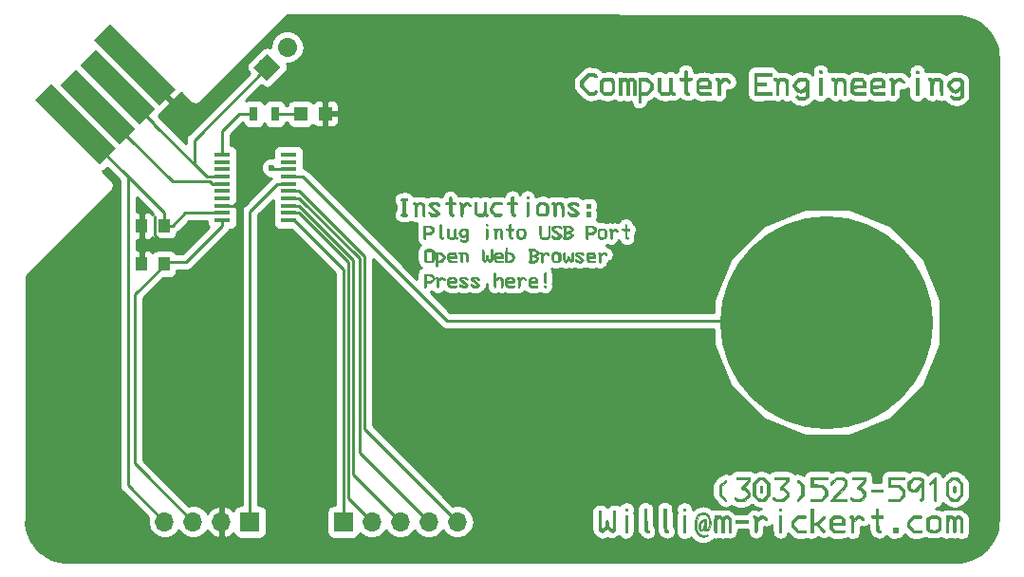
<source format=gbr>
G04 #@! TF.GenerationSoftware,KiCad,Pcbnew,5.0.1*
G04 #@! TF.CreationDate,2019-03-19T15:40:23-05:00*
G04 #@! TF.ProjectId,Card,436172642E6B696361645F7063620000,rev?*
G04 #@! TF.SameCoordinates,Original*
G04 #@! TF.FileFunction,Copper,L1,Top,Signal*
G04 #@! TF.FilePolarity,Positive*
%FSLAX46Y46*%
G04 Gerber Fmt 4.6, Leading zero omitted, Abs format (unit mm)*
G04 Created by KiCad (PCBNEW 5.0.1) date Tue 19 Mar 2019 03:40:23 PM CDT*
%MOMM*%
%LPD*%
G01*
G04 APERTURE LIST*
G04 #@! TA.AperFunction,EtchedComponent*
%ADD10C,0.010000*%
G04 #@! TD*
G04 #@! TA.AperFunction,SMDPad,CuDef*
%ADD11R,1.000000X1.250000*%
G04 #@! TD*
G04 #@! TA.AperFunction,SMDPad,CuDef*
%ADD12R,1.200000X1.200000*%
G04 #@! TD*
G04 #@! TA.AperFunction,SMDPad,CuDef*
%ADD13C,2.000000*%
G04 #@! TD*
G04 #@! TA.AperFunction,Conductor*
%ADD14C,0.100000*%
G04 #@! TD*
G04 #@! TA.AperFunction,ComponentPad*
%ADD15R,1.700000X1.700000*%
G04 #@! TD*
G04 #@! TA.AperFunction,ComponentPad*
%ADD16O,1.700000X1.700000*%
G04 #@! TD*
G04 #@! TA.AperFunction,SMDPad,CuDef*
%ADD17R,1.450000X0.450000*%
G04 #@! TD*
G04 #@! TA.AperFunction,BGAPad,CuDef*
%ADD18C,19.000000*%
G04 #@! TD*
G04 #@! TA.AperFunction,ComponentPad*
%ADD19C,1.700000*%
G04 #@! TD*
G04 #@! TA.AperFunction,Conductor*
%ADD20C,1.700000*%
G04 #@! TD*
G04 #@! TA.AperFunction,SMDPad,CuDef*
%ADD21R,0.700000X1.300000*%
G04 #@! TD*
G04 #@! TA.AperFunction,ViaPad*
%ADD22C,0.600000*%
G04 #@! TD*
G04 #@! TA.AperFunction,Conductor*
%ADD23C,0.250000*%
G04 #@! TD*
G04 #@! TA.AperFunction,Conductor*
%ADD24C,0.254000*%
G04 #@! TD*
G04 APERTURE END LIST*
D10*
G04 #@! TO.C,*
G36*
X176359924Y-152616683D02*
X176361200Y-152617737D01*
X176399155Y-152679460D01*
X176414352Y-152792825D01*
X176412263Y-152928298D01*
X176402045Y-153072262D01*
X176383588Y-153152107D01*
X176348737Y-153188381D01*
X176304584Y-153199694D01*
X176254854Y-153201635D01*
X176226351Y-153178098D01*
X176213189Y-153111584D01*
X176209485Y-152984597D01*
X176209334Y-152916442D01*
X176217578Y-152728185D01*
X176243869Y-152618534D01*
X176290540Y-152582897D01*
X176359924Y-152616683D01*
X176359924Y-152616683D01*
G37*
X176359924Y-152616683D02*
X176361200Y-152617737D01*
X176399155Y-152679460D01*
X176414352Y-152792825D01*
X176412263Y-152928298D01*
X176402045Y-153072262D01*
X176383588Y-153152107D01*
X176348737Y-153188381D01*
X176304584Y-153199694D01*
X176254854Y-153201635D01*
X176226351Y-153178098D01*
X176213189Y-153111584D01*
X176209485Y-152984597D01*
X176209334Y-152916442D01*
X176217578Y-152728185D01*
X176243869Y-152618534D01*
X176290540Y-152582897D01*
X176359924Y-152616683D01*
G36*
X159130258Y-152616683D02*
X159131534Y-152617737D01*
X159169488Y-152679460D01*
X159184685Y-152792825D01*
X159182596Y-152928298D01*
X159172379Y-153072262D01*
X159153921Y-153152107D01*
X159119070Y-153188381D01*
X159074917Y-153199694D01*
X159025187Y-153201635D01*
X158996684Y-153178098D01*
X158983522Y-153111584D01*
X158979818Y-152984597D01*
X158979667Y-152916442D01*
X158987912Y-152728185D01*
X159014203Y-152618534D01*
X159060873Y-152582897D01*
X159130258Y-152616683D01*
X159130258Y-152616683D01*
G37*
X159130258Y-152616683D02*
X159131534Y-152617737D01*
X159169488Y-152679460D01*
X159184685Y-152792825D01*
X159182596Y-152928298D01*
X159172379Y-153072262D01*
X159153921Y-153152107D01*
X159119070Y-153188381D01*
X159074917Y-153199694D01*
X159025187Y-153201635D01*
X158996684Y-153178098D01*
X158983522Y-153111584D01*
X158979818Y-152984597D01*
X158979667Y-152916442D01*
X158987912Y-152728185D01*
X159014203Y-152618534D01*
X159060873Y-152582897D01*
X159130258Y-152616683D01*
G36*
X169944000Y-153122666D02*
X168885667Y-153122666D01*
X168885667Y-152911000D01*
X169944000Y-152911000D01*
X169944000Y-153122666D01*
X169944000Y-153122666D01*
G37*
X169944000Y-153122666D02*
X168885667Y-153122666D01*
X168885667Y-152911000D01*
X169944000Y-152911000D01*
X169944000Y-153122666D01*
G36*
X176413751Y-151812965D02*
X176496206Y-151828752D01*
X176571849Y-151869528D01*
X176662504Y-151947126D01*
X176789990Y-152073381D01*
X176792640Y-152076055D01*
X177056000Y-152341777D01*
X177056000Y-153485150D01*
X176811356Y-153727241D01*
X176688311Y-153846699D01*
X176600269Y-153918515D01*
X176522262Y-153954813D01*
X176429317Y-153967712D01*
X176312614Y-153969333D01*
X176185224Y-153967206D01*
X176095487Y-153952683D01*
X176018628Y-153913549D01*
X175929874Y-153837589D01*
X175816425Y-153724689D01*
X175574334Y-153480044D01*
X175574334Y-152371449D01*
X175786000Y-152371449D01*
X175786000Y-153394628D01*
X175964148Y-153576147D01*
X176077096Y-153682084D01*
X176167773Y-153736980D01*
X176266218Y-153756372D01*
X176315167Y-153757666D01*
X176425310Y-153748238D01*
X176515514Y-153709597D01*
X176615820Y-153626210D01*
X176666186Y-153576147D01*
X176844334Y-153394628D01*
X176844334Y-152427074D01*
X176644842Y-152224537D01*
X176486062Y-152085424D01*
X176347722Y-152021873D01*
X176213450Y-152033206D01*
X176066870Y-152118741D01*
X175975554Y-152196724D01*
X175786000Y-152371449D01*
X175574334Y-152371449D01*
X175574334Y-152288887D01*
X175825191Y-152049610D01*
X175952700Y-151930975D01*
X176044309Y-151859859D01*
X176124210Y-151824139D01*
X176216597Y-151811692D01*
X176302664Y-151810333D01*
X176413751Y-151812965D01*
X176413751Y-151812965D01*
G37*
X176413751Y-151812965D02*
X176496206Y-151828752D01*
X176571849Y-151869528D01*
X176662504Y-151947126D01*
X176789990Y-152073381D01*
X176792640Y-152076055D01*
X177056000Y-152341777D01*
X177056000Y-153485150D01*
X176811356Y-153727241D01*
X176688311Y-153846699D01*
X176600269Y-153918515D01*
X176522262Y-153954813D01*
X176429317Y-153967712D01*
X176312614Y-153969333D01*
X176185224Y-153967206D01*
X176095487Y-153952683D01*
X176018628Y-153913549D01*
X175929874Y-153837589D01*
X175816425Y-153724689D01*
X175574334Y-153480044D01*
X175574334Y-152371449D01*
X175786000Y-152371449D01*
X175786000Y-153394628D01*
X175964148Y-153576147D01*
X176077096Y-153682084D01*
X176167773Y-153736980D01*
X176266218Y-153756372D01*
X176315167Y-153757666D01*
X176425310Y-153748238D01*
X176515514Y-153709597D01*
X176615820Y-153626210D01*
X176666186Y-153576147D01*
X176844334Y-153394628D01*
X176844334Y-152427074D01*
X176644842Y-152224537D01*
X176486062Y-152085424D01*
X176347722Y-152021873D01*
X176213450Y-152033206D01*
X176066870Y-152118741D01*
X175975554Y-152196724D01*
X175786000Y-152371449D01*
X175574334Y-152371449D01*
X175574334Y-152288887D01*
X175825191Y-152049610D01*
X175952700Y-151930975D01*
X176044309Y-151859859D01*
X176124210Y-151824139D01*
X176216597Y-151811692D01*
X176302664Y-151810333D01*
X176413751Y-151812965D01*
G36*
X174646713Y-151909897D02*
X174668188Y-152018636D01*
X174679742Y-152191041D01*
X174684440Y-152433242D01*
X174685346Y-152751371D01*
X174685334Y-152911000D01*
X174685108Y-153237048D01*
X174683910Y-153488196D01*
X174680960Y-153674207D01*
X174675474Y-153804846D01*
X174666674Y-153889880D01*
X174653776Y-153939071D01*
X174636000Y-153962186D01*
X174612566Y-153968990D01*
X174600667Y-153969333D01*
X174572215Y-153966064D01*
X174550971Y-153949074D01*
X174535885Y-153907584D01*
X174525904Y-153830818D01*
X174519978Y-153708000D01*
X174517055Y-153528351D01*
X174516084Y-153281094D01*
X174516000Y-153101500D01*
X174514621Y-152840804D01*
X174510770Y-152611440D01*
X174504876Y-152425925D01*
X174497368Y-152296775D01*
X174488674Y-152236508D01*
X174486266Y-152233666D01*
X174440645Y-152260678D01*
X174359519Y-152329003D01*
X174316543Y-152369348D01*
X174228625Y-152449812D01*
X174174825Y-152476691D01*
X174130491Y-152457349D01*
X174104279Y-152432754D01*
X174072988Y-152393659D01*
X174071049Y-152352538D01*
X174106843Y-152294119D01*
X174188750Y-152203130D01*
X174283260Y-152106572D01*
X174400310Y-151988960D01*
X174492116Y-151904354D01*
X174561742Y-151858888D01*
X174612253Y-151858691D01*
X174646713Y-151909897D01*
X174646713Y-151909897D01*
G37*
X174646713Y-151909897D02*
X174668188Y-152018636D01*
X174679742Y-152191041D01*
X174684440Y-152433242D01*
X174685346Y-152751371D01*
X174685334Y-152911000D01*
X174685108Y-153237048D01*
X174683910Y-153488196D01*
X174680960Y-153674207D01*
X174675474Y-153804846D01*
X174666674Y-153889880D01*
X174653776Y-153939071D01*
X174636000Y-153962186D01*
X174612566Y-153968990D01*
X174600667Y-153969333D01*
X174572215Y-153966064D01*
X174550971Y-153949074D01*
X174535885Y-153907584D01*
X174525904Y-153830818D01*
X174519978Y-153708000D01*
X174517055Y-153528351D01*
X174516084Y-153281094D01*
X174516000Y-153101500D01*
X174514621Y-152840804D01*
X174510770Y-152611440D01*
X174504876Y-152425925D01*
X174497368Y-152296775D01*
X174488674Y-152236508D01*
X174486266Y-152233666D01*
X174440645Y-152260678D01*
X174359519Y-152329003D01*
X174316543Y-152369348D01*
X174228625Y-152449812D01*
X174174825Y-152476691D01*
X174130491Y-152457349D01*
X174104279Y-152432754D01*
X174072988Y-152393659D01*
X174071049Y-152352538D01*
X174106843Y-152294119D01*
X174188750Y-152203130D01*
X174283260Y-152106572D01*
X174400310Y-151988960D01*
X174492116Y-151904354D01*
X174561742Y-151858888D01*
X174612253Y-151858691D01*
X174646713Y-151909897D01*
G36*
X173145377Y-151812149D02*
X173256347Y-151822415D01*
X173331838Y-151848356D01*
X173396440Y-151897201D01*
X173449362Y-151949932D01*
X173584667Y-152089530D01*
X173584667Y-152899184D01*
X173584412Y-153179690D01*
X173582639Y-153388506D01*
X173577834Y-153538610D01*
X173568484Y-153642979D01*
X173553076Y-153714589D01*
X173530098Y-153766417D01*
X173498035Y-153811440D01*
X173475070Y-153839085D01*
X173387280Y-153933498D01*
X173326596Y-153963594D01*
X173272660Y-153935168D01*
X173244970Y-153904592D01*
X173217174Y-153847081D01*
X173246363Y-153783902D01*
X173282120Y-153743113D01*
X173321117Y-153694275D01*
X173347100Y-153635050D01*
X173362660Y-153548305D01*
X173370391Y-153416905D01*
X173372885Y-153223716D01*
X173373000Y-153142430D01*
X173373000Y-152638483D01*
X173128356Y-152880575D01*
X173004360Y-153000533D01*
X172915470Y-153072433D01*
X172837402Y-153108562D01*
X172745870Y-153121205D01*
X172649827Y-153122666D01*
X172505552Y-153116707D01*
X172409670Y-153089767D01*
X172326231Y-153028253D01*
X172280638Y-152983067D01*
X172206092Y-152898240D01*
X172165412Y-152818894D01*
X172148522Y-152714197D01*
X172145370Y-152570602D01*
X172357000Y-152570602D01*
X172381516Y-152747209D01*
X172457432Y-152858120D01*
X172588305Y-152907490D01*
X172648249Y-152911000D01*
X172728849Y-152902941D01*
X172806082Y-152871148D01*
X172897533Y-152804190D01*
X173020788Y-152690639D01*
X173086188Y-152626385D01*
X173239798Y-152464904D01*
X173331207Y-152342081D01*
X173365595Y-152245316D01*
X173348148Y-152162006D01*
X173302939Y-152099416D01*
X173235618Y-152052264D01*
X173128075Y-152028236D01*
X172973086Y-152022000D01*
X172825325Y-152025618D01*
X172727602Y-152046033D01*
X172645328Y-152097580D01*
X172543912Y-152194599D01*
X172535148Y-152203519D01*
X172431692Y-152317688D01*
X172377963Y-152409370D01*
X172358600Y-152510220D01*
X172357000Y-152570602D01*
X172145370Y-152570602D01*
X172145334Y-152568992D01*
X172145334Y-152294516D01*
X172389978Y-152052424D01*
X172634622Y-151810333D01*
X172974340Y-151810333D01*
X173145377Y-151812149D01*
X173145377Y-151812149D01*
G37*
X173145377Y-151812149D02*
X173256347Y-151822415D01*
X173331838Y-151848356D01*
X173396440Y-151897201D01*
X173449362Y-151949932D01*
X173584667Y-152089530D01*
X173584667Y-152899184D01*
X173584412Y-153179690D01*
X173582639Y-153388506D01*
X173577834Y-153538610D01*
X173568484Y-153642979D01*
X173553076Y-153714589D01*
X173530098Y-153766417D01*
X173498035Y-153811440D01*
X173475070Y-153839085D01*
X173387280Y-153933498D01*
X173326596Y-153963594D01*
X173272660Y-153935168D01*
X173244970Y-153904592D01*
X173217174Y-153847081D01*
X173246363Y-153783902D01*
X173282120Y-153743113D01*
X173321117Y-153694275D01*
X173347100Y-153635050D01*
X173362660Y-153548305D01*
X173370391Y-153416905D01*
X173372885Y-153223716D01*
X173373000Y-153142430D01*
X173373000Y-152638483D01*
X173128356Y-152880575D01*
X173004360Y-153000533D01*
X172915470Y-153072433D01*
X172837402Y-153108562D01*
X172745870Y-153121205D01*
X172649827Y-153122666D01*
X172505552Y-153116707D01*
X172409670Y-153089767D01*
X172326231Y-153028253D01*
X172280638Y-152983067D01*
X172206092Y-152898240D01*
X172165412Y-152818894D01*
X172148522Y-152714197D01*
X172145370Y-152570602D01*
X172357000Y-152570602D01*
X172381516Y-152747209D01*
X172457432Y-152858120D01*
X172588305Y-152907490D01*
X172648249Y-152911000D01*
X172728849Y-152902941D01*
X172806082Y-152871148D01*
X172897533Y-152804190D01*
X173020788Y-152690639D01*
X173086188Y-152626385D01*
X173239798Y-152464904D01*
X173331207Y-152342081D01*
X173365595Y-152245316D01*
X173348148Y-152162006D01*
X173302939Y-152099416D01*
X173235618Y-152052264D01*
X173128075Y-152028236D01*
X172973086Y-152022000D01*
X172825325Y-152025618D01*
X172727602Y-152046033D01*
X172645328Y-152097580D01*
X172543912Y-152194599D01*
X172535148Y-152203519D01*
X172431692Y-152317688D01*
X172377963Y-152409370D01*
X172358600Y-152510220D01*
X172357000Y-152570602D01*
X172145370Y-152570602D01*
X172145334Y-152568992D01*
X172145334Y-152294516D01*
X172389978Y-152052424D01*
X172634622Y-151810333D01*
X172974340Y-151810333D01*
X173145377Y-151812149D01*
G36*
X171891334Y-152022000D02*
X170621334Y-152022000D01*
X170621334Y-152487666D01*
X171407151Y-152487666D01*
X171649242Y-152732310D01*
X171768904Y-152855748D01*
X171840751Y-152944133D01*
X171876976Y-153022141D01*
X171889772Y-153114450D01*
X171891334Y-153222286D01*
X171888714Y-153346121D01*
X171872873Y-153435528D01*
X171831835Y-153515339D01*
X171753625Y-153610387D01*
X171652056Y-153718476D01*
X171412779Y-153969333D01*
X170409667Y-153969333D01*
X170409667Y-153757666D01*
X171323372Y-153757666D01*
X171501519Y-153576147D01*
X171606606Y-153459117D01*
X171660623Y-153364513D01*
X171678877Y-153262197D01*
X171679667Y-153225306D01*
X171671122Y-153122954D01*
X171635893Y-153036821D01*
X171559587Y-152940700D01*
X171477129Y-152856491D01*
X171274592Y-152657000D01*
X170409667Y-152657000D01*
X170409667Y-151810333D01*
X171891334Y-151810333D01*
X171891334Y-152022000D01*
X171891334Y-152022000D01*
G37*
X171891334Y-152022000D02*
X170621334Y-152022000D01*
X170621334Y-152487666D01*
X171407151Y-152487666D01*
X171649242Y-152732310D01*
X171768904Y-152855748D01*
X171840751Y-152944133D01*
X171876976Y-153022141D01*
X171889772Y-153114450D01*
X171891334Y-153222286D01*
X171888714Y-153346121D01*
X171872873Y-153435528D01*
X171831835Y-153515339D01*
X171753625Y-153610387D01*
X171652056Y-153718476D01*
X171412779Y-153969333D01*
X170409667Y-153969333D01*
X170409667Y-153757666D01*
X171323372Y-153757666D01*
X171501519Y-153576147D01*
X171606606Y-153459117D01*
X171660623Y-153364513D01*
X171678877Y-153262197D01*
X171679667Y-153225306D01*
X171671122Y-153122954D01*
X171635893Y-153036821D01*
X171559587Y-152940700D01*
X171477129Y-152856491D01*
X171274592Y-152657000D01*
X170409667Y-152657000D01*
X170409667Y-151810333D01*
X171891334Y-151810333D01*
X171891334Y-152022000D01*
G36*
X168420000Y-152012862D02*
X168415514Y-152120636D01*
X168393373Y-152203073D01*
X168340553Y-152284358D01*
X168244030Y-152388676D01*
X168187057Y-152445441D01*
X167954115Y-152675490D01*
X168187057Y-152910889D01*
X168306117Y-153035580D01*
X168375961Y-153126332D01*
X168409490Y-153206740D01*
X168419603Y-153300401D01*
X168420000Y-153337007D01*
X168414441Y-153442097D01*
X168388805Y-153524739D01*
X168329649Y-153609671D01*
X168223533Y-153721632D01*
X168196419Y-153748529D01*
X167972838Y-153969333D01*
X167590506Y-153969333D01*
X167407503Y-153967920D01*
X167287374Y-153960008D01*
X167208332Y-153940087D01*
X167148589Y-153902650D01*
X167086359Y-153842185D01*
X167085937Y-153841745D01*
X167011446Y-153758203D01*
X166991139Y-153706616D01*
X167018145Y-153660280D01*
X167034811Y-153643046D01*
X167089497Y-153599103D01*
X167138250Y-153608131D01*
X167204773Y-153664801D01*
X167274273Y-153716161D01*
X167361903Y-153744630D01*
X167493358Y-153756256D01*
X167599220Y-153757666D01*
X167757301Y-153755172D01*
X167859749Y-153740823D01*
X167935584Y-153704320D01*
X168013827Y-153635366D01*
X168051575Y-153597131D01*
X168141330Y-153488285D01*
X168198052Y-153386949D01*
X168208334Y-153343253D01*
X168175031Y-153237698D01*
X168090732Y-153117982D01*
X167978846Y-153008023D01*
X167862783Y-152931740D01*
X167785258Y-152911000D01*
X167678430Y-152888338D01*
X167613662Y-152845084D01*
X167596888Y-152807985D01*
X167610426Y-152758993D01*
X167662537Y-152686101D01*
X167761479Y-152577297D01*
X167883645Y-152452564D01*
X168015864Y-152315033D01*
X168122138Y-152195864D01*
X168190025Y-152109566D01*
X168208334Y-152073980D01*
X168182982Y-152050307D01*
X168100967Y-152034368D01*
X167953343Y-152025248D01*
X167731169Y-152022032D01*
X167700334Y-152022000D01*
X167192334Y-152022000D01*
X167192334Y-151810333D01*
X168420000Y-151810333D01*
X168420000Y-152012862D01*
X168420000Y-152012862D01*
G37*
X168420000Y-152012862D02*
X168415514Y-152120636D01*
X168393373Y-152203073D01*
X168340553Y-152284358D01*
X168244030Y-152388676D01*
X168187057Y-152445441D01*
X167954115Y-152675490D01*
X168187057Y-152910889D01*
X168306117Y-153035580D01*
X168375961Y-153126332D01*
X168409490Y-153206740D01*
X168419603Y-153300401D01*
X168420000Y-153337007D01*
X168414441Y-153442097D01*
X168388805Y-153524739D01*
X168329649Y-153609671D01*
X168223533Y-153721632D01*
X168196419Y-153748529D01*
X167972838Y-153969333D01*
X167590506Y-153969333D01*
X167407503Y-153967920D01*
X167287374Y-153960008D01*
X167208332Y-153940087D01*
X167148589Y-153902650D01*
X167086359Y-153842185D01*
X167085937Y-153841745D01*
X167011446Y-153758203D01*
X166991139Y-153706616D01*
X167018145Y-153660280D01*
X167034811Y-153643046D01*
X167089497Y-153599103D01*
X167138250Y-153608131D01*
X167204773Y-153664801D01*
X167274273Y-153716161D01*
X167361903Y-153744630D01*
X167493358Y-153756256D01*
X167599220Y-153757666D01*
X167757301Y-153755172D01*
X167859749Y-153740823D01*
X167935584Y-153704320D01*
X168013827Y-153635366D01*
X168051575Y-153597131D01*
X168141330Y-153488285D01*
X168198052Y-153386949D01*
X168208334Y-153343253D01*
X168175031Y-153237698D01*
X168090732Y-153117982D01*
X167978846Y-153008023D01*
X167862783Y-152931740D01*
X167785258Y-152911000D01*
X167678430Y-152888338D01*
X167613662Y-152845084D01*
X167596888Y-152807985D01*
X167610426Y-152758993D01*
X167662537Y-152686101D01*
X167761479Y-152577297D01*
X167883645Y-152452564D01*
X168015864Y-152315033D01*
X168122138Y-152195864D01*
X168190025Y-152109566D01*
X168208334Y-152073980D01*
X168182982Y-152050307D01*
X168100967Y-152034368D01*
X167953343Y-152025248D01*
X167731169Y-152022032D01*
X167700334Y-152022000D01*
X167192334Y-152022000D01*
X167192334Y-151810333D01*
X168420000Y-151810333D01*
X168420000Y-152012862D01*
G36*
X166243572Y-151811839D02*
X166354113Y-151821824D01*
X166430697Y-151848494D01*
X166498678Y-151900049D01*
X166569909Y-151970868D01*
X166660622Y-152071855D01*
X166707434Y-152158830D01*
X166724619Y-152268562D01*
X166726667Y-152374670D01*
X166726667Y-152617937D01*
X166170087Y-153187802D01*
X165613507Y-153757666D01*
X166726667Y-153757666D01*
X166726667Y-153969333D01*
X166005672Y-153969333D01*
X165737123Y-153968304D01*
X165541647Y-153964544D01*
X165407663Y-153957043D01*
X165323595Y-153944790D01*
X165277865Y-153926776D01*
X165259700Y-153904246D01*
X165276565Y-153852813D01*
X165349587Y-153752538D01*
X165480526Y-153601371D01*
X165671142Y-153397260D01*
X165874862Y-153187264D01*
X166086276Y-152971157D01*
X166245299Y-152805511D01*
X166359349Y-152680861D01*
X166435848Y-152587743D01*
X166482215Y-152516693D01*
X166505869Y-152458246D01*
X166514231Y-152402938D01*
X166515000Y-152370730D01*
X166489351Y-152209133D01*
X166407893Y-152100619D01*
X166263861Y-152039987D01*
X166061436Y-152022000D01*
X165803829Y-152022000D01*
X165591033Y-152254833D01*
X165444115Y-152400923D01*
X165337014Y-152474468D01*
X165270470Y-152475177D01*
X165245225Y-152402759D01*
X165245000Y-152391091D01*
X165278755Y-152301810D01*
X165375857Y-152172954D01*
X165489644Y-152052424D01*
X165734289Y-151810333D01*
X166073720Y-151810333D01*
X166243572Y-151811839D01*
X166243572Y-151811839D01*
G37*
X166243572Y-151811839D02*
X166354113Y-151821824D01*
X166430697Y-151848494D01*
X166498678Y-151900049D01*
X166569909Y-151970868D01*
X166660622Y-152071855D01*
X166707434Y-152158830D01*
X166724619Y-152268562D01*
X166726667Y-152374670D01*
X166726667Y-152617937D01*
X166170087Y-153187802D01*
X165613507Y-153757666D01*
X166726667Y-153757666D01*
X166726667Y-153969333D01*
X166005672Y-153969333D01*
X165737123Y-153968304D01*
X165541647Y-153964544D01*
X165407663Y-153957043D01*
X165323595Y-153944790D01*
X165277865Y-153926776D01*
X165259700Y-153904246D01*
X165276565Y-153852813D01*
X165349587Y-153752538D01*
X165480526Y-153601371D01*
X165671142Y-153397260D01*
X165874862Y-153187264D01*
X166086276Y-152971157D01*
X166245299Y-152805511D01*
X166359349Y-152680861D01*
X166435848Y-152587743D01*
X166482215Y-152516693D01*
X166505869Y-152458246D01*
X166514231Y-152402938D01*
X166515000Y-152370730D01*
X166489351Y-152209133D01*
X166407893Y-152100619D01*
X166263861Y-152039987D01*
X166061436Y-152022000D01*
X165803829Y-152022000D01*
X165591033Y-152254833D01*
X165444115Y-152400923D01*
X165337014Y-152474468D01*
X165270470Y-152475177D01*
X165245225Y-152402759D01*
X165245000Y-152391091D01*
X165278755Y-152301810D01*
X165375857Y-152172954D01*
X165489644Y-152052424D01*
X165734289Y-151810333D01*
X166073720Y-151810333D01*
X166243572Y-151811839D01*
G36*
X164991000Y-152022000D02*
X163716576Y-152022000D01*
X163729371Y-152244250D01*
X163742167Y-152466500D01*
X164558177Y-152490618D01*
X164774588Y-152719441D01*
X164885410Y-152839752D01*
X164949975Y-152927651D01*
X164980774Y-153011694D01*
X164990300Y-153120436D01*
X164991000Y-153214155D01*
X164991000Y-153480044D01*
X164748909Y-153724689D01*
X164506817Y-153969333D01*
X163509334Y-153969333D01*
X163509334Y-153757666D01*
X164423039Y-153757666D01*
X164601186Y-153576147D01*
X164703998Y-153463137D01*
X164757611Y-153372617D01*
X164777356Y-153272264D01*
X164779334Y-153200539D01*
X164772857Y-153084616D01*
X164743019Y-152998810D01*
X164674204Y-152912739D01*
X164589779Y-152831724D01*
X164400225Y-152657000D01*
X163509334Y-152657000D01*
X163509334Y-151810333D01*
X164991000Y-151810333D01*
X164991000Y-152022000D01*
X164991000Y-152022000D01*
G37*
X164991000Y-152022000D02*
X163716576Y-152022000D01*
X163729371Y-152244250D01*
X163742167Y-152466500D01*
X164558177Y-152490618D01*
X164774588Y-152719441D01*
X164885410Y-152839752D01*
X164949975Y-152927651D01*
X164980774Y-153011694D01*
X164990300Y-153120436D01*
X164991000Y-153214155D01*
X164991000Y-153480044D01*
X164748909Y-153724689D01*
X164506817Y-153969333D01*
X163509334Y-153969333D01*
X163509334Y-153757666D01*
X164423039Y-153757666D01*
X164601186Y-153576147D01*
X164703998Y-153463137D01*
X164757611Y-153372617D01*
X164777356Y-153272264D01*
X164779334Y-153200539D01*
X164772857Y-153084616D01*
X164743019Y-152998810D01*
X164674204Y-152912739D01*
X164589779Y-152831724D01*
X164400225Y-152657000D01*
X163509334Y-152657000D01*
X163509334Y-151810333D01*
X164991000Y-151810333D01*
X164991000Y-152022000D01*
G36*
X162370296Y-152057370D02*
X162436098Y-152098676D01*
X162538745Y-152186730D01*
X162614463Y-152256192D01*
X162874334Y-152496786D01*
X162874334Y-153480044D01*
X162632242Y-153724689D01*
X162485084Y-153865405D01*
X162380904Y-153943469D01*
X162310735Y-153963089D01*
X162265608Y-153928472D01*
X162253353Y-153902473D01*
X162269417Y-153828940D01*
X162356299Y-153710599D01*
X162445182Y-153615391D01*
X162662667Y-153395170D01*
X162662667Y-152596162D01*
X162441896Y-152372614D01*
X162330149Y-152256231D01*
X162271192Y-152181816D01*
X162256378Y-152133074D01*
X162277062Y-152093712D01*
X162287859Y-152082332D01*
X162325997Y-152054644D01*
X162370296Y-152057370D01*
X162370296Y-152057370D01*
G37*
X162370296Y-152057370D02*
X162436098Y-152098676D01*
X162538745Y-152186730D01*
X162614463Y-152256192D01*
X162874334Y-152496786D01*
X162874334Y-153480044D01*
X162632242Y-153724689D01*
X162485084Y-153865405D01*
X162380904Y-153943469D01*
X162310735Y-153963089D01*
X162265608Y-153928472D01*
X162253353Y-153902473D01*
X162269417Y-153828940D01*
X162356299Y-153710599D01*
X162445182Y-153615391D01*
X162662667Y-153395170D01*
X162662667Y-152596162D01*
X162441896Y-152372614D01*
X162330149Y-152256231D01*
X162271192Y-152181816D01*
X162256378Y-152133074D01*
X162277062Y-152093712D01*
X162287859Y-152082332D01*
X162325997Y-152054644D01*
X162370296Y-152057370D01*
G36*
X160916417Y-151819784D02*
X161540834Y-151831500D01*
X161553142Y-152000833D01*
X161554560Y-152088705D01*
X161536108Y-152160931D01*
X161486079Y-152237851D01*
X161392765Y-152339805D01*
X161310843Y-152421735D01*
X161056236Y-152673304D01*
X161309118Y-152936654D01*
X161460064Y-153105469D01*
X161544705Y-153240657D01*
X161563363Y-153360829D01*
X161516364Y-153484596D01*
X161404029Y-153630569D01*
X161322723Y-153718476D01*
X161083446Y-153969333D01*
X160709557Y-153969333D01*
X160527377Y-153967545D01*
X160406682Y-153958429D01*
X160324309Y-153936355D01*
X160257093Y-153895695D01*
X160197418Y-153844877D01*
X160114125Y-153765189D01*
X160087425Y-153715407D01*
X160109226Y-153670811D01*
X160132378Y-153646178D01*
X160187825Y-153599556D01*
X160235306Y-153606053D01*
X160304439Y-153664801D01*
X160374612Y-153716501D01*
X160463276Y-153744984D01*
X160596379Y-153756414D01*
X160695293Y-153757666D01*
X160851970Y-153755186D01*
X160954748Y-153740030D01*
X161034389Y-153700626D01*
X161121653Y-153625401D01*
X161168814Y-153579519D01*
X161266237Y-153473361D01*
X161332122Y-153381387D01*
X161350334Y-153334333D01*
X161319682Y-153265127D01*
X161242245Y-153167580D01*
X161139797Y-153063028D01*
X161034115Y-152972807D01*
X160946973Y-152918252D01*
X160918277Y-152911000D01*
X160790437Y-152896592D01*
X160728742Y-152850875D01*
X160734022Y-152770105D01*
X160807110Y-152650542D01*
X160948837Y-152488443D01*
X161030734Y-152405085D01*
X161158552Y-152273105D01*
X161257198Y-152161560D01*
X161315036Y-152084237D01*
X161324569Y-152056894D01*
X161276227Y-152043333D01*
X161160573Y-152032232D01*
X160994950Y-152024738D01*
X160797502Y-152022000D01*
X160292000Y-152022000D01*
X160292000Y-151808069D01*
X160916417Y-151819784D01*
X160916417Y-151819784D01*
G37*
X160916417Y-151819784D02*
X161540834Y-151831500D01*
X161553142Y-152000833D01*
X161554560Y-152088705D01*
X161536108Y-152160931D01*
X161486079Y-152237851D01*
X161392765Y-152339805D01*
X161310843Y-152421735D01*
X161056236Y-152673304D01*
X161309118Y-152936654D01*
X161460064Y-153105469D01*
X161544705Y-153240657D01*
X161563363Y-153360829D01*
X161516364Y-153484596D01*
X161404029Y-153630569D01*
X161322723Y-153718476D01*
X161083446Y-153969333D01*
X160709557Y-153969333D01*
X160527377Y-153967545D01*
X160406682Y-153958429D01*
X160324309Y-153936355D01*
X160257093Y-153895695D01*
X160197418Y-153844877D01*
X160114125Y-153765189D01*
X160087425Y-153715407D01*
X160109226Y-153670811D01*
X160132378Y-153646178D01*
X160187825Y-153599556D01*
X160235306Y-153606053D01*
X160304439Y-153664801D01*
X160374612Y-153716501D01*
X160463276Y-153744984D01*
X160596379Y-153756414D01*
X160695293Y-153757666D01*
X160851970Y-153755186D01*
X160954748Y-153740030D01*
X161034389Y-153700626D01*
X161121653Y-153625401D01*
X161168814Y-153579519D01*
X161266237Y-153473361D01*
X161332122Y-153381387D01*
X161350334Y-153334333D01*
X161319682Y-153265127D01*
X161242245Y-153167580D01*
X161139797Y-153063028D01*
X161034115Y-152972807D01*
X160946973Y-152918252D01*
X160918277Y-152911000D01*
X160790437Y-152896592D01*
X160728742Y-152850875D01*
X160734022Y-152770105D01*
X160807110Y-152650542D01*
X160948837Y-152488443D01*
X161030734Y-152405085D01*
X161158552Y-152273105D01*
X161257198Y-152161560D01*
X161315036Y-152084237D01*
X161324569Y-152056894D01*
X161276227Y-152043333D01*
X161160573Y-152032232D01*
X160994950Y-152024738D01*
X160797502Y-152022000D01*
X160292000Y-152022000D01*
X160292000Y-151808069D01*
X160916417Y-151819784D01*
G36*
X159192810Y-151813589D02*
X159272901Y-151831319D01*
X159349487Y-151875465D01*
X159443919Y-151957967D01*
X159562973Y-152076055D01*
X159826334Y-152341777D01*
X159826334Y-153485150D01*
X159581689Y-153727241D01*
X159458644Y-153846699D01*
X159370603Y-153918515D01*
X159292595Y-153954813D01*
X159199650Y-153967712D01*
X159082947Y-153969333D01*
X158955558Y-153967206D01*
X158865820Y-153952683D01*
X158788961Y-153913549D01*
X158700207Y-153837589D01*
X158586758Y-153724689D01*
X158344667Y-153480044D01*
X158344667Y-152420983D01*
X158556334Y-152420983D01*
X158556334Y-153394628D01*
X158734481Y-153576147D01*
X158847429Y-153682084D01*
X158938106Y-153736980D01*
X159036552Y-153756372D01*
X159085500Y-153757666D01*
X159195643Y-153748238D01*
X159285848Y-153709597D01*
X159386153Y-153626210D01*
X159436519Y-153576147D01*
X159614667Y-153394628D01*
X159614667Y-152427074D01*
X159415175Y-152224537D01*
X159262308Y-152088016D01*
X159132943Y-152024775D01*
X159009183Y-152034730D01*
X158873129Y-152117798D01*
X158758871Y-152221491D01*
X158556334Y-152420983D01*
X158344667Y-152420983D01*
X158344667Y-152337054D01*
X158610389Y-152073693D01*
X158740843Y-151947071D01*
X158833771Y-151869286D01*
X158910678Y-151828477D01*
X158993065Y-151812785D01*
X159087862Y-151810333D01*
X159192810Y-151813589D01*
X159192810Y-151813589D01*
G37*
X159192810Y-151813589D02*
X159272901Y-151831319D01*
X159349487Y-151875465D01*
X159443919Y-151957967D01*
X159562973Y-152076055D01*
X159826334Y-152341777D01*
X159826334Y-153485150D01*
X159581689Y-153727241D01*
X159458644Y-153846699D01*
X159370603Y-153918515D01*
X159292595Y-153954813D01*
X159199650Y-153967712D01*
X159082947Y-153969333D01*
X158955558Y-153967206D01*
X158865820Y-153952683D01*
X158788961Y-153913549D01*
X158700207Y-153837589D01*
X158586758Y-153724689D01*
X158344667Y-153480044D01*
X158344667Y-152420983D01*
X158556334Y-152420983D01*
X158556334Y-153394628D01*
X158734481Y-153576147D01*
X158847429Y-153682084D01*
X158938106Y-153736980D01*
X159036552Y-153756372D01*
X159085500Y-153757666D01*
X159195643Y-153748238D01*
X159285848Y-153709597D01*
X159386153Y-153626210D01*
X159436519Y-153576147D01*
X159614667Y-153394628D01*
X159614667Y-152427074D01*
X159415175Y-152224537D01*
X159262308Y-152088016D01*
X159132943Y-152024775D01*
X159009183Y-152034730D01*
X158873129Y-152117798D01*
X158758871Y-152221491D01*
X158556334Y-152420983D01*
X158344667Y-152420983D01*
X158344667Y-152337054D01*
X158610389Y-152073693D01*
X158740843Y-151947071D01*
X158833771Y-151869286D01*
X158910678Y-151828477D01*
X158993065Y-151812785D01*
X159087862Y-151810333D01*
X159192810Y-151813589D01*
G36*
X158090667Y-152010189D02*
X158086191Y-152114737D01*
X158064402Y-152196374D01*
X158012757Y-152278128D01*
X157918713Y-152383029D01*
X157848575Y-152454689D01*
X157606484Y-152699333D01*
X157848575Y-152943977D01*
X158001037Y-153112725D01*
X158083286Y-153251596D01*
X158095264Y-153378111D01*
X158036915Y-153509789D01*
X157908182Y-153664154D01*
X157846023Y-153727241D01*
X157601378Y-153969333D01*
X157240109Y-153969333D01*
X157062620Y-153967654D01*
X156946948Y-153958598D01*
X156870252Y-153936139D01*
X156809694Y-153894250D01*
X156756604Y-153841745D01*
X156682113Y-153758203D01*
X156661806Y-153706616D01*
X156688812Y-153660280D01*
X156705478Y-153643046D01*
X156760164Y-153599103D01*
X156808917Y-153608131D01*
X156875439Y-153664801D01*
X156950120Y-153718714D01*
X157045792Y-153747218D01*
X157190008Y-153757232D01*
X157245126Y-153757666D01*
X157396362Y-153754379D01*
X157496430Y-153735729D01*
X157578799Y-153688536D01*
X157676938Y-153599618D01*
X157697481Y-153579519D01*
X157794904Y-153473361D01*
X157860789Y-153381387D01*
X157879000Y-153334333D01*
X157847318Y-153260700D01*
X157767051Y-153161350D01*
X157660367Y-153057065D01*
X157549432Y-152968632D01*
X157456415Y-152916833D01*
X157427498Y-152911000D01*
X157328522Y-152881002D01*
X157284329Y-152845084D01*
X157267555Y-152807985D01*
X157281093Y-152758993D01*
X157333203Y-152686101D01*
X157432146Y-152577297D01*
X157554312Y-152452564D01*
X157686531Y-152315033D01*
X157792805Y-152195864D01*
X157860691Y-152109566D01*
X157879000Y-152073980D01*
X157853649Y-152050307D01*
X157771633Y-152034368D01*
X157624010Y-152025248D01*
X157401836Y-152022032D01*
X157371000Y-152022000D01*
X156863000Y-152022000D01*
X156863000Y-151810333D01*
X158090667Y-151810333D01*
X158090667Y-152010189D01*
X158090667Y-152010189D01*
G37*
X158090667Y-152010189D02*
X158086191Y-152114737D01*
X158064402Y-152196374D01*
X158012757Y-152278128D01*
X157918713Y-152383029D01*
X157848575Y-152454689D01*
X157606484Y-152699333D01*
X157848575Y-152943977D01*
X158001037Y-153112725D01*
X158083286Y-153251596D01*
X158095264Y-153378111D01*
X158036915Y-153509789D01*
X157908182Y-153664154D01*
X157846023Y-153727241D01*
X157601378Y-153969333D01*
X157240109Y-153969333D01*
X157062620Y-153967654D01*
X156946948Y-153958598D01*
X156870252Y-153936139D01*
X156809694Y-153894250D01*
X156756604Y-153841745D01*
X156682113Y-153758203D01*
X156661806Y-153706616D01*
X156688812Y-153660280D01*
X156705478Y-153643046D01*
X156760164Y-153599103D01*
X156808917Y-153608131D01*
X156875439Y-153664801D01*
X156950120Y-153718714D01*
X157045792Y-153747218D01*
X157190008Y-153757232D01*
X157245126Y-153757666D01*
X157396362Y-153754379D01*
X157496430Y-153735729D01*
X157578799Y-153688536D01*
X157676938Y-153599618D01*
X157697481Y-153579519D01*
X157794904Y-153473361D01*
X157860789Y-153381387D01*
X157879000Y-153334333D01*
X157847318Y-153260700D01*
X157767051Y-153161350D01*
X157660367Y-153057065D01*
X157549432Y-152968632D01*
X157456415Y-152916833D01*
X157427498Y-152911000D01*
X157328522Y-152881002D01*
X157284329Y-152845084D01*
X157267555Y-152807985D01*
X157281093Y-152758993D01*
X157333203Y-152686101D01*
X157432146Y-152577297D01*
X157554312Y-152452564D01*
X157686531Y-152315033D01*
X157792805Y-152195864D01*
X157860691Y-152109566D01*
X157879000Y-152073980D01*
X157853649Y-152050307D01*
X157771633Y-152034368D01*
X157624010Y-152025248D01*
X157401836Y-152022032D01*
X157371000Y-152022000D01*
X156863000Y-152022000D01*
X156863000Y-151810333D01*
X158090667Y-151810333D01*
X158090667Y-152010189D01*
G36*
X155972553Y-152117756D02*
X155974000Y-152140008D01*
X155945316Y-152206181D01*
X155870048Y-152307469D01*
X155764373Y-152422154D01*
X155762334Y-152424166D01*
X155550667Y-152632650D01*
X155550667Y-153401016D01*
X155762334Y-153609500D01*
X155884538Y-153744665D01*
X155956627Y-153856259D01*
X155974204Y-153934238D01*
X155932873Y-153968562D01*
X155919861Y-153969333D01*
X155867404Y-153940912D01*
X155773506Y-153864989D01*
X155654905Y-153755571D01*
X155602361Y-153703611D01*
X155339000Y-153437888D01*
X155339000Y-152553621D01*
X155581092Y-152308977D01*
X155737059Y-152165370D01*
X155857121Y-152084415D01*
X155937034Y-152067935D01*
X155972553Y-152117756D01*
X155972553Y-152117756D01*
G37*
X155972553Y-152117756D02*
X155974000Y-152140008D01*
X155945316Y-152206181D01*
X155870048Y-152307469D01*
X155764373Y-152422154D01*
X155762334Y-152424166D01*
X155550667Y-152632650D01*
X155550667Y-153401016D01*
X155762334Y-153609500D01*
X155884538Y-153744665D01*
X155956627Y-153856259D01*
X155974204Y-153934238D01*
X155932873Y-153968562D01*
X155919861Y-153969333D01*
X155867404Y-153940912D01*
X155773506Y-153864989D01*
X155654905Y-153755571D01*
X155602361Y-153703611D01*
X155339000Y-153437888D01*
X155339000Y-152553621D01*
X155581092Y-152308977D01*
X155737059Y-152165370D01*
X155857121Y-152084415D01*
X155937034Y-152067935D01*
X155972553Y-152117756D01*
G36*
X160859394Y-154621818D02*
X160884220Y-154690663D01*
X160884667Y-154710166D01*
X160867182Y-154790727D01*
X160798337Y-154815553D01*
X160778834Y-154816000D01*
X160698273Y-154798515D01*
X160673447Y-154729670D01*
X160673000Y-154710166D01*
X160690485Y-154629605D01*
X160759330Y-154604780D01*
X160778834Y-154604333D01*
X160859394Y-154621818D01*
X160859394Y-154621818D01*
G37*
X160859394Y-154621818D02*
X160884220Y-154690663D01*
X160884667Y-154710166D01*
X160867182Y-154790727D01*
X160798337Y-154815553D01*
X160778834Y-154816000D01*
X160698273Y-154798515D01*
X160673447Y-154729670D01*
X160673000Y-154710166D01*
X160690485Y-154629605D01*
X160759330Y-154604780D01*
X160778834Y-154604333D01*
X160859394Y-154621818D01*
G36*
X152308061Y-154621818D02*
X152332887Y-154690663D01*
X152333334Y-154710166D01*
X152315849Y-154790727D01*
X152247004Y-154815553D01*
X152227500Y-154816000D01*
X152146939Y-154798515D01*
X152122114Y-154729670D01*
X152121667Y-154710166D01*
X152139152Y-154629605D01*
X152207997Y-154604780D01*
X152227500Y-154604333D01*
X152308061Y-154621818D01*
X152308061Y-154621818D01*
G37*
X152308061Y-154621818D02*
X152332887Y-154690663D01*
X152333334Y-154710166D01*
X152315849Y-154790727D01*
X152247004Y-154815553D01*
X152227500Y-154816000D01*
X152146939Y-154798515D01*
X152122114Y-154729670D01*
X152121667Y-154710166D01*
X152139152Y-154629605D01*
X152207997Y-154604780D01*
X152227500Y-154604333D01*
X152308061Y-154621818D01*
G36*
X147143394Y-154621818D02*
X147168220Y-154690663D01*
X147168667Y-154710166D01*
X147151182Y-154790727D01*
X147082337Y-154815553D01*
X147062834Y-154816000D01*
X146982273Y-154798515D01*
X146957447Y-154729670D01*
X146957000Y-154710166D01*
X146974485Y-154629605D01*
X147043330Y-154604780D01*
X147062834Y-154604333D01*
X147143394Y-154621818D01*
X147143394Y-154621818D01*
G37*
X147143394Y-154621818D02*
X147168220Y-154690663D01*
X147168667Y-154710166D01*
X147151182Y-154790727D01*
X147082337Y-154815553D01*
X147062834Y-154816000D01*
X146982273Y-154798515D01*
X146957447Y-154729670D01*
X146957000Y-154710166D01*
X146974485Y-154629605D01*
X147043330Y-154604780D01*
X147062834Y-154604333D01*
X147143394Y-154621818D01*
G36*
X157879000Y-155874333D02*
X156820667Y-155874333D01*
X156820667Y-155662666D01*
X157879000Y-155662666D01*
X157879000Y-155874333D01*
X157879000Y-155874333D01*
G37*
X157879000Y-155874333D02*
X156820667Y-155874333D01*
X156820667Y-155662666D01*
X157879000Y-155662666D01*
X157879000Y-155874333D01*
G36*
X174662133Y-155240737D02*
X174778198Y-155249158D01*
X174855031Y-155270906D01*
X174915350Y-155312294D01*
X174979325Y-155376916D01*
X175034520Y-155438417D01*
X175071180Y-155494964D01*
X175093107Y-155565010D01*
X175104099Y-155667010D01*
X175107959Y-155819416D01*
X175108471Y-156003996D01*
X175107789Y-156214512D01*
X175103208Y-156358179D01*
X175091228Y-156452815D01*
X175068347Y-156516235D01*
X175031065Y-156566258D01*
X174989934Y-156607246D01*
X174927400Y-156661448D01*
X174863399Y-156695025D01*
X174776202Y-156712874D01*
X174644078Y-156719892D01*
X174485182Y-156721000D01*
X174297550Y-156718946D01*
X174172083Y-156709605D01*
X174086317Y-156688209D01*
X174017788Y-156649989D01*
X173968915Y-156611403D01*
X173838667Y-156501807D01*
X173838667Y-156005494D01*
X174050334Y-156005494D01*
X174051894Y-156198351D01*
X174058964Y-156324846D01*
X174075124Y-156403260D01*
X174103956Y-156451875D01*
X174144420Y-156485766D01*
X174255903Y-156529827D01*
X174410822Y-156551100D01*
X174577675Y-156549779D01*
X174724960Y-156526059D01*
X174819583Y-156481605D01*
X174856641Y-156434984D01*
X174879734Y-156364445D01*
X174891771Y-156251777D01*
X174895662Y-156078769D01*
X174895654Y-156005355D01*
X174891476Y-155779768D01*
X174874210Y-155625357D01*
X174834120Y-155528700D01*
X174761466Y-155476373D01*
X174646511Y-155454951D01*
X174493500Y-155451000D01*
X174313108Y-155456246D01*
X174189583Y-155480901D01*
X174112237Y-155538341D01*
X174070380Y-155641940D01*
X174053321Y-155805074D01*
X174050334Y-156005494D01*
X173838667Y-156005494D01*
X173838667Y-155509942D01*
X173978266Y-155374637D01*
X174050053Y-155309203D01*
X174115426Y-155269205D01*
X174197749Y-155248394D01*
X174320385Y-155240521D01*
X174484120Y-155239333D01*
X174662133Y-155240737D01*
X174662133Y-155240737D01*
G37*
X174662133Y-155240737D02*
X174778198Y-155249158D01*
X174855031Y-155270906D01*
X174915350Y-155312294D01*
X174979325Y-155376916D01*
X175034520Y-155438417D01*
X175071180Y-155494964D01*
X175093107Y-155565010D01*
X175104099Y-155667010D01*
X175107959Y-155819416D01*
X175108471Y-156003996D01*
X175107789Y-156214512D01*
X175103208Y-156358179D01*
X175091228Y-156452815D01*
X175068347Y-156516235D01*
X175031065Y-156566258D01*
X174989934Y-156607246D01*
X174927400Y-156661448D01*
X174863399Y-156695025D01*
X174776202Y-156712874D01*
X174644078Y-156719892D01*
X174485182Y-156721000D01*
X174297550Y-156718946D01*
X174172083Y-156709605D01*
X174086317Y-156688209D01*
X174017788Y-156649989D01*
X173968915Y-156611403D01*
X173838667Y-156501807D01*
X173838667Y-156005494D01*
X174050334Y-156005494D01*
X174051894Y-156198351D01*
X174058964Y-156324846D01*
X174075124Y-156403260D01*
X174103956Y-156451875D01*
X174144420Y-156485766D01*
X174255903Y-156529827D01*
X174410822Y-156551100D01*
X174577675Y-156549779D01*
X174724960Y-156526059D01*
X174819583Y-156481605D01*
X174856641Y-156434984D01*
X174879734Y-156364445D01*
X174891771Y-156251777D01*
X174895662Y-156078769D01*
X174895654Y-156005355D01*
X174891476Y-155779768D01*
X174874210Y-155625357D01*
X174834120Y-155528700D01*
X174761466Y-155476373D01*
X174646511Y-155454951D01*
X174493500Y-155451000D01*
X174313108Y-155456246D01*
X174189583Y-155480901D01*
X174112237Y-155538341D01*
X174070380Y-155641940D01*
X174053321Y-155805074D01*
X174050334Y-156005494D01*
X173838667Y-156005494D01*
X173838667Y-155509942D01*
X173978266Y-155374637D01*
X174050053Y-155309203D01*
X174115426Y-155269205D01*
X174197749Y-155248394D01*
X174320385Y-155240521D01*
X174484120Y-155239333D01*
X174662133Y-155240737D01*
G36*
X176818627Y-155306713D02*
X176912067Y-155383266D01*
X177056000Y-155527200D01*
X177056000Y-156763333D01*
X176844334Y-156763333D01*
X176844334Y-156177227D01*
X176843117Y-155938877D01*
X176838319Y-155770579D01*
X176828219Y-155657737D01*
X176811094Y-155585757D01*
X176785222Y-155540044D01*
X176766917Y-155521061D01*
X176654749Y-155457288D01*
X176550026Y-155477598D01*
X176492350Y-155526992D01*
X176462747Y-155576400D01*
X176441491Y-155657939D01*
X176426852Y-155785462D01*
X176417100Y-155972821D01*
X176411706Y-156172575D01*
X176406361Y-156401653D01*
X176399875Y-156559712D01*
X176389744Y-156660392D01*
X176373461Y-156717330D01*
X176348522Y-156744163D01*
X176312420Y-156754530D01*
X176304584Y-156755694D01*
X176266245Y-156758671D01*
X176239884Y-156746109D01*
X176223256Y-156704975D01*
X176214119Y-156622234D01*
X176210231Y-156484853D01*
X176209348Y-156279797D01*
X176209334Y-156202156D01*
X176208524Y-155971877D01*
X176204543Y-155810593D01*
X176195060Y-155702638D01*
X176177749Y-155632344D01*
X176150278Y-155584045D01*
X176111355Y-155543045D01*
X176013844Y-155467924D01*
X175938924Y-155461447D01*
X175861865Y-155522050D01*
X175857350Y-155526992D01*
X175827747Y-155576400D01*
X175806491Y-155657939D01*
X175791852Y-155785462D01*
X175782100Y-155972821D01*
X175776706Y-156172575D01*
X175771361Y-156401653D01*
X175764875Y-156559712D01*
X175754744Y-156660392D01*
X175738461Y-156717330D01*
X175713522Y-156744163D01*
X175677420Y-156754530D01*
X175669584Y-156755694D01*
X175574334Y-156769221D01*
X175574334Y-155251824D01*
X175858843Y-155246976D01*
X176026358Y-155249456D01*
X176134896Y-155267432D01*
X176209529Y-155306206D01*
X176232687Y-155326054D01*
X176299346Y-155382359D01*
X176343479Y-155380206D01*
X176399239Y-155324656D01*
X176520178Y-155247383D01*
X176665604Y-155242045D01*
X176818627Y-155306713D01*
X176818627Y-155306713D01*
G37*
X176818627Y-155306713D02*
X176912067Y-155383266D01*
X177056000Y-155527200D01*
X177056000Y-156763333D01*
X176844334Y-156763333D01*
X176844334Y-156177227D01*
X176843117Y-155938877D01*
X176838319Y-155770579D01*
X176828219Y-155657737D01*
X176811094Y-155585757D01*
X176785222Y-155540044D01*
X176766917Y-155521061D01*
X176654749Y-155457288D01*
X176550026Y-155477598D01*
X176492350Y-155526992D01*
X176462747Y-155576400D01*
X176441491Y-155657939D01*
X176426852Y-155785462D01*
X176417100Y-155972821D01*
X176411706Y-156172575D01*
X176406361Y-156401653D01*
X176399875Y-156559712D01*
X176389744Y-156660392D01*
X176373461Y-156717330D01*
X176348522Y-156744163D01*
X176312420Y-156754530D01*
X176304584Y-156755694D01*
X176266245Y-156758671D01*
X176239884Y-156746109D01*
X176223256Y-156704975D01*
X176214119Y-156622234D01*
X176210231Y-156484853D01*
X176209348Y-156279797D01*
X176209334Y-156202156D01*
X176208524Y-155971877D01*
X176204543Y-155810593D01*
X176195060Y-155702638D01*
X176177749Y-155632344D01*
X176150278Y-155584045D01*
X176111355Y-155543045D01*
X176013844Y-155467924D01*
X175938924Y-155461447D01*
X175861865Y-155522050D01*
X175857350Y-155526992D01*
X175827747Y-155576400D01*
X175806491Y-155657939D01*
X175791852Y-155785462D01*
X175782100Y-155972821D01*
X175776706Y-156172575D01*
X175771361Y-156401653D01*
X175764875Y-156559712D01*
X175754744Y-156660392D01*
X175738461Y-156717330D01*
X175713522Y-156744163D01*
X175677420Y-156754530D01*
X175669584Y-156755694D01*
X175574334Y-156769221D01*
X175574334Y-155251824D01*
X175858843Y-155246976D01*
X176026358Y-155249456D01*
X176134896Y-155267432D01*
X176209529Y-155306206D01*
X176232687Y-155326054D01*
X176299346Y-155382359D01*
X176343479Y-155380206D01*
X176399239Y-155324656D01*
X176520178Y-155247383D01*
X176665604Y-155242045D01*
X176818627Y-155306713D01*
G36*
X172995710Y-155248237D02*
X173181672Y-155255210D01*
X173299411Y-155265105D01*
X173365360Y-155282211D01*
X173395951Y-155310816D01*
X173407617Y-155355208D01*
X173407694Y-155355750D01*
X173410161Y-155401282D01*
X173391185Y-155429359D01*
X173334917Y-155444195D01*
X173225511Y-155450004D01*
X173049464Y-155451000D01*
X172677705Y-155451000D01*
X172496186Y-155629147D01*
X172390231Y-155742126D01*
X172335331Y-155832835D01*
X172315952Y-155931296D01*
X172314667Y-155979988D01*
X172322801Y-156083527D01*
X172356803Y-156169399D01*
X172431076Y-156264069D01*
X172517204Y-156352174D01*
X172719742Y-156551666D01*
X173070482Y-156551666D01*
X173241888Y-156552824D01*
X173344897Y-156559362D01*
X173395775Y-156575874D01*
X173410789Y-156606955D01*
X173407694Y-156646916D01*
X173395517Y-156692763D01*
X173363488Y-156721835D01*
X173294584Y-156738878D01*
X173171780Y-156748633D01*
X173021832Y-156754426D01*
X172649496Y-156766685D01*
X172103000Y-156241913D01*
X172103000Y-155993066D01*
X172105310Y-155869206D01*
X172120156Y-155780269D01*
X172159413Y-155702090D01*
X172234954Y-155610498D01*
X172350127Y-155490097D01*
X172597254Y-155235974D01*
X172995710Y-155248237D01*
X172995710Y-155248237D01*
G37*
X172995710Y-155248237D02*
X173181672Y-155255210D01*
X173299411Y-155265105D01*
X173365360Y-155282211D01*
X173395951Y-155310816D01*
X173407617Y-155355208D01*
X173407694Y-155355750D01*
X173410161Y-155401282D01*
X173391185Y-155429359D01*
X173334917Y-155444195D01*
X173225511Y-155450004D01*
X173049464Y-155451000D01*
X172677705Y-155451000D01*
X172496186Y-155629147D01*
X172390231Y-155742126D01*
X172335331Y-155832835D01*
X172315952Y-155931296D01*
X172314667Y-155979988D01*
X172322801Y-156083527D01*
X172356803Y-156169399D01*
X172431076Y-156264069D01*
X172517204Y-156352174D01*
X172719742Y-156551666D01*
X173070482Y-156551666D01*
X173241888Y-156552824D01*
X173344897Y-156559362D01*
X173395775Y-156575874D01*
X173410789Y-156606955D01*
X173407694Y-156646916D01*
X173395517Y-156692763D01*
X173363488Y-156721835D01*
X173294584Y-156738878D01*
X173171780Y-156748633D01*
X173021832Y-156754426D01*
X172649496Y-156766685D01*
X172103000Y-156241913D01*
X172103000Y-155993066D01*
X172105310Y-155869206D01*
X172120156Y-155780269D01*
X172159413Y-155702090D01*
X172234954Y-155610498D01*
X172350127Y-155490097D01*
X172597254Y-155235974D01*
X172995710Y-155248237D01*
G36*
X171248070Y-156541083D02*
X171235167Y-156742166D01*
X171034084Y-156755069D01*
X170833000Y-156767972D01*
X170833000Y-156340000D01*
X171260972Y-156340000D01*
X171248070Y-156541083D01*
X171248070Y-156541083D01*
G37*
X171248070Y-156541083D02*
X171235167Y-156742166D01*
X171034084Y-156755069D01*
X170833000Y-156767972D01*
X170833000Y-156340000D01*
X171260972Y-156340000D01*
X171248070Y-156541083D01*
G36*
X169468665Y-154608290D02*
X169500219Y-154632050D01*
X169515442Y-154693447D01*
X169520278Y-154810316D01*
X169520667Y-154921833D01*
X169520667Y-155239333D01*
X169732334Y-155239333D01*
X169857956Y-155242764D01*
X169920625Y-155260275D01*
X169941995Y-155302693D01*
X169944000Y-155345166D01*
X169937192Y-155407838D01*
X169902371Y-155439191D01*
X169817944Y-155449956D01*
X169731069Y-155451000D01*
X169518137Y-155451000D01*
X169529985Y-155990750D01*
X169535501Y-156212793D01*
X169542355Y-156364207D01*
X169553261Y-156459017D01*
X169570934Y-156511248D01*
X169598090Y-156534927D01*
X169637084Y-156544027D01*
X169713388Y-156581667D01*
X169732334Y-156660444D01*
X169716848Y-156735715D01*
X169653573Y-156761801D01*
X169612713Y-156763333D01*
X169485791Y-156728544D01*
X169401046Y-156665354D01*
X169363347Y-156618999D01*
X169337590Y-156563818D01*
X169321528Y-156483793D01*
X169312913Y-156362905D01*
X169309500Y-156185135D01*
X169309000Y-156009188D01*
X169309000Y-155451000D01*
X169097334Y-155451000D01*
X168971711Y-155447568D01*
X168909042Y-155430057D01*
X168887672Y-155387640D01*
X168885667Y-155345166D01*
X168892529Y-155282355D01*
X168927552Y-155251020D01*
X169012387Y-155240335D01*
X169097334Y-155239333D01*
X169309000Y-155239333D01*
X169309000Y-154921833D01*
X169310319Y-154760339D01*
X169318239Y-154665675D01*
X169338705Y-154620007D01*
X169377661Y-154605500D01*
X169414834Y-154604333D01*
X169468665Y-154608290D01*
X169468665Y-154608290D01*
G37*
X169468665Y-154608290D02*
X169500219Y-154632050D01*
X169515442Y-154693447D01*
X169520278Y-154810316D01*
X169520667Y-154921833D01*
X169520667Y-155239333D01*
X169732334Y-155239333D01*
X169857956Y-155242764D01*
X169920625Y-155260275D01*
X169941995Y-155302693D01*
X169944000Y-155345166D01*
X169937192Y-155407838D01*
X169902371Y-155439191D01*
X169817944Y-155449956D01*
X169731069Y-155451000D01*
X169518137Y-155451000D01*
X169529985Y-155990750D01*
X169535501Y-156212793D01*
X169542355Y-156364207D01*
X169553261Y-156459017D01*
X169570934Y-156511248D01*
X169598090Y-156534927D01*
X169637084Y-156544027D01*
X169713388Y-156581667D01*
X169732334Y-156660444D01*
X169716848Y-156735715D01*
X169653573Y-156761801D01*
X169612713Y-156763333D01*
X169485791Y-156728544D01*
X169401046Y-156665354D01*
X169363347Y-156618999D01*
X169337590Y-156563818D01*
X169321528Y-156483793D01*
X169312913Y-156362905D01*
X169309500Y-156185135D01*
X169309000Y-156009188D01*
X169309000Y-155451000D01*
X169097334Y-155451000D01*
X168971711Y-155447568D01*
X168909042Y-155430057D01*
X168887672Y-155387640D01*
X168885667Y-155345166D01*
X168892529Y-155282355D01*
X168927552Y-155251020D01*
X169012387Y-155240335D01*
X169097334Y-155239333D01*
X169309000Y-155239333D01*
X169309000Y-154921833D01*
X169310319Y-154760339D01*
X169318239Y-154665675D01*
X169338705Y-154620007D01*
X169377661Y-154605500D01*
X169414834Y-154604333D01*
X169468665Y-154608290D01*
G36*
X167957340Y-155289542D02*
X168093909Y-155399868D01*
X168182529Y-155499639D01*
X168239360Y-155580937D01*
X168250667Y-155611534D01*
X168219483Y-155656185D01*
X168143116Y-155659408D01*
X168047342Y-155625960D01*
X167957937Y-155560600D01*
X167954334Y-155556833D01*
X167869808Y-155484468D01*
X167798357Y-155451234D01*
X167794079Y-155451000D01*
X167731603Y-155476700D01*
X167629656Y-155543624D01*
X167526292Y-155624275D01*
X167319334Y-155797550D01*
X167319334Y-156763333D01*
X167107667Y-156763333D01*
X167107667Y-156124370D01*
X167107037Y-155878869D01*
X167104039Y-155705046D01*
X167097010Y-155589915D01*
X167084287Y-155520489D01*
X167064206Y-155483783D01*
X167035105Y-155466812D01*
X167023000Y-155463266D01*
X166953370Y-155414135D01*
X166933458Y-155338451D01*
X166961535Y-155269193D01*
X167034747Y-155239333D01*
X167145599Y-155264092D01*
X167248142Y-155324491D01*
X167311661Y-155399710D01*
X167319334Y-155432233D01*
X167330772Y-155484332D01*
X167371235Y-155477083D01*
X167449941Y-155406899D01*
X167488667Y-155366333D01*
X167635819Y-155258046D01*
X167793842Y-155232549D01*
X167957340Y-155289542D01*
X167957340Y-155289542D01*
G37*
X167957340Y-155289542D02*
X168093909Y-155399868D01*
X168182529Y-155499639D01*
X168239360Y-155580937D01*
X168250667Y-155611534D01*
X168219483Y-155656185D01*
X168143116Y-155659408D01*
X168047342Y-155625960D01*
X167957937Y-155560600D01*
X167954334Y-155556833D01*
X167869808Y-155484468D01*
X167798357Y-155451234D01*
X167794079Y-155451000D01*
X167731603Y-155476700D01*
X167629656Y-155543624D01*
X167526292Y-155624275D01*
X167319334Y-155797550D01*
X167319334Y-156763333D01*
X167107667Y-156763333D01*
X167107667Y-156124370D01*
X167107037Y-155878869D01*
X167104039Y-155705046D01*
X167097010Y-155589915D01*
X167084287Y-155520489D01*
X167064206Y-155483783D01*
X167035105Y-155466812D01*
X167023000Y-155463266D01*
X166953370Y-155414135D01*
X166933458Y-155338451D01*
X166961535Y-155269193D01*
X167034747Y-155239333D01*
X167145599Y-155264092D01*
X167248142Y-155324491D01*
X167311661Y-155399710D01*
X167319334Y-155432233D01*
X167330772Y-155484332D01*
X167371235Y-155477083D01*
X167449941Y-155406899D01*
X167488667Y-155366333D01*
X167635819Y-155258046D01*
X167793842Y-155232549D01*
X167957340Y-155289542D01*
G36*
X166026872Y-155240726D02*
X166138796Y-155250201D01*
X166215825Y-155275699D01*
X166282846Y-155325161D01*
X166358242Y-155399868D01*
X166445810Y-155496348D01*
X166492773Y-155578783D01*
X166511657Y-155680901D01*
X166515000Y-155821936D01*
X166515000Y-156083470D01*
X165435500Y-156107166D01*
X165421680Y-156227992D01*
X165445820Y-156369252D01*
X165503142Y-156450242D01*
X165550911Y-156495090D01*
X165605324Y-156524343D01*
X165684519Y-156541306D01*
X165806632Y-156549287D01*
X165989801Y-156551589D01*
X166059657Y-156551666D01*
X166261715Y-156552315D01*
X166393467Y-156556297D01*
X166469271Y-156566668D01*
X166503486Y-156586483D01*
X166510473Y-156618797D01*
X166507361Y-156646916D01*
X166497315Y-156688158D01*
X166471173Y-156715907D01*
X166414020Y-156733404D01*
X166310943Y-156743893D01*
X166147028Y-156750614D01*
X166014023Y-156754169D01*
X165534212Y-156766172D01*
X165202667Y-156434627D01*
X165202667Y-155754712D01*
X165414334Y-155754712D01*
X165414334Y-155874333D01*
X166303334Y-155874333D01*
X166303334Y-155756752D01*
X166278990Y-155630915D01*
X166237433Y-155545086D01*
X166189556Y-155493308D01*
X166121840Y-155464711D01*
X166010475Y-155452832D01*
X165890911Y-155451000D01*
X165667637Y-155471753D01*
X165515846Y-155535127D01*
X165432917Y-155642792D01*
X165414334Y-155754712D01*
X165202667Y-155754712D01*
X165202667Y-155578243D01*
X165355760Y-155408788D01*
X165508852Y-155239333D01*
X165855168Y-155239333D01*
X166026872Y-155240726D01*
X166026872Y-155240726D01*
G37*
X166026872Y-155240726D02*
X166138796Y-155250201D01*
X166215825Y-155275699D01*
X166282846Y-155325161D01*
X166358242Y-155399868D01*
X166445810Y-155496348D01*
X166492773Y-155578783D01*
X166511657Y-155680901D01*
X166515000Y-155821936D01*
X166515000Y-156083470D01*
X165435500Y-156107166D01*
X165421680Y-156227992D01*
X165445820Y-156369252D01*
X165503142Y-156450242D01*
X165550911Y-156495090D01*
X165605324Y-156524343D01*
X165684519Y-156541306D01*
X165806632Y-156549287D01*
X165989801Y-156551589D01*
X166059657Y-156551666D01*
X166261715Y-156552315D01*
X166393467Y-156556297D01*
X166469271Y-156566668D01*
X166503486Y-156586483D01*
X166510473Y-156618797D01*
X166507361Y-156646916D01*
X166497315Y-156688158D01*
X166471173Y-156715907D01*
X166414020Y-156733404D01*
X166310943Y-156743893D01*
X166147028Y-156750614D01*
X166014023Y-156754169D01*
X165534212Y-156766172D01*
X165202667Y-156434627D01*
X165202667Y-155754712D01*
X165414334Y-155754712D01*
X165414334Y-155874333D01*
X166303334Y-155874333D01*
X166303334Y-155756752D01*
X166278990Y-155630915D01*
X166237433Y-155545086D01*
X166189556Y-155493308D01*
X166121840Y-155464711D01*
X166010475Y-155452832D01*
X165890911Y-155451000D01*
X165667637Y-155471753D01*
X165515846Y-155535127D01*
X165432917Y-155642792D01*
X165414334Y-155754712D01*
X165202667Y-155754712D01*
X165202667Y-155578243D01*
X165355760Y-155408788D01*
X165508852Y-155239333D01*
X165855168Y-155239333D01*
X166026872Y-155240726D01*
G36*
X163721000Y-155874333D02*
X163876478Y-155874333D01*
X163953414Y-155868207D01*
X164023001Y-155842170D01*
X164101422Y-155784731D01*
X164204857Y-155684399D01*
X164326202Y-155554999D01*
X164459446Y-155412128D01*
X164549182Y-155323575D01*
X164608450Y-155280643D01*
X164650290Y-155274635D01*
X164687741Y-155296855D01*
X164698742Y-155306521D01*
X164731984Y-155342599D01*
X164738669Y-155380826D01*
X164711134Y-155435563D01*
X164641717Y-155521170D01*
X164522757Y-155652007D01*
X164503018Y-155673341D01*
X164384808Y-155803802D01*
X164292216Y-155911284D01*
X164237935Y-155980771D01*
X164229000Y-155997570D01*
X164255772Y-156039075D01*
X164327710Y-156127437D01*
X164432243Y-156247581D01*
X164501920Y-156324863D01*
X164633856Y-156475131D01*
X164709976Y-156577556D01*
X164736553Y-156641855D01*
X164726286Y-156672447D01*
X164674853Y-156709069D01*
X164618073Y-156708809D01*
X164544231Y-156664472D01*
X164441611Y-156568863D01*
X164298497Y-156414786D01*
X164288343Y-156403500D01*
X164151702Y-156255400D01*
X164053004Y-156161293D01*
X163976663Y-156109569D01*
X163907094Y-156088623D01*
X163862027Y-156086000D01*
X163721000Y-156086000D01*
X163721000Y-156424666D01*
X163719872Y-156592631D01*
X163712890Y-156693205D01*
X163694655Y-156743662D01*
X163659769Y-156761278D01*
X163615167Y-156763333D01*
X163509334Y-156763333D01*
X163509334Y-154604333D01*
X163721000Y-154604333D01*
X163721000Y-155874333D01*
X163721000Y-155874333D01*
G37*
X163721000Y-155874333D02*
X163876478Y-155874333D01*
X163953414Y-155868207D01*
X164023001Y-155842170D01*
X164101422Y-155784731D01*
X164204857Y-155684399D01*
X164326202Y-155554999D01*
X164459446Y-155412128D01*
X164549182Y-155323575D01*
X164608450Y-155280643D01*
X164650290Y-155274635D01*
X164687741Y-155296855D01*
X164698742Y-155306521D01*
X164731984Y-155342599D01*
X164738669Y-155380826D01*
X164711134Y-155435563D01*
X164641717Y-155521170D01*
X164522757Y-155652007D01*
X164503018Y-155673341D01*
X164384808Y-155803802D01*
X164292216Y-155911284D01*
X164237935Y-155980771D01*
X164229000Y-155997570D01*
X164255772Y-156039075D01*
X164327710Y-156127437D01*
X164432243Y-156247581D01*
X164501920Y-156324863D01*
X164633856Y-156475131D01*
X164709976Y-156577556D01*
X164736553Y-156641855D01*
X164726286Y-156672447D01*
X164674853Y-156709069D01*
X164618073Y-156708809D01*
X164544231Y-156664472D01*
X164441611Y-156568863D01*
X164298497Y-156414786D01*
X164288343Y-156403500D01*
X164151702Y-156255400D01*
X164053004Y-156161293D01*
X163976663Y-156109569D01*
X163907094Y-156088623D01*
X163862027Y-156086000D01*
X163721000Y-156086000D01*
X163721000Y-156424666D01*
X163719872Y-156592631D01*
X163712890Y-156693205D01*
X163694655Y-156743662D01*
X163659769Y-156761278D01*
X163615167Y-156763333D01*
X163509334Y-156763333D01*
X163509334Y-154604333D01*
X163721000Y-154604333D01*
X163721000Y-155874333D01*
G36*
X162668133Y-155248260D02*
X162853612Y-155255244D01*
X162970907Y-155265187D01*
X163036486Y-155282405D01*
X163066823Y-155311212D01*
X163078361Y-155355750D01*
X163080828Y-155401282D01*
X163061851Y-155429359D01*
X163005584Y-155444195D01*
X162896177Y-155450004D01*
X162720130Y-155451000D01*
X162348372Y-155451000D01*
X162166853Y-155629147D01*
X162062020Y-155740195D01*
X162007332Y-155828931D01*
X161987255Y-155926470D01*
X161985334Y-155992688D01*
X161991934Y-156101494D01*
X162021787Y-156184834D01*
X162089969Y-156270489D01*
X162186417Y-156363193D01*
X162387500Y-156548304D01*
X162739694Y-156549985D01*
X162911537Y-156551970D01*
X163014948Y-156559001D01*
X163066159Y-156575727D01*
X163081407Y-156606793D01*
X163078361Y-156646916D01*
X163066183Y-156692763D01*
X163034155Y-156721835D01*
X162965250Y-156738878D01*
X162842447Y-156748633D01*
X162692498Y-156754426D01*
X162320163Y-156766685D01*
X161773667Y-156241913D01*
X161773667Y-155987849D01*
X161775735Y-155861631D01*
X161789946Y-155772196D01*
X161828306Y-155695281D01*
X161902824Y-155606620D01*
X162022550Y-155484903D01*
X162271433Y-155236020D01*
X162668133Y-155248260D01*
X162668133Y-155248260D01*
G37*
X162668133Y-155248260D02*
X162853612Y-155255244D01*
X162970907Y-155265187D01*
X163036486Y-155282405D01*
X163066823Y-155311212D01*
X163078361Y-155355750D01*
X163080828Y-155401282D01*
X163061851Y-155429359D01*
X163005584Y-155444195D01*
X162896177Y-155450004D01*
X162720130Y-155451000D01*
X162348372Y-155451000D01*
X162166853Y-155629147D01*
X162062020Y-155740195D01*
X162007332Y-155828931D01*
X161987255Y-155926470D01*
X161985334Y-155992688D01*
X161991934Y-156101494D01*
X162021787Y-156184834D01*
X162089969Y-156270489D01*
X162186417Y-156363193D01*
X162387500Y-156548304D01*
X162739694Y-156549985D01*
X162911537Y-156551970D01*
X163014948Y-156559001D01*
X163066159Y-156575727D01*
X163081407Y-156606793D01*
X163078361Y-156646916D01*
X163066183Y-156692763D01*
X163034155Y-156721835D01*
X162965250Y-156738878D01*
X162842447Y-156748633D01*
X162692498Y-156754426D01*
X162320163Y-156766685D01*
X161773667Y-156241913D01*
X161773667Y-155987849D01*
X161775735Y-155861631D01*
X161789946Y-155772196D01*
X161828306Y-155695281D01*
X161902824Y-155606620D01*
X162022550Y-155484903D01*
X162271433Y-155236020D01*
X162668133Y-155248260D01*
G36*
X160884667Y-156001333D02*
X160884137Y-156272799D01*
X160881774Y-156471022D01*
X160876412Y-156607424D01*
X160866890Y-156693427D01*
X160852043Y-156740452D01*
X160830709Y-156759920D01*
X160807056Y-156763333D01*
X160726562Y-156749512D01*
X160701222Y-156735111D01*
X160692008Y-156685498D01*
X160684054Y-156565540D01*
X160677890Y-156389558D01*
X160674047Y-156171870D01*
X160673000Y-155973111D01*
X160673000Y-155239333D01*
X160884667Y-155239333D01*
X160884667Y-156001333D01*
X160884667Y-156001333D01*
G37*
X160884667Y-156001333D02*
X160884137Y-156272799D01*
X160881774Y-156471022D01*
X160876412Y-156607424D01*
X160866890Y-156693427D01*
X160852043Y-156740452D01*
X160830709Y-156759920D01*
X160807056Y-156763333D01*
X160726562Y-156749512D01*
X160701222Y-156735111D01*
X160692008Y-156685498D01*
X160684054Y-156565540D01*
X160677890Y-156389558D01*
X160674047Y-156171870D01*
X160673000Y-155973111D01*
X160673000Y-155239333D01*
X160884667Y-155239333D01*
X160884667Y-156001333D01*
G36*
X159363903Y-155286378D02*
X159479362Y-155378932D01*
X159561417Y-155478453D01*
X159609465Y-155565474D01*
X159614667Y-155590598D01*
X159585551Y-155649989D01*
X159514429Y-155659919D01*
X159425635Y-155623529D01*
X159353104Y-155556833D01*
X159255416Y-155471993D01*
X159147891Y-155461303D01*
X159022222Y-155526139D01*
X158905354Y-155630950D01*
X158728745Y-155810901D01*
X158716623Y-156276534D01*
X158710430Y-156480276D01*
X158702269Y-156614514D01*
X158688745Y-156694394D01*
X158666464Y-156735067D01*
X158632030Y-156751682D01*
X158609250Y-156755694D01*
X158572228Y-156758722D01*
X158546309Y-156747172D01*
X158529513Y-156708518D01*
X158519862Y-156630231D01*
X158515375Y-156499783D01*
X158514075Y-156304646D01*
X158514000Y-156152803D01*
X158513195Y-155911064D01*
X158509606Y-155740073D01*
X158501474Y-155625917D01*
X158487037Y-155554683D01*
X158464538Y-155512458D01*
X158432214Y-155485329D01*
X158429334Y-155483508D01*
X158360061Y-155409208D01*
X158343491Y-155325168D01*
X158378099Y-155259579D01*
X158442518Y-155239333D01*
X158539732Y-155266754D01*
X158639303Y-155332721D01*
X158709996Y-155412787D01*
X158725667Y-155460953D01*
X158751917Y-155464019D01*
X158818727Y-155416928D01*
X158865266Y-155374637D01*
X159029320Y-155262063D01*
X159198136Y-155232662D01*
X159363903Y-155286378D01*
X159363903Y-155286378D01*
G37*
X159363903Y-155286378D02*
X159479362Y-155378932D01*
X159561417Y-155478453D01*
X159609465Y-155565474D01*
X159614667Y-155590598D01*
X159585551Y-155649989D01*
X159514429Y-155659919D01*
X159425635Y-155623529D01*
X159353104Y-155556833D01*
X159255416Y-155471993D01*
X159147891Y-155461303D01*
X159022222Y-155526139D01*
X158905354Y-155630950D01*
X158728745Y-155810901D01*
X158716623Y-156276534D01*
X158710430Y-156480276D01*
X158702269Y-156614514D01*
X158688745Y-156694394D01*
X158666464Y-156735067D01*
X158632030Y-156751682D01*
X158609250Y-156755694D01*
X158572228Y-156758722D01*
X158546309Y-156747172D01*
X158529513Y-156708518D01*
X158519862Y-156630231D01*
X158515375Y-156499783D01*
X158514075Y-156304646D01*
X158514000Y-156152803D01*
X158513195Y-155911064D01*
X158509606Y-155740073D01*
X158501474Y-155625917D01*
X158487037Y-155554683D01*
X158464538Y-155512458D01*
X158432214Y-155485329D01*
X158429334Y-155483508D01*
X158360061Y-155409208D01*
X158343491Y-155325168D01*
X158378099Y-155259579D01*
X158442518Y-155239333D01*
X158539732Y-155266754D01*
X158639303Y-155332721D01*
X158709996Y-155412787D01*
X158725667Y-155460953D01*
X158751917Y-155464019D01*
X158818727Y-155416928D01*
X158865266Y-155374637D01*
X159029320Y-155262063D01*
X159198136Y-155232662D01*
X159363903Y-155286378D01*
G36*
X156016372Y-155250063D02*
X156170302Y-155335556D01*
X156241819Y-155401141D01*
X156399821Y-155562950D01*
X156387994Y-156152558D01*
X156382778Y-156386256D01*
X156376529Y-156548693D01*
X156366870Y-156653264D01*
X156351422Y-156713363D01*
X156327806Y-156742386D01*
X156293646Y-156753727D01*
X156280917Y-156755694D01*
X156242579Y-156758671D01*
X156216217Y-156746109D01*
X156199589Y-156704975D01*
X156190453Y-156622234D01*
X156186564Y-156484853D01*
X156185681Y-156279797D01*
X156185667Y-156202156D01*
X156184857Y-155971877D01*
X156180876Y-155810593D01*
X156171394Y-155702638D01*
X156154082Y-155632344D01*
X156126612Y-155584045D01*
X156087688Y-155543045D01*
X155990177Y-155467924D01*
X155915257Y-155461447D01*
X155838198Y-155522050D01*
X155833684Y-155526992D01*
X155804081Y-155576400D01*
X155782825Y-155657939D01*
X155768186Y-155785462D01*
X155758433Y-155972821D01*
X155753039Y-156172575D01*
X155741167Y-156742166D01*
X155529500Y-156742166D01*
X155517628Y-156172575D01*
X155510515Y-155928063D01*
X155499885Y-155754346D01*
X155484007Y-155637571D01*
X155461151Y-155563887D01*
X155436983Y-155526992D01*
X155352903Y-155461449D01*
X155271711Y-155469382D01*
X155177046Y-155548978D01*
X155139347Y-155595333D01*
X155113590Y-155650514D01*
X155097528Y-155730539D01*
X155088913Y-155851428D01*
X155085500Y-156029198D01*
X155085000Y-156205145D01*
X155084330Y-156431597D01*
X155080942Y-156586798D01*
X155072770Y-156684160D01*
X155057747Y-156737095D01*
X155033808Y-156759015D01*
X154999005Y-156763333D01*
X154919263Y-156739753D01*
X154892080Y-156708791D01*
X154885732Y-156649790D01*
X154881592Y-156521604D01*
X154879851Y-156339691D01*
X154880699Y-156119506D01*
X154882825Y-155957374D01*
X154894500Y-155260500D01*
X155167516Y-155250459D01*
X155327195Y-155249435D01*
X155430164Y-155264869D01*
X155503736Y-155302766D01*
X155537933Y-155331921D01*
X155635334Y-155423425D01*
X155733312Y-155331379D01*
X155870574Y-155248652D01*
X156016372Y-155250063D01*
X156016372Y-155250063D01*
G37*
X156016372Y-155250063D02*
X156170302Y-155335556D01*
X156241819Y-155401141D01*
X156399821Y-155562950D01*
X156387994Y-156152558D01*
X156382778Y-156386256D01*
X156376529Y-156548693D01*
X156366870Y-156653264D01*
X156351422Y-156713363D01*
X156327806Y-156742386D01*
X156293646Y-156753727D01*
X156280917Y-156755694D01*
X156242579Y-156758671D01*
X156216217Y-156746109D01*
X156199589Y-156704975D01*
X156190453Y-156622234D01*
X156186564Y-156484853D01*
X156185681Y-156279797D01*
X156185667Y-156202156D01*
X156184857Y-155971877D01*
X156180876Y-155810593D01*
X156171394Y-155702638D01*
X156154082Y-155632344D01*
X156126612Y-155584045D01*
X156087688Y-155543045D01*
X155990177Y-155467924D01*
X155915257Y-155461447D01*
X155838198Y-155522050D01*
X155833684Y-155526992D01*
X155804081Y-155576400D01*
X155782825Y-155657939D01*
X155768186Y-155785462D01*
X155758433Y-155972821D01*
X155753039Y-156172575D01*
X155741167Y-156742166D01*
X155529500Y-156742166D01*
X155517628Y-156172575D01*
X155510515Y-155928063D01*
X155499885Y-155754346D01*
X155484007Y-155637571D01*
X155461151Y-155563887D01*
X155436983Y-155526992D01*
X155352903Y-155461449D01*
X155271711Y-155469382D01*
X155177046Y-155548978D01*
X155139347Y-155595333D01*
X155113590Y-155650514D01*
X155097528Y-155730539D01*
X155088913Y-155851428D01*
X155085500Y-156029198D01*
X155085000Y-156205145D01*
X155084330Y-156431597D01*
X155080942Y-156586798D01*
X155072770Y-156684160D01*
X155057747Y-156737095D01*
X155033808Y-156759015D01*
X154999005Y-156763333D01*
X154919263Y-156739753D01*
X154892080Y-156708791D01*
X154885732Y-156649790D01*
X154881592Y-156521604D01*
X154879851Y-156339691D01*
X154880699Y-156119506D01*
X154882825Y-155957374D01*
X154894500Y-155260500D01*
X155167516Y-155250459D01*
X155327195Y-155249435D01*
X155430164Y-155264869D01*
X155503736Y-155302766D01*
X155537933Y-155331921D01*
X155635334Y-155423425D01*
X155733312Y-155331379D01*
X155870574Y-155248652D01*
X156016372Y-155250063D01*
G36*
X152333334Y-156763333D02*
X152121667Y-156763333D01*
X152121667Y-155239333D01*
X152333334Y-155239333D01*
X152333334Y-156763333D01*
X152333334Y-156763333D01*
G37*
X152333334Y-156763333D02*
X152121667Y-156763333D01*
X152121667Y-155239333D01*
X152333334Y-155239333D01*
X152333334Y-156763333D01*
G36*
X150607455Y-155567416D02*
X150611278Y-155876538D01*
X150615239Y-156111390D01*
X150620473Y-156282364D01*
X150628115Y-156399852D01*
X150639299Y-156474245D01*
X150655160Y-156515935D01*
X150676832Y-156535313D01*
X150705449Y-156542770D01*
X150714084Y-156544027D01*
X150790388Y-156581667D01*
X150809334Y-156660444D01*
X150793848Y-156735715D01*
X150730573Y-156761801D01*
X150689713Y-156763333D01*
X150562791Y-156728544D01*
X150478046Y-156665354D01*
X150448684Y-156630919D01*
X150426335Y-156590795D01*
X150410042Y-156533778D01*
X150398852Y-156448664D01*
X150391808Y-156324251D01*
X150387954Y-156149334D01*
X150386337Y-155912710D01*
X150386001Y-155603174D01*
X150386000Y-155585854D01*
X150386000Y-154604333D01*
X150596077Y-154604333D01*
X150607455Y-155567416D01*
X150607455Y-155567416D01*
G37*
X150607455Y-155567416D02*
X150611278Y-155876538D01*
X150615239Y-156111390D01*
X150620473Y-156282364D01*
X150628115Y-156399852D01*
X150639299Y-156474245D01*
X150655160Y-156515935D01*
X150676832Y-156535313D01*
X150705449Y-156542770D01*
X150714084Y-156544027D01*
X150790388Y-156581667D01*
X150809334Y-156660444D01*
X150793848Y-156735715D01*
X150730573Y-156761801D01*
X150689713Y-156763333D01*
X150562791Y-156728544D01*
X150478046Y-156665354D01*
X150448684Y-156630919D01*
X150426335Y-156590795D01*
X150410042Y-156533778D01*
X150398852Y-156448664D01*
X150391808Y-156324251D01*
X150387954Y-156149334D01*
X150386337Y-155912710D01*
X150386001Y-155603174D01*
X150386000Y-155585854D01*
X150386000Y-154604333D01*
X150596077Y-154604333D01*
X150607455Y-155567416D01*
G36*
X148871789Y-155567416D02*
X148875611Y-155876538D01*
X148879573Y-156111390D01*
X148884807Y-156282364D01*
X148892449Y-156399852D01*
X148903632Y-156474245D01*
X148919493Y-156515935D01*
X148941165Y-156535313D01*
X148969783Y-156542770D01*
X148978417Y-156544027D01*
X149054721Y-156581667D01*
X149073667Y-156660444D01*
X149043763Y-156739038D01*
X148967442Y-156765295D01*
X148864785Y-156739278D01*
X148755878Y-156661051D01*
X148754243Y-156659424D01*
X148650334Y-156555515D01*
X148650334Y-154604333D01*
X148860411Y-154604333D01*
X148871789Y-155567416D01*
X148871789Y-155567416D01*
G37*
X148871789Y-155567416D02*
X148875611Y-155876538D01*
X148879573Y-156111390D01*
X148884807Y-156282364D01*
X148892449Y-156399852D01*
X148903632Y-156474245D01*
X148919493Y-156515935D01*
X148941165Y-156535313D01*
X148969783Y-156542770D01*
X148978417Y-156544027D01*
X149054721Y-156581667D01*
X149073667Y-156660444D01*
X149043763Y-156739038D01*
X148967442Y-156765295D01*
X148864785Y-156739278D01*
X148755878Y-156661051D01*
X148754243Y-156659424D01*
X148650334Y-156555515D01*
X148650334Y-154604333D01*
X148860411Y-154604333D01*
X148871789Y-155567416D01*
G36*
X147159060Y-155990750D02*
X147154622Y-156259343D01*
X147149715Y-156455088D01*
X147142690Y-156589798D01*
X147131897Y-156675282D01*
X147115688Y-156723351D01*
X147092413Y-156745818D01*
X147060422Y-156754492D01*
X147052250Y-156755694D01*
X146957000Y-156769221D01*
X146957000Y-155239333D01*
X147170620Y-155239333D01*
X147159060Y-155990750D01*
X147159060Y-155990750D01*
G37*
X147159060Y-155990750D02*
X147154622Y-156259343D01*
X147149715Y-156455088D01*
X147142690Y-156589798D01*
X147131897Y-156675282D01*
X147115688Y-156723351D01*
X147092413Y-156745818D01*
X147060422Y-156754492D01*
X147052250Y-156755694D01*
X146957000Y-156769221D01*
X146957000Y-155239333D01*
X147170620Y-155239333D01*
X147159060Y-155990750D01*
G36*
X144798000Y-155617834D02*
X144800518Y-155949048D01*
X144808059Y-156196833D01*
X144820605Y-156360857D01*
X144838137Y-156440789D01*
X144844155Y-156448195D01*
X144897328Y-156436900D01*
X144985407Y-156377621D01*
X145055821Y-156315101D01*
X145150032Y-156216407D01*
X145199478Y-156133714D01*
X145218463Y-156031595D01*
X145221334Y-155905130D01*
X145223719Y-155766706D01*
X145235970Y-155694083D01*
X145265726Y-155668423D01*
X145316584Y-155670305D01*
X145370000Y-155686758D01*
X145400639Y-155730631D01*
X145416642Y-155822463D01*
X145424268Y-155941906D01*
X145436915Y-156094745D01*
X145465307Y-156196268D01*
X145522521Y-156279783D01*
X145580228Y-156339089D01*
X145667414Y-156418705D01*
X145734098Y-156462189D01*
X145783006Y-156462456D01*
X145816864Y-156412423D01*
X145838397Y-156305006D01*
X145850332Y-156133122D01*
X145855396Y-155889687D01*
X145856334Y-155621661D01*
X145856334Y-154816000D01*
X146068000Y-154816000D01*
X146068000Y-156500562D01*
X145917864Y-156632383D01*
X145822050Y-156707009D01*
X145743926Y-156732524D01*
X145663609Y-156704521D01*
X145561216Y-156618591D01*
X145478616Y-156535010D01*
X145333733Y-156384404D01*
X145131180Y-156573869D01*
X145022319Y-156670930D01*
X144935958Y-156739256D01*
X144892785Y-156763333D01*
X144844213Y-156735360D01*
X144762881Y-156664655D01*
X144721638Y-156623734D01*
X144586334Y-156484135D01*
X144586334Y-154816000D01*
X144798000Y-154816000D01*
X144798000Y-155617834D01*
X144798000Y-155617834D01*
G37*
X144798000Y-155617834D02*
X144800518Y-155949048D01*
X144808059Y-156196833D01*
X144820605Y-156360857D01*
X144838137Y-156440789D01*
X144844155Y-156448195D01*
X144897328Y-156436900D01*
X144985407Y-156377621D01*
X145055821Y-156315101D01*
X145150032Y-156216407D01*
X145199478Y-156133714D01*
X145218463Y-156031595D01*
X145221334Y-155905130D01*
X145223719Y-155766706D01*
X145235970Y-155694083D01*
X145265726Y-155668423D01*
X145316584Y-155670305D01*
X145370000Y-155686758D01*
X145400639Y-155730631D01*
X145416642Y-155822463D01*
X145424268Y-155941906D01*
X145436915Y-156094745D01*
X145465307Y-156196268D01*
X145522521Y-156279783D01*
X145580228Y-156339089D01*
X145667414Y-156418705D01*
X145734098Y-156462189D01*
X145783006Y-156462456D01*
X145816864Y-156412423D01*
X145838397Y-156305006D01*
X145850332Y-156133122D01*
X145855396Y-155889687D01*
X145856334Y-155621661D01*
X145856334Y-154816000D01*
X146068000Y-154816000D01*
X146068000Y-156500562D01*
X145917864Y-156632383D01*
X145822050Y-156707009D01*
X145743926Y-156732524D01*
X145663609Y-156704521D01*
X145561216Y-156618591D01*
X145478616Y-156535010D01*
X145333733Y-156384404D01*
X145131180Y-156573869D01*
X145022319Y-156670930D01*
X144935958Y-156739256D01*
X144892785Y-156763333D01*
X144844213Y-156735360D01*
X144762881Y-156664655D01*
X144721638Y-156623734D01*
X144586334Y-156484135D01*
X144586334Y-154816000D01*
X144798000Y-154816000D01*
X144798000Y-155617834D01*
G36*
X154001462Y-154976918D02*
X154123874Y-155019489D01*
X154299595Y-155140714D01*
X154434635Y-155319918D01*
X154525795Y-155539164D01*
X154569876Y-155780512D01*
X154563680Y-156026026D01*
X154504008Y-156257766D01*
X154387663Y-156457795D01*
X154381624Y-156465075D01*
X154275564Y-156552270D01*
X154155719Y-156595487D01*
X154046697Y-156591488D01*
X153973107Y-156537034D01*
X153964849Y-156519916D01*
X153938669Y-156468296D01*
X153910878Y-156491975D01*
X153894716Y-156519916D01*
X153817962Y-156581523D01*
X153708432Y-156592227D01*
X153599535Y-156553923D01*
X153542234Y-156499913D01*
X153495675Y-156378331D01*
X153478429Y-156209872D01*
X153482221Y-156153868D01*
X153646277Y-156153868D01*
X153657300Y-156295987D01*
X153689490Y-156385116D01*
X153743831Y-156455908D01*
X153809052Y-156453032D01*
X153849812Y-156430211D01*
X153897619Y-156363124D01*
X153938020Y-156242707D01*
X153967527Y-156094459D01*
X153982649Y-155943882D01*
X153979898Y-155816475D01*
X153955786Y-155737737D01*
X153945820Y-155728527D01*
X153861916Y-155715901D01*
X153783022Y-155770020D01*
X153716126Y-155872987D01*
X153668215Y-156006902D01*
X153646277Y-156153868D01*
X153482221Y-156153868D01*
X153490799Y-156027200D01*
X153533085Y-155862978D01*
X153536298Y-155855099D01*
X153632541Y-155703844D01*
X153774012Y-155615873D01*
X153971792Y-155584693D01*
X153998198Y-155584453D01*
X154202563Y-155585055D01*
X154170261Y-155909611D01*
X154149261Y-156131351D01*
X154138751Y-156282325D01*
X154139372Y-156375856D01*
X154151762Y-156425269D01*
X154176561Y-156443889D01*
X154196000Y-156445833D01*
X154272994Y-156407022D01*
X154334398Y-156302584D01*
X154377910Y-156150509D01*
X154401228Y-155968785D01*
X154402051Y-155775403D01*
X154378075Y-155588354D01*
X154326999Y-155425626D01*
X154326652Y-155424859D01*
X154217635Y-155249435D01*
X154077984Y-155148178D01*
X153895431Y-155112604D01*
X153874790Y-155112333D01*
X153684195Y-155150761D01*
X153528437Y-155263271D01*
X153410009Y-155445702D01*
X153331400Y-155693890D01*
X153295101Y-156003673D01*
X153292986Y-156084466D01*
X153313396Y-156403468D01*
X153382395Y-156653219D01*
X153500257Y-156833995D01*
X153667258Y-156946074D01*
X153883673Y-156989732D01*
X154149776Y-156965247D01*
X154164250Y-156962268D01*
X154269990Y-156946492D01*
X154315780Y-156961727D01*
X154323000Y-156992258D01*
X154284403Y-157044855D01*
X154183512Y-157092164D01*
X154042679Y-157126987D01*
X153884257Y-157142126D01*
X153857334Y-157142226D01*
X153720267Y-157120397D01*
X153574542Y-157068806D01*
X153552121Y-157057658D01*
X153412219Y-156949333D01*
X153286995Y-156790413D01*
X153276954Y-156773779D01*
X153224472Y-156678403D01*
X153190329Y-156591779D01*
X153170621Y-156491873D01*
X153161444Y-156356649D01*
X153158893Y-156164075D01*
X153158834Y-156107166D01*
X153160683Y-155894559D01*
X153168967Y-155742466D01*
X153187790Y-155626768D01*
X153221259Y-155523344D01*
X153273476Y-155408075D01*
X153280116Y-155394502D01*
X153422830Y-155173321D01*
X153593763Y-155028603D01*
X153788210Y-154962438D01*
X154001462Y-154976918D01*
X154001462Y-154976918D01*
G37*
X154001462Y-154976918D02*
X154123874Y-155019489D01*
X154299595Y-155140714D01*
X154434635Y-155319918D01*
X154525795Y-155539164D01*
X154569876Y-155780512D01*
X154563680Y-156026026D01*
X154504008Y-156257766D01*
X154387663Y-156457795D01*
X154381624Y-156465075D01*
X154275564Y-156552270D01*
X154155719Y-156595487D01*
X154046697Y-156591488D01*
X153973107Y-156537034D01*
X153964849Y-156519916D01*
X153938669Y-156468296D01*
X153910878Y-156491975D01*
X153894716Y-156519916D01*
X153817962Y-156581523D01*
X153708432Y-156592227D01*
X153599535Y-156553923D01*
X153542234Y-156499913D01*
X153495675Y-156378331D01*
X153478429Y-156209872D01*
X153482221Y-156153868D01*
X153646277Y-156153868D01*
X153657300Y-156295987D01*
X153689490Y-156385116D01*
X153743831Y-156455908D01*
X153809052Y-156453032D01*
X153849812Y-156430211D01*
X153897619Y-156363124D01*
X153938020Y-156242707D01*
X153967527Y-156094459D01*
X153982649Y-155943882D01*
X153979898Y-155816475D01*
X153955786Y-155737737D01*
X153945820Y-155728527D01*
X153861916Y-155715901D01*
X153783022Y-155770020D01*
X153716126Y-155872987D01*
X153668215Y-156006902D01*
X153646277Y-156153868D01*
X153482221Y-156153868D01*
X153490799Y-156027200D01*
X153533085Y-155862978D01*
X153536298Y-155855099D01*
X153632541Y-155703844D01*
X153774012Y-155615873D01*
X153971792Y-155584693D01*
X153998198Y-155584453D01*
X154202563Y-155585055D01*
X154170261Y-155909611D01*
X154149261Y-156131351D01*
X154138751Y-156282325D01*
X154139372Y-156375856D01*
X154151762Y-156425269D01*
X154176561Y-156443889D01*
X154196000Y-156445833D01*
X154272994Y-156407022D01*
X154334398Y-156302584D01*
X154377910Y-156150509D01*
X154401228Y-155968785D01*
X154402051Y-155775403D01*
X154378075Y-155588354D01*
X154326999Y-155425626D01*
X154326652Y-155424859D01*
X154217635Y-155249435D01*
X154077984Y-155148178D01*
X153895431Y-155112604D01*
X153874790Y-155112333D01*
X153684195Y-155150761D01*
X153528437Y-155263271D01*
X153410009Y-155445702D01*
X153331400Y-155693890D01*
X153295101Y-156003673D01*
X153292986Y-156084466D01*
X153313396Y-156403468D01*
X153382395Y-156653219D01*
X153500257Y-156833995D01*
X153667258Y-156946074D01*
X153883673Y-156989732D01*
X154149776Y-156965247D01*
X154164250Y-156962268D01*
X154269990Y-156946492D01*
X154315780Y-156961727D01*
X154323000Y-156992258D01*
X154284403Y-157044855D01*
X154183512Y-157092164D01*
X154042679Y-157126987D01*
X153884257Y-157142126D01*
X153857334Y-157142226D01*
X153720267Y-157120397D01*
X153574542Y-157068806D01*
X153552121Y-157057658D01*
X153412219Y-156949333D01*
X153286995Y-156790413D01*
X153276954Y-156773779D01*
X153224472Y-156678403D01*
X153190329Y-156591779D01*
X153170621Y-156491873D01*
X153161444Y-156356649D01*
X153158893Y-156164075D01*
X153158834Y-156107166D01*
X153160683Y-155894559D01*
X153168967Y-155742466D01*
X153187790Y-155626768D01*
X153221259Y-155523344D01*
X153273476Y-155408075D01*
X153280116Y-155394502D01*
X153422830Y-155173321D01*
X153593763Y-155028603D01*
X153788210Y-154962438D01*
X154001462Y-154976918D01*
G36*
X173068750Y-115558114D02*
X173102886Y-115630082D01*
X173106562Y-115655916D01*
X173106451Y-115736846D01*
X173064187Y-115767882D01*
X172987334Y-115772333D01*
X172896089Y-115764061D01*
X172865361Y-115723827D01*
X172868105Y-115655916D01*
X172895061Y-115568714D01*
X172963759Y-115540273D01*
X172987334Y-115539500D01*
X173068750Y-115558114D01*
X173068750Y-115558114D01*
G37*
X173068750Y-115558114D02*
X173102886Y-115630082D01*
X173106562Y-115655916D01*
X173106451Y-115736846D01*
X173064187Y-115767882D01*
X172987334Y-115772333D01*
X172896089Y-115764061D01*
X172865361Y-115723827D01*
X172868105Y-115655916D01*
X172895061Y-115568714D01*
X172963759Y-115540273D01*
X172987334Y-115539500D01*
X173068750Y-115558114D01*
G36*
X164448136Y-115532002D02*
X164475806Y-115590106D01*
X164478334Y-115645333D01*
X164466943Y-115736096D01*
X164418523Y-115769300D01*
X164372500Y-115772333D01*
X164296864Y-115758664D01*
X164269194Y-115700560D01*
X164266667Y-115645333D01*
X164278057Y-115554569D01*
X164326477Y-115521366D01*
X164372500Y-115518333D01*
X164448136Y-115532002D01*
X164448136Y-115532002D01*
G37*
X164448136Y-115532002D02*
X164475806Y-115590106D01*
X164478334Y-115645333D01*
X164466943Y-115736096D01*
X164418523Y-115769300D01*
X164372500Y-115772333D01*
X164296864Y-115758664D01*
X164269194Y-115700560D01*
X164266667Y-115645333D01*
X164278057Y-115554569D01*
X164326477Y-115521366D01*
X164372500Y-115518333D01*
X164448136Y-115532002D01*
G36*
X174878324Y-116199044D02*
X174978502Y-116215820D01*
X175053307Y-116255958D01*
X175132353Y-116329423D01*
X175138029Y-116335265D01*
X175273334Y-116474864D01*
X175273334Y-117725290D01*
X175040500Y-117698500D01*
X175028628Y-117128908D01*
X175020289Y-116864860D01*
X175004692Y-116673853D01*
X174976925Y-116544294D01*
X174932078Y-116464590D01*
X174865240Y-116423147D01*
X174771503Y-116408374D01*
X174723000Y-116407333D01*
X174615391Y-116414220D01*
X174537301Y-116442545D01*
X174484085Y-116503805D01*
X174451100Y-116609497D01*
X174433701Y-116771117D01*
X174427244Y-117000163D01*
X174426667Y-117140916D01*
X174426667Y-117719666D01*
X174174872Y-117719666D01*
X174163186Y-117074083D01*
X174158298Y-116827846D01*
X174152620Y-116653489D01*
X174144081Y-116538232D01*
X174130606Y-116469298D01*
X174110123Y-116433908D01*
X174080558Y-116419285D01*
X174056250Y-116414972D01*
X173979946Y-116377332D01*
X173961000Y-116298555D01*
X173973563Y-116227362D01*
X174027960Y-116199402D01*
X174100700Y-116195666D01*
X174212877Y-116210216D01*
X174290031Y-116245332D01*
X174291200Y-116246466D01*
X174348807Y-116275469D01*
X174392800Y-116246466D01*
X174462234Y-116218755D01*
X174591701Y-116200674D01*
X174723162Y-116195666D01*
X174878324Y-116199044D01*
X174878324Y-116199044D01*
G37*
X174878324Y-116199044D02*
X174978502Y-116215820D01*
X175053307Y-116255958D01*
X175132353Y-116329423D01*
X175138029Y-116335265D01*
X175273334Y-116474864D01*
X175273334Y-117725290D01*
X175040500Y-117698500D01*
X175028628Y-117128908D01*
X175020289Y-116864860D01*
X175004692Y-116673853D01*
X174976925Y-116544294D01*
X174932078Y-116464590D01*
X174865240Y-116423147D01*
X174771503Y-116408374D01*
X174723000Y-116407333D01*
X174615391Y-116414220D01*
X174537301Y-116442545D01*
X174484085Y-116503805D01*
X174451100Y-116609497D01*
X174433701Y-116771117D01*
X174427244Y-117000163D01*
X174426667Y-117140916D01*
X174426667Y-117719666D01*
X174174872Y-117719666D01*
X174163186Y-117074083D01*
X174158298Y-116827846D01*
X174152620Y-116653489D01*
X174144081Y-116538232D01*
X174130606Y-116469298D01*
X174110123Y-116433908D01*
X174080558Y-116419285D01*
X174056250Y-116414972D01*
X173979946Y-116377332D01*
X173961000Y-116298555D01*
X173973563Y-116227362D01*
X174027960Y-116199402D01*
X174100700Y-116195666D01*
X174212877Y-116210216D01*
X174290031Y-116245332D01*
X174291200Y-116246466D01*
X174348807Y-116275469D01*
X174392800Y-116246466D01*
X174462234Y-116218755D01*
X174591701Y-116200674D01*
X174723162Y-116195666D01*
X174878324Y-116199044D01*
G36*
X173114334Y-117719666D02*
X172860334Y-117719666D01*
X172860334Y-116195666D01*
X173114334Y-116195666D01*
X173114334Y-117719666D01*
X173114334Y-117719666D01*
G37*
X173114334Y-117719666D02*
X172860334Y-117719666D01*
X172860334Y-116195666D01*
X173114334Y-116195666D01*
X173114334Y-117719666D01*
G36*
X171478060Y-116205288D02*
X171566144Y-116245463D01*
X171661786Y-116333158D01*
X171693788Y-116367941D01*
X171777240Y-116471856D01*
X171826533Y-116556117D01*
X171832789Y-116590191D01*
X171779667Y-116646590D01*
X171690226Y-116639019D01*
X171580126Y-116570342D01*
X171544616Y-116537461D01*
X171450916Y-116456961D01*
X171372132Y-116411262D01*
X171353298Y-116407333D01*
X171291302Y-116434412D01*
X171192907Y-116504648D01*
X171102554Y-116582058D01*
X170913000Y-116756783D01*
X170913000Y-117719666D01*
X170701334Y-117719666D01*
X170701334Y-117113467D01*
X170700799Y-116875337D01*
X170697684Y-116706932D01*
X170689726Y-116593311D01*
X170674658Y-116519535D01*
X170650217Y-116470662D01*
X170614138Y-116431751D01*
X170595500Y-116415247D01*
X170506981Y-116316094D01*
X170495029Y-116243347D01*
X170558744Y-116202532D01*
X170631272Y-116195666D01*
X170763600Y-116224370D01*
X170865879Y-116297533D01*
X170912388Y-116395735D01*
X170913000Y-116408387D01*
X170938824Y-116418020D01*
X171006620Y-116372632D01*
X171052599Y-116330971D01*
X171168746Y-116238221D01*
X171285290Y-116200091D01*
X171365173Y-116195666D01*
X171478060Y-116205288D01*
X171478060Y-116205288D01*
G37*
X171478060Y-116205288D02*
X171566144Y-116245463D01*
X171661786Y-116333158D01*
X171693788Y-116367941D01*
X171777240Y-116471856D01*
X171826533Y-116556117D01*
X171832789Y-116590191D01*
X171779667Y-116646590D01*
X171690226Y-116639019D01*
X171580126Y-116570342D01*
X171544616Y-116537461D01*
X171450916Y-116456961D01*
X171372132Y-116411262D01*
X171353298Y-116407333D01*
X171291302Y-116434412D01*
X171192907Y-116504648D01*
X171102554Y-116582058D01*
X170913000Y-116756783D01*
X170913000Y-117719666D01*
X170701334Y-117719666D01*
X170701334Y-117113467D01*
X170700799Y-116875337D01*
X170697684Y-116706932D01*
X170689726Y-116593311D01*
X170674658Y-116519535D01*
X170650217Y-116470662D01*
X170614138Y-116431751D01*
X170595500Y-116415247D01*
X170506981Y-116316094D01*
X170495029Y-116243347D01*
X170558744Y-116202532D01*
X170631272Y-116195666D01*
X170763600Y-116224370D01*
X170865879Y-116297533D01*
X170912388Y-116395735D01*
X170913000Y-116408387D01*
X170938824Y-116418020D01*
X171006620Y-116372632D01*
X171052599Y-116330971D01*
X171168746Y-116238221D01*
X171285290Y-116200091D01*
X171365173Y-116195666D01*
X171478060Y-116205288D01*
G36*
X169976601Y-116365030D02*
X170052364Y-116467482D01*
X170091436Y-116555475D01*
X170103633Y-116663501D01*
X170100103Y-116798946D01*
X170087500Y-117063500D01*
X169008000Y-117087196D01*
X169008000Y-117206370D01*
X169020193Y-117306880D01*
X169064632Y-117378450D01*
X169153103Y-117426220D01*
X169297397Y-117455329D01*
X169509302Y-117470918D01*
X169623484Y-117474727D01*
X170087500Y-117486833D01*
X170100895Y-117603250D01*
X170114291Y-117719666D01*
X169095613Y-117719666D01*
X168945973Y-117588281D01*
X168796334Y-117456895D01*
X168796334Y-116711045D01*
X169008000Y-116711045D01*
X169008000Y-116830666D01*
X169854667Y-116830666D01*
X169854667Y-116696416D01*
X169832746Y-116555694D01*
X169760252Y-116465585D01*
X169627085Y-116418706D01*
X169459251Y-116407333D01*
X169243658Y-116431192D01*
X169097028Y-116502385D01*
X169020219Y-116620331D01*
X169008000Y-116711045D01*
X168796334Y-116711045D01*
X168796334Y-116466275D01*
X168935932Y-116330971D01*
X169006072Y-116266749D01*
X169069774Y-116226939D01*
X169149537Y-116205709D01*
X169267862Y-116197229D01*
X169447246Y-116195667D01*
X169458014Y-116195666D01*
X169840497Y-116195666D01*
X169976601Y-116365030D01*
X169976601Y-116365030D01*
G37*
X169976601Y-116365030D02*
X170052364Y-116467482D01*
X170091436Y-116555475D01*
X170103633Y-116663501D01*
X170100103Y-116798946D01*
X170087500Y-117063500D01*
X169008000Y-117087196D01*
X169008000Y-117206370D01*
X169020193Y-117306880D01*
X169064632Y-117378450D01*
X169153103Y-117426220D01*
X169297397Y-117455329D01*
X169509302Y-117470918D01*
X169623484Y-117474727D01*
X170087500Y-117486833D01*
X170100895Y-117603250D01*
X170114291Y-117719666D01*
X169095613Y-117719666D01*
X168945973Y-117588281D01*
X168796334Y-117456895D01*
X168796334Y-116711045D01*
X169008000Y-116711045D01*
X169008000Y-116830666D01*
X169854667Y-116830666D01*
X169854667Y-116696416D01*
X169832746Y-116555694D01*
X169760252Y-116465585D01*
X169627085Y-116418706D01*
X169459251Y-116407333D01*
X169243658Y-116431192D01*
X169097028Y-116502385D01*
X169020219Y-116620331D01*
X169008000Y-116711045D01*
X168796334Y-116711045D01*
X168796334Y-116466275D01*
X168935932Y-116330971D01*
X169006072Y-116266749D01*
X169069774Y-116226939D01*
X169149537Y-116205709D01*
X169267862Y-116197229D01*
X169447246Y-116195667D01*
X169458014Y-116195666D01*
X169840497Y-116195666D01*
X169976601Y-116365030D01*
G36*
X167896019Y-116196768D02*
X168017596Y-116203980D01*
X168098180Y-116223163D01*
X168159607Y-116260177D01*
X168223714Y-116320882D01*
X168239776Y-116337411D01*
X168312338Y-116417711D01*
X168352248Y-116488519D01*
X168367676Y-116578248D01*
X168366786Y-116715312D01*
X168364497Y-116771328D01*
X168351834Y-117063500D01*
X167833250Y-117075386D01*
X167314667Y-117087272D01*
X167314667Y-117225669D01*
X167321342Y-117321841D01*
X167350018Y-117388380D01*
X167413673Y-117430657D01*
X167525281Y-117454042D01*
X167697820Y-117463903D01*
X167894634Y-117465666D01*
X168373000Y-117465666D01*
X168373000Y-117719666D01*
X167373545Y-117719666D01*
X167060667Y-117433080D01*
X167060667Y-116972185D01*
X167061610Y-116768361D01*
X167064824Y-116689061D01*
X167314667Y-116689061D01*
X167314667Y-116830666D01*
X168119000Y-116830666D01*
X168119000Y-116696416D01*
X168097019Y-116555592D01*
X168024364Y-116465444D01*
X167890974Y-116418603D01*
X167724189Y-116407333D01*
X167526781Y-116422863D01*
X167399258Y-116473914D01*
X167331897Y-116567172D01*
X167314667Y-116689061D01*
X167064824Y-116689061D01*
X167067254Y-116629122D01*
X167081820Y-116534388D01*
X167109531Y-116464079D01*
X167154608Y-116398115D01*
X167190749Y-116353478D01*
X167320831Y-116195666D01*
X167711611Y-116195666D01*
X167896019Y-116196768D01*
X167896019Y-116196768D01*
G37*
X167896019Y-116196768D02*
X168017596Y-116203980D01*
X168098180Y-116223163D01*
X168159607Y-116260177D01*
X168223714Y-116320882D01*
X168239776Y-116337411D01*
X168312338Y-116417711D01*
X168352248Y-116488519D01*
X168367676Y-116578248D01*
X168366786Y-116715312D01*
X168364497Y-116771328D01*
X168351834Y-117063500D01*
X167833250Y-117075386D01*
X167314667Y-117087272D01*
X167314667Y-117225669D01*
X167321342Y-117321841D01*
X167350018Y-117388380D01*
X167413673Y-117430657D01*
X167525281Y-117454042D01*
X167697820Y-117463903D01*
X167894634Y-117465666D01*
X168373000Y-117465666D01*
X168373000Y-117719666D01*
X167373545Y-117719666D01*
X167060667Y-117433080D01*
X167060667Y-116972185D01*
X167061610Y-116768361D01*
X167064824Y-116689061D01*
X167314667Y-116689061D01*
X167314667Y-116830666D01*
X168119000Y-116830666D01*
X168119000Y-116696416D01*
X168097019Y-116555592D01*
X168024364Y-116465444D01*
X167890974Y-116418603D01*
X167724189Y-116407333D01*
X167526781Y-116422863D01*
X167399258Y-116473914D01*
X167331897Y-116567172D01*
X167314667Y-116689061D01*
X167064824Y-116689061D01*
X167067254Y-116629122D01*
X167081820Y-116534388D01*
X167109531Y-116464079D01*
X167154608Y-116398115D01*
X167190749Y-116353478D01*
X167320831Y-116195666D01*
X167711611Y-116195666D01*
X167896019Y-116196768D01*
G36*
X166287066Y-116199501D02*
X166387957Y-116216681D01*
X166460785Y-116255722D01*
X166523580Y-116314399D01*
X166567023Y-116362026D01*
X166597702Y-116409264D01*
X166617837Y-116470986D01*
X166629648Y-116562064D01*
X166635355Y-116697371D01*
X166637179Y-116891779D01*
X166637334Y-117076399D01*
X166637334Y-117719666D01*
X166425667Y-117719666D01*
X166425667Y-117133561D01*
X166423130Y-116869339D01*
X166412041Y-116678061D01*
X166387186Y-116548067D01*
X166343350Y-116467699D01*
X166275318Y-116425299D01*
X166177875Y-116409209D01*
X166100811Y-116407333D01*
X165988335Y-116413584D01*
X165906735Y-116440042D01*
X165851128Y-116498258D01*
X165816630Y-116599787D01*
X165798355Y-116756181D01*
X165791419Y-116978996D01*
X165790667Y-117140916D01*
X165790667Y-117719666D01*
X165581205Y-117719666D01*
X165569519Y-117074083D01*
X165557834Y-116428500D01*
X165441417Y-116415104D01*
X165353915Y-116387809D01*
X165325623Y-116318997D01*
X165325000Y-116298688D01*
X165335388Y-116230977D01*
X165382635Y-116201787D01*
X165485867Y-116195666D01*
X165604393Y-116208303D01*
X165688930Y-116239417D01*
X165697534Y-116246466D01*
X165755140Y-116275469D01*
X165799134Y-116246466D01*
X165868584Y-116218755D01*
X165998132Y-116200678D01*
X166129880Y-116195666D01*
X166287066Y-116199501D01*
X166287066Y-116199501D01*
G37*
X166287066Y-116199501D02*
X166387957Y-116216681D01*
X166460785Y-116255722D01*
X166523580Y-116314399D01*
X166567023Y-116362026D01*
X166597702Y-116409264D01*
X166617837Y-116470986D01*
X166629648Y-116562064D01*
X166635355Y-116697371D01*
X166637179Y-116891779D01*
X166637334Y-117076399D01*
X166637334Y-117719666D01*
X166425667Y-117719666D01*
X166425667Y-117133561D01*
X166423130Y-116869339D01*
X166412041Y-116678061D01*
X166387186Y-116548067D01*
X166343350Y-116467699D01*
X166275318Y-116425299D01*
X166177875Y-116409209D01*
X166100811Y-116407333D01*
X165988335Y-116413584D01*
X165906735Y-116440042D01*
X165851128Y-116498258D01*
X165816630Y-116599787D01*
X165798355Y-116756181D01*
X165791419Y-116978996D01*
X165790667Y-117140916D01*
X165790667Y-117719666D01*
X165581205Y-117719666D01*
X165569519Y-117074083D01*
X165557834Y-116428500D01*
X165441417Y-116415104D01*
X165353915Y-116387809D01*
X165325623Y-116318997D01*
X165325000Y-116298688D01*
X165335388Y-116230977D01*
X165382635Y-116201787D01*
X165485867Y-116195666D01*
X165604393Y-116208303D01*
X165688930Y-116239417D01*
X165697534Y-116246466D01*
X165755140Y-116275469D01*
X165799134Y-116246466D01*
X165868584Y-116218755D01*
X165998132Y-116200678D01*
X166129880Y-116195666D01*
X166287066Y-116199501D01*
G36*
X164478334Y-117719666D02*
X164266667Y-117719666D01*
X164266667Y-116195666D01*
X164478334Y-116195666D01*
X164478334Y-117719666D01*
X164478334Y-117719666D01*
G37*
X164478334Y-117719666D02*
X164266667Y-117719666D01*
X164266667Y-116195666D01*
X164478334Y-116195666D01*
X164478334Y-117719666D01*
G36*
X161109417Y-116201763D02*
X161218329Y-116226063D01*
X161307833Y-116277579D01*
X161342419Y-116305263D01*
X161472667Y-116414859D01*
X161472667Y-117719666D01*
X161261000Y-117719666D01*
X161261000Y-117133561D01*
X161258463Y-116869339D01*
X161247374Y-116678061D01*
X161222520Y-116548067D01*
X161178684Y-116467699D01*
X161110652Y-116425299D01*
X161013209Y-116409209D01*
X160936145Y-116407333D01*
X160823668Y-116413584D01*
X160742068Y-116440042D01*
X160686462Y-116498258D01*
X160651963Y-116599787D01*
X160633688Y-116756181D01*
X160626752Y-116978996D01*
X160626000Y-117140916D01*
X160626000Y-117719666D01*
X160416539Y-117719666D01*
X160393167Y-116428500D01*
X160276750Y-116415104D01*
X160189248Y-116387809D01*
X160160957Y-116318997D01*
X160160334Y-116298688D01*
X160170722Y-116230977D01*
X160217968Y-116201787D01*
X160321200Y-116195666D01*
X160439727Y-116208303D01*
X160524263Y-116239417D01*
X160532867Y-116246466D01*
X160590474Y-116275469D01*
X160634467Y-116246466D01*
X160703119Y-116218775D01*
X160829010Y-116200519D01*
X160948719Y-116195666D01*
X161109417Y-116201763D01*
X161109417Y-116201763D01*
G37*
X161109417Y-116201763D02*
X161218329Y-116226063D01*
X161307833Y-116277579D01*
X161342419Y-116305263D01*
X161472667Y-116414859D01*
X161472667Y-117719666D01*
X161261000Y-117719666D01*
X161261000Y-117133561D01*
X161258463Y-116869339D01*
X161247374Y-116678061D01*
X161222520Y-116548067D01*
X161178684Y-116467699D01*
X161110652Y-116425299D01*
X161013209Y-116409209D01*
X160936145Y-116407333D01*
X160823668Y-116413584D01*
X160742068Y-116440042D01*
X160686462Y-116498258D01*
X160651963Y-116599787D01*
X160633688Y-116756181D01*
X160626752Y-116978996D01*
X160626000Y-117140916D01*
X160626000Y-117719666D01*
X160416539Y-117719666D01*
X160393167Y-116428500D01*
X160276750Y-116415104D01*
X160189248Y-116387809D01*
X160160957Y-116318997D01*
X160160334Y-116298688D01*
X160170722Y-116230977D01*
X160217968Y-116201787D01*
X160321200Y-116195666D01*
X160439727Y-116208303D01*
X160524263Y-116239417D01*
X160532867Y-116246466D01*
X160590474Y-116275469D01*
X160634467Y-116246466D01*
X160703119Y-116218775D01*
X160829010Y-116200519D01*
X160948719Y-116195666D01*
X161109417Y-116201763D01*
G36*
X159991000Y-115984000D02*
X158678667Y-115984000D01*
X158678667Y-116619000D01*
X159525334Y-116619000D01*
X159525334Y-116873000D01*
X158678667Y-116873000D01*
X158678667Y-117463461D01*
X159324250Y-117475147D01*
X159969834Y-117486833D01*
X159969834Y-117698500D01*
X158467000Y-117721620D01*
X158467000Y-115772333D01*
X159991000Y-115772333D01*
X159991000Y-115984000D01*
X159991000Y-115984000D01*
G37*
X159991000Y-115984000D02*
X158678667Y-115984000D01*
X158678667Y-116619000D01*
X159525334Y-116619000D01*
X159525334Y-116873000D01*
X158678667Y-116873000D01*
X158678667Y-117463461D01*
X159324250Y-117475147D01*
X159969834Y-117486833D01*
X159969834Y-117698500D01*
X158467000Y-117721620D01*
X158467000Y-115772333D01*
X159991000Y-115772333D01*
X159991000Y-115984000D01*
G36*
X155979903Y-116206478D02*
X156079995Y-116251519D01*
X156172696Y-116335265D01*
X156265374Y-116454554D01*
X156305936Y-116558807D01*
X156292148Y-116632805D01*
X156221773Y-116661329D01*
X156220600Y-116661333D01*
X156137796Y-116630542D01*
X156044391Y-116554474D01*
X156026337Y-116534333D01*
X155940780Y-116452171D01*
X155863951Y-116409171D01*
X155850756Y-116407333D01*
X155785242Y-116435404D01*
X155686222Y-116508105D01*
X155600519Y-116585480D01*
X155419000Y-116763628D01*
X155419000Y-117719666D01*
X155165000Y-117719666D01*
X155165000Y-117087519D01*
X155164339Y-116843363D01*
X155161230Y-116670712D01*
X155153982Y-116556408D01*
X155140904Y-116487292D01*
X155120307Y-116450205D01*
X155090498Y-116431990D01*
X155080334Y-116428500D01*
X155009185Y-116366334D01*
X154995667Y-116298647D01*
X155007590Y-116228367D01*
X155059935Y-116200021D01*
X155140761Y-116195666D01*
X155279118Y-116223644D01*
X155367787Y-116299826D01*
X155449719Y-116403986D01*
X155547572Y-116299826D01*
X155637555Y-116229083D01*
X155752409Y-116199299D01*
X155841408Y-116195666D01*
X155979903Y-116206478D01*
X155979903Y-116206478D01*
G37*
X155979903Y-116206478D02*
X156079995Y-116251519D01*
X156172696Y-116335265D01*
X156265374Y-116454554D01*
X156305936Y-116558807D01*
X156292148Y-116632805D01*
X156221773Y-116661329D01*
X156220600Y-116661333D01*
X156137796Y-116630542D01*
X156044391Y-116554474D01*
X156026337Y-116534333D01*
X155940780Y-116452171D01*
X155863951Y-116409171D01*
X155850756Y-116407333D01*
X155785242Y-116435404D01*
X155686222Y-116508105D01*
X155600519Y-116585480D01*
X155419000Y-116763628D01*
X155419000Y-117719666D01*
X155165000Y-117719666D01*
X155165000Y-117087519D01*
X155164339Y-116843363D01*
X155161230Y-116670712D01*
X155153982Y-116556408D01*
X155140904Y-116487292D01*
X155120307Y-116450205D01*
X155090498Y-116431990D01*
X155080334Y-116428500D01*
X155009185Y-116366334D01*
X154995667Y-116298647D01*
X155007590Y-116228367D01*
X155059935Y-116200021D01*
X155140761Y-116195666D01*
X155279118Y-116223644D01*
X155367787Y-116299826D01*
X155449719Y-116403986D01*
X155547572Y-116299826D01*
X155637555Y-116229083D01*
X155752409Y-116199299D01*
X155841408Y-116195666D01*
X155979903Y-116206478D01*
G36*
X154118079Y-116197165D02*
X154233222Y-116206051D01*
X154310413Y-116228904D01*
X154373008Y-116272305D01*
X154437029Y-116335265D01*
X154508003Y-116414831D01*
X154548569Y-116488368D01*
X154567157Y-116583575D01*
X154572200Y-116728153D01*
X154572334Y-116779765D01*
X154572334Y-117084666D01*
X153514000Y-117084666D01*
X153514000Y-117205105D01*
X153526095Y-117306081D01*
X153570253Y-117377969D01*
X153658279Y-117425942D01*
X153801982Y-117455171D01*
X154013169Y-117470830D01*
X154129484Y-117474727D01*
X154332339Y-117480591D01*
X154465313Y-117488019D01*
X154543164Y-117500763D01*
X154580648Y-117522572D01*
X154592522Y-117557199D01*
X154593500Y-117592666D01*
X154593500Y-117698500D01*
X153575320Y-117722120D01*
X153438827Y-117581294D01*
X153302334Y-117440469D01*
X153302334Y-116711045D01*
X153514000Y-116711045D01*
X153514000Y-116830666D01*
X154360667Y-116830666D01*
X154360667Y-116696416D01*
X154338746Y-116555694D01*
X154266252Y-116465585D01*
X154133085Y-116418706D01*
X153965251Y-116407333D01*
X153749658Y-116431192D01*
X153603028Y-116502385D01*
X153526219Y-116620331D01*
X153514000Y-116711045D01*
X153302334Y-116711045D01*
X153302334Y-116466275D01*
X153441932Y-116330971D01*
X153514381Y-116265053D01*
X153580431Y-116224986D01*
X153663798Y-116204349D01*
X153788198Y-116196720D01*
X153941628Y-116195666D01*
X154118079Y-116197165D01*
X154118079Y-116197165D01*
G37*
X154118079Y-116197165D02*
X154233222Y-116206051D01*
X154310413Y-116228904D01*
X154373008Y-116272305D01*
X154437029Y-116335265D01*
X154508003Y-116414831D01*
X154548569Y-116488368D01*
X154567157Y-116583575D01*
X154572200Y-116728153D01*
X154572334Y-116779765D01*
X154572334Y-117084666D01*
X153514000Y-117084666D01*
X153514000Y-117205105D01*
X153526095Y-117306081D01*
X153570253Y-117377969D01*
X153658279Y-117425942D01*
X153801982Y-117455171D01*
X154013169Y-117470830D01*
X154129484Y-117474727D01*
X154332339Y-117480591D01*
X154465313Y-117488019D01*
X154543164Y-117500763D01*
X154580648Y-117522572D01*
X154592522Y-117557199D01*
X154593500Y-117592666D01*
X154593500Y-117698500D01*
X153575320Y-117722120D01*
X153438827Y-117581294D01*
X153302334Y-117440469D01*
X153302334Y-116711045D01*
X153514000Y-116711045D01*
X153514000Y-116830666D01*
X154360667Y-116830666D01*
X154360667Y-116696416D01*
X154338746Y-116555694D01*
X154266252Y-116465585D01*
X154133085Y-116418706D01*
X153965251Y-116407333D01*
X153749658Y-116431192D01*
X153603028Y-116502385D01*
X153526219Y-116620331D01*
X153514000Y-116711045D01*
X153302334Y-116711045D01*
X153302334Y-116466275D01*
X153441932Y-116330971D01*
X153514381Y-116265053D01*
X153580431Y-116224986D01*
X153663798Y-116204349D01*
X153788198Y-116196720D01*
X153941628Y-116195666D01*
X154118079Y-116197165D01*
G36*
X152381982Y-115543742D02*
X152414409Y-115568153D01*
X152432261Y-115630255D01*
X152441850Y-115747573D01*
X152446864Y-115867583D01*
X152459228Y-116195666D01*
X152669114Y-116195666D01*
X152794071Y-116199166D01*
X152856163Y-116216971D01*
X152877124Y-116260041D01*
X152879000Y-116301500D01*
X152872138Y-116364311D01*
X152837115Y-116395645D01*
X152752280Y-116406330D01*
X152667334Y-116407333D01*
X152455667Y-116407333D01*
X152455667Y-116933555D01*
X152456280Y-117152271D01*
X152459793Y-117300542D01*
X152468716Y-117392590D01*
X152485558Y-117442635D01*
X152512828Y-117464900D01*
X152550917Y-117473305D01*
X152629835Y-117513923D01*
X152659562Y-117603250D01*
X152660189Y-117682076D01*
X152621402Y-117713935D01*
X152529358Y-117719666D01*
X152371399Y-117682052D01*
X152293713Y-117621688D01*
X152256014Y-117575333D01*
X152230257Y-117520152D01*
X152214195Y-117440126D01*
X152205580Y-117319238D01*
X152202166Y-117141468D01*
X152201667Y-116965521D01*
X152201667Y-116407333D01*
X151990000Y-116407333D01*
X151864378Y-116403902D01*
X151801708Y-116386390D01*
X151780339Y-116343973D01*
X151778334Y-116301500D01*
X151785274Y-116238491D01*
X151820585Y-116207182D01*
X151906001Y-116196612D01*
X151988219Y-116195666D01*
X152198105Y-116195666D01*
X152210469Y-115867583D01*
X152218048Y-115702801D01*
X152229603Y-115605129D01*
X152251448Y-115557044D01*
X152289897Y-115541022D01*
X152328667Y-115539500D01*
X152381982Y-115543742D01*
X152381982Y-115543742D01*
G37*
X152381982Y-115543742D02*
X152414409Y-115568153D01*
X152432261Y-115630255D01*
X152441850Y-115747573D01*
X152446864Y-115867583D01*
X152459228Y-116195666D01*
X152669114Y-116195666D01*
X152794071Y-116199166D01*
X152856163Y-116216971D01*
X152877124Y-116260041D01*
X152879000Y-116301500D01*
X152872138Y-116364311D01*
X152837115Y-116395645D01*
X152752280Y-116406330D01*
X152667334Y-116407333D01*
X152455667Y-116407333D01*
X152455667Y-116933555D01*
X152456280Y-117152271D01*
X152459793Y-117300542D01*
X152468716Y-117392590D01*
X152485558Y-117442635D01*
X152512828Y-117464900D01*
X152550917Y-117473305D01*
X152629835Y-117513923D01*
X152659562Y-117603250D01*
X152660189Y-117682076D01*
X152621402Y-117713935D01*
X152529358Y-117719666D01*
X152371399Y-117682052D01*
X152293713Y-117621688D01*
X152256014Y-117575333D01*
X152230257Y-117520152D01*
X152214195Y-117440126D01*
X152205580Y-117319238D01*
X152202166Y-117141468D01*
X152201667Y-116965521D01*
X152201667Y-116407333D01*
X151990000Y-116407333D01*
X151864378Y-116403902D01*
X151801708Y-116386390D01*
X151780339Y-116343973D01*
X151778334Y-116301500D01*
X151785274Y-116238491D01*
X151820585Y-116207182D01*
X151906001Y-116196612D01*
X151988219Y-116195666D01*
X152198105Y-116195666D01*
X152210469Y-115867583D01*
X152218048Y-115702801D01*
X152229603Y-115605129D01*
X152251448Y-115557044D01*
X152289897Y-115541022D01*
X152328667Y-115539500D01*
X152381982Y-115543742D01*
G36*
X150085000Y-116779866D02*
X150088539Y-117058416D01*
X150099325Y-117255786D01*
X150117614Y-117375171D01*
X150135800Y-117414866D01*
X150206070Y-117442549D01*
X150339742Y-117460434D01*
X150487167Y-117465666D01*
X150658156Y-117458468D01*
X150783546Y-117438899D01*
X150838534Y-117414866D01*
X150862448Y-117350260D01*
X150878672Y-117209996D01*
X150887463Y-116990880D01*
X150889334Y-116779866D01*
X150889334Y-116195666D01*
X151143334Y-116195666D01*
X151143334Y-117465666D01*
X151249167Y-117465666D01*
X151324803Y-117479335D01*
X151352473Y-117537439D01*
X151355000Y-117592666D01*
X151344181Y-117682893D01*
X151295333Y-117716083D01*
X151237420Y-117719666D01*
X151113828Y-117696689D01*
X151030291Y-117656944D01*
X150958099Y-117616709D01*
X150910992Y-117632594D01*
X150888688Y-117656944D01*
X150831884Y-117691468D01*
X150722619Y-117711534D01*
X150546822Y-117719362D01*
X150490575Y-117719666D01*
X150318940Y-117718269D01*
X150207069Y-117708775D01*
X150130057Y-117683235D01*
X150063002Y-117633697D01*
X149987758Y-117559131D01*
X149831000Y-117398596D01*
X149831000Y-116195666D01*
X150085000Y-116195666D01*
X150085000Y-116779866D01*
X150085000Y-116779866D01*
G37*
X150085000Y-116779866D02*
X150088539Y-117058416D01*
X150099325Y-117255786D01*
X150117614Y-117375171D01*
X150135800Y-117414866D01*
X150206070Y-117442549D01*
X150339742Y-117460434D01*
X150487167Y-117465666D01*
X150658156Y-117458468D01*
X150783546Y-117438899D01*
X150838534Y-117414866D01*
X150862448Y-117350260D01*
X150878672Y-117209996D01*
X150887463Y-116990880D01*
X150889334Y-116779866D01*
X150889334Y-116195666D01*
X151143334Y-116195666D01*
X151143334Y-117465666D01*
X151249167Y-117465666D01*
X151324803Y-117479335D01*
X151352473Y-117537439D01*
X151355000Y-117592666D01*
X151344181Y-117682893D01*
X151295333Y-117716083D01*
X151237420Y-117719666D01*
X151113828Y-117696689D01*
X151030291Y-117656944D01*
X150958099Y-117616709D01*
X150910992Y-117632594D01*
X150888688Y-117656944D01*
X150831884Y-117691468D01*
X150722619Y-117711534D01*
X150546822Y-117719362D01*
X150490575Y-117719666D01*
X150318940Y-117718269D01*
X150207069Y-117708775D01*
X150130057Y-117683235D01*
X150063002Y-117633697D01*
X149987758Y-117559131D01*
X149831000Y-117398596D01*
X149831000Y-116195666D01*
X150085000Y-116195666D01*
X150085000Y-116779866D01*
G36*
X146893004Y-116202591D02*
X147014786Y-116225578D01*
X147086583Y-116265727D01*
X147151092Y-116312552D01*
X147203670Y-116297685D01*
X147241417Y-116265727D01*
X147342139Y-116216246D01*
X147483519Y-116195720D01*
X147491031Y-116195666D01*
X147613197Y-116207630D01*
X147705915Y-116256235D01*
X147794615Y-116345306D01*
X147926000Y-116494946D01*
X147926000Y-117719666D01*
X147672000Y-117719666D01*
X147672000Y-117133561D01*
X147670784Y-116895211D01*
X147665986Y-116726912D01*
X147655886Y-116614070D01*
X147638760Y-116542090D01*
X147612888Y-116496377D01*
X147594583Y-116477394D01*
X147501690Y-116415570D01*
X147423613Y-116428345D01*
X147361061Y-116484750D01*
X147331965Y-116530528D01*
X147311948Y-116601988D01*
X147299475Y-116713523D01*
X147293009Y-116879522D01*
X147291013Y-117114378D01*
X147291000Y-117140916D01*
X147291000Y-117719666D01*
X147037000Y-117719666D01*
X147037000Y-117133561D01*
X147035784Y-116895211D01*
X147030986Y-116726912D01*
X147020886Y-116614070D01*
X147003760Y-116542090D01*
X146977888Y-116496377D01*
X146959583Y-116477394D01*
X146873483Y-116417765D01*
X146799616Y-116424363D01*
X146710537Y-116500203D01*
X146705713Y-116505311D01*
X146668014Y-116551666D01*
X146642257Y-116606847D01*
X146626195Y-116686873D01*
X146617580Y-116807761D01*
X146614166Y-116985531D01*
X146613667Y-117161478D01*
X146613667Y-117719666D01*
X146402000Y-117719666D01*
X146402000Y-116195666D01*
X146705583Y-116195666D01*
X146893004Y-116202591D01*
X146893004Y-116202591D01*
G37*
X146893004Y-116202591D02*
X147014786Y-116225578D01*
X147086583Y-116265727D01*
X147151092Y-116312552D01*
X147203670Y-116297685D01*
X147241417Y-116265727D01*
X147342139Y-116216246D01*
X147483519Y-116195720D01*
X147491031Y-116195666D01*
X147613197Y-116207630D01*
X147705915Y-116256235D01*
X147794615Y-116345306D01*
X147926000Y-116494946D01*
X147926000Y-117719666D01*
X147672000Y-117719666D01*
X147672000Y-117133561D01*
X147670784Y-116895211D01*
X147665986Y-116726912D01*
X147655886Y-116614070D01*
X147638760Y-116542090D01*
X147612888Y-116496377D01*
X147594583Y-116477394D01*
X147501690Y-116415570D01*
X147423613Y-116428345D01*
X147361061Y-116484750D01*
X147331965Y-116530528D01*
X147311948Y-116601988D01*
X147299475Y-116713523D01*
X147293009Y-116879522D01*
X147291013Y-117114378D01*
X147291000Y-117140916D01*
X147291000Y-117719666D01*
X147037000Y-117719666D01*
X147037000Y-117133561D01*
X147035784Y-116895211D01*
X147030986Y-116726912D01*
X147020886Y-116614070D01*
X147003760Y-116542090D01*
X146977888Y-116496377D01*
X146959583Y-116477394D01*
X146873483Y-116417765D01*
X146799616Y-116424363D01*
X146710537Y-116500203D01*
X146705713Y-116505311D01*
X146668014Y-116551666D01*
X146642257Y-116606847D01*
X146626195Y-116686873D01*
X146617580Y-116807761D01*
X146614166Y-116985531D01*
X146613667Y-117161478D01*
X146613667Y-117719666D01*
X146402000Y-117719666D01*
X146402000Y-116195666D01*
X146705583Y-116195666D01*
X146893004Y-116202591D01*
G36*
X145745834Y-116195669D02*
X145862250Y-116341572D01*
X145912574Y-116408971D01*
X145945821Y-116473422D01*
X145965522Y-116554043D01*
X145975204Y-116669950D01*
X145978397Y-116840261D01*
X145978667Y-116972186D01*
X145978667Y-117456895D01*
X145829027Y-117588281D01*
X145747596Y-117654501D01*
X145672895Y-117693712D01*
X145578908Y-117712939D01*
X145439624Y-117719201D01*
X145342316Y-117719666D01*
X145171716Y-117717761D01*
X145059199Y-117706693D01*
X144978190Y-117678427D01*
X144902113Y-117624933D01*
X144835789Y-117566573D01*
X144666334Y-117413481D01*
X144666334Y-116955761D01*
X144920334Y-116955761D01*
X144925987Y-117178658D01*
X144942382Y-117333337D01*
X144968668Y-117412113D01*
X144971134Y-117414866D01*
X145049632Y-117448213D01*
X145182834Y-117465288D01*
X145342509Y-117466847D01*
X145500424Y-117453648D01*
X145628348Y-117426447D01*
X145689583Y-117395605D01*
X145728726Y-117345086D01*
X145752381Y-117267570D01*
X145763991Y-117143707D01*
X145767000Y-116960524D01*
X145761543Y-116734402D01*
X145738639Y-116579439D01*
X145688490Y-116482472D01*
X145601299Y-116430341D01*
X145467267Y-116409883D01*
X145355183Y-116407333D01*
X145177295Y-116412907D01*
X145055766Y-116438576D01*
X144979957Y-116497760D01*
X144939224Y-116603881D01*
X144922928Y-116770359D01*
X144920334Y-116955761D01*
X144666334Y-116955761D01*
X144666334Y-116466275D01*
X144805932Y-116330971D01*
X144874417Y-116267981D01*
X144936459Y-116228385D01*
X145013709Y-116206756D01*
X145127818Y-116197666D01*
X145300439Y-116195687D01*
X145345682Y-116195667D01*
X145745834Y-116195669D01*
X145745834Y-116195669D01*
G37*
X145745834Y-116195669D02*
X145862250Y-116341572D01*
X145912574Y-116408971D01*
X145945821Y-116473422D01*
X145965522Y-116554043D01*
X145975204Y-116669950D01*
X145978397Y-116840261D01*
X145978667Y-116972186D01*
X145978667Y-117456895D01*
X145829027Y-117588281D01*
X145747596Y-117654501D01*
X145672895Y-117693712D01*
X145578908Y-117712939D01*
X145439624Y-117719201D01*
X145342316Y-117719666D01*
X145171716Y-117717761D01*
X145059199Y-117706693D01*
X144978190Y-117678427D01*
X144902113Y-117624933D01*
X144835789Y-117566573D01*
X144666334Y-117413481D01*
X144666334Y-116955761D01*
X144920334Y-116955761D01*
X144925987Y-117178658D01*
X144942382Y-117333337D01*
X144968668Y-117412113D01*
X144971134Y-117414866D01*
X145049632Y-117448213D01*
X145182834Y-117465288D01*
X145342509Y-117466847D01*
X145500424Y-117453648D01*
X145628348Y-117426447D01*
X145689583Y-117395605D01*
X145728726Y-117345086D01*
X145752381Y-117267570D01*
X145763991Y-117143707D01*
X145767000Y-116960524D01*
X145761543Y-116734402D01*
X145738639Y-116579439D01*
X145688490Y-116482472D01*
X145601299Y-116430341D01*
X145467267Y-116409883D01*
X145355183Y-116407333D01*
X145177295Y-116412907D01*
X145055766Y-116438576D01*
X144979957Y-116497760D01*
X144939224Y-116603881D01*
X144922928Y-116770359D01*
X144920334Y-116955761D01*
X144666334Y-116955761D01*
X144666334Y-116466275D01*
X144805932Y-116330971D01*
X144874417Y-116267981D01*
X144936459Y-116228385D01*
X145013709Y-116206756D01*
X145127818Y-116197666D01*
X145300439Y-116195687D01*
X145345682Y-116195667D01*
X145745834Y-116195669D01*
G36*
X144087178Y-115775248D02*
X144191318Y-115789273D01*
X144264167Y-115822329D01*
X144332382Y-115882337D01*
X144347367Y-115897802D01*
X144421234Y-115984739D01*
X144438298Y-116042534D01*
X144413604Y-116088302D01*
X144330865Y-116147570D01*
X144242563Y-116125526D01*
X144179500Y-116068666D01*
X144072336Y-116002101D01*
X143928387Y-115984000D01*
X143841045Y-115989215D01*
X143766377Y-116012596D01*
X143685814Y-116065743D01*
X143580785Y-116160255D01*
X143469281Y-116270812D01*
X143334724Y-116409864D01*
X143250543Y-116509635D01*
X143205210Y-116588607D01*
X143187195Y-116665257D01*
X143184667Y-116727031D01*
X143190347Y-116812657D01*
X143215126Y-116887311D01*
X143270608Y-116969365D01*
X143368401Y-117077191D01*
X143471479Y-117181052D01*
X143608813Y-117314483D01*
X143706786Y-117398170D01*
X143784512Y-117443601D01*
X143861102Y-117462263D01*
X143945001Y-117465666D01*
X144116329Y-117442623D01*
X144222533Y-117380343D01*
X144289829Y-117323259D01*
X144333717Y-117324010D01*
X144389002Y-117378608D01*
X144432468Y-117434643D01*
X144431802Y-117481303D01*
X144380132Y-117546065D01*
X144335914Y-117590931D01*
X144255786Y-117662423D01*
X144177397Y-117701171D01*
X144070353Y-117716967D01*
X143936418Y-117719666D01*
X143665655Y-117719666D01*
X143298161Y-117344117D01*
X142930667Y-116968569D01*
X142930667Y-116481654D01*
X143276843Y-116126994D01*
X143623019Y-115772333D01*
X143925089Y-115772333D01*
X144087178Y-115775248D01*
X144087178Y-115775248D01*
G37*
X144087178Y-115775248D02*
X144191318Y-115789273D01*
X144264167Y-115822329D01*
X144332382Y-115882337D01*
X144347367Y-115897802D01*
X144421234Y-115984739D01*
X144438298Y-116042534D01*
X144413604Y-116088302D01*
X144330865Y-116147570D01*
X144242563Y-116125526D01*
X144179500Y-116068666D01*
X144072336Y-116002101D01*
X143928387Y-115984000D01*
X143841045Y-115989215D01*
X143766377Y-116012596D01*
X143685814Y-116065743D01*
X143580785Y-116160255D01*
X143469281Y-116270812D01*
X143334724Y-116409864D01*
X143250543Y-116509635D01*
X143205210Y-116588607D01*
X143187195Y-116665257D01*
X143184667Y-116727031D01*
X143190347Y-116812657D01*
X143215126Y-116887311D01*
X143270608Y-116969365D01*
X143368401Y-117077191D01*
X143471479Y-117181052D01*
X143608813Y-117314483D01*
X143706786Y-117398170D01*
X143784512Y-117443601D01*
X143861102Y-117462263D01*
X143945001Y-117465666D01*
X144116329Y-117442623D01*
X144222533Y-117380343D01*
X144289829Y-117323259D01*
X144333717Y-117324010D01*
X144389002Y-117378608D01*
X144432468Y-117434643D01*
X144431802Y-117481303D01*
X144380132Y-117546065D01*
X144335914Y-117590931D01*
X144255786Y-117662423D01*
X144177397Y-117701171D01*
X144070353Y-117716967D01*
X143936418Y-117719666D01*
X143665655Y-117719666D01*
X143298161Y-117344117D01*
X142930667Y-116968569D01*
X142930667Y-116481654D01*
X143276843Y-116126994D01*
X143623019Y-115772333D01*
X143925089Y-115772333D01*
X144087178Y-115775248D01*
G36*
X176654453Y-116197484D02*
X176765402Y-116207757D01*
X176840885Y-116233717D01*
X176905501Y-116282591D01*
X176958362Y-116335265D01*
X177093667Y-116474864D01*
X177093667Y-117872391D01*
X176954068Y-118007695D01*
X176876389Y-118077354D01*
X176804877Y-118117828D01*
X176712920Y-118136989D01*
X176573907Y-118142710D01*
X176496706Y-118143000D01*
X176331587Y-118140767D01*
X176224934Y-118128662D01*
X176150563Y-118098574D01*
X176082293Y-118042392D01*
X176042602Y-118002332D01*
X175961723Y-117914813D01*
X175934238Y-117862464D01*
X175953496Y-117820766D01*
X175985093Y-117790322D01*
X176047650Y-117744131D01*
X176095874Y-117758216D01*
X176140857Y-117803990D01*
X176206044Y-117854412D01*
X176301388Y-117880595D01*
X176452114Y-117888901D01*
X176477928Y-117889000D01*
X176627649Y-117881034D01*
X176742194Y-117860174D01*
X176788867Y-117838200D01*
X176816577Y-117768974D01*
X176834705Y-117640486D01*
X176839667Y-117512395D01*
X176839667Y-117237391D01*
X176700068Y-117372695D01*
X176588403Y-117463334D01*
X176476436Y-117501861D01*
X176370660Y-117508000D01*
X176270474Y-117503007D01*
X176190564Y-117479562D01*
X176108507Y-117424963D01*
X176001877Y-117326508D01*
X175938758Y-117263355D01*
X175817132Y-117136446D01*
X175744763Y-117044696D01*
X175709056Y-116965453D01*
X175697412Y-116876063D01*
X175696709Y-116830666D01*
X175908334Y-116830666D01*
X175936266Y-116891441D01*
X176008638Y-116987066D01*
X176086481Y-117072480D01*
X176238439Y-117202262D01*
X176372688Y-117254389D01*
X176503820Y-117229471D01*
X176646424Y-117128119D01*
X176679132Y-117097241D01*
X176777421Y-116990370D01*
X176825140Y-116897692D01*
X176839345Y-116782456D01*
X176839667Y-116751325D01*
X176820671Y-116580403D01*
X176756047Y-116473521D01*
X176634342Y-116419662D01*
X176482086Y-116407333D01*
X176353228Y-116412894D01*
X176261709Y-116439771D01*
X176174202Y-116503256D01*
X176086481Y-116588852D01*
X175991007Y-116695586D01*
X175926353Y-116785960D01*
X175908334Y-116830666D01*
X175696709Y-116830666D01*
X175696667Y-116827992D01*
X175702226Y-116722902D01*
X175727862Y-116640260D01*
X175787018Y-116555328D01*
X175893134Y-116443367D01*
X175920248Y-116416470D01*
X176143829Y-116195666D01*
X176483444Y-116195666D01*
X176654453Y-116197484D01*
X176654453Y-116197484D01*
G37*
X176654453Y-116197484D02*
X176765402Y-116207757D01*
X176840885Y-116233717D01*
X176905501Y-116282591D01*
X176958362Y-116335265D01*
X177093667Y-116474864D01*
X177093667Y-117872391D01*
X176954068Y-118007695D01*
X176876389Y-118077354D01*
X176804877Y-118117828D01*
X176712920Y-118136989D01*
X176573907Y-118142710D01*
X176496706Y-118143000D01*
X176331587Y-118140767D01*
X176224934Y-118128662D01*
X176150563Y-118098574D01*
X176082293Y-118042392D01*
X176042602Y-118002332D01*
X175961723Y-117914813D01*
X175934238Y-117862464D01*
X175953496Y-117820766D01*
X175985093Y-117790322D01*
X176047650Y-117744131D01*
X176095874Y-117758216D01*
X176140857Y-117803990D01*
X176206044Y-117854412D01*
X176301388Y-117880595D01*
X176452114Y-117888901D01*
X176477928Y-117889000D01*
X176627649Y-117881034D01*
X176742194Y-117860174D01*
X176788867Y-117838200D01*
X176816577Y-117768974D01*
X176834705Y-117640486D01*
X176839667Y-117512395D01*
X176839667Y-117237391D01*
X176700068Y-117372695D01*
X176588403Y-117463334D01*
X176476436Y-117501861D01*
X176370660Y-117508000D01*
X176270474Y-117503007D01*
X176190564Y-117479562D01*
X176108507Y-117424963D01*
X176001877Y-117326508D01*
X175938758Y-117263355D01*
X175817132Y-117136446D01*
X175744763Y-117044696D01*
X175709056Y-116965453D01*
X175697412Y-116876063D01*
X175696709Y-116830666D01*
X175908334Y-116830666D01*
X175936266Y-116891441D01*
X176008638Y-116987066D01*
X176086481Y-117072480D01*
X176238439Y-117202262D01*
X176372688Y-117254389D01*
X176503820Y-117229471D01*
X176646424Y-117128119D01*
X176679132Y-117097241D01*
X176777421Y-116990370D01*
X176825140Y-116897692D01*
X176839345Y-116782456D01*
X176839667Y-116751325D01*
X176820671Y-116580403D01*
X176756047Y-116473521D01*
X176634342Y-116419662D01*
X176482086Y-116407333D01*
X176353228Y-116412894D01*
X176261709Y-116439771D01*
X176174202Y-116503256D01*
X176086481Y-116588852D01*
X175991007Y-116695586D01*
X175926353Y-116785960D01*
X175908334Y-116830666D01*
X175696709Y-116830666D01*
X175696667Y-116827992D01*
X175702226Y-116722902D01*
X175727862Y-116640260D01*
X175787018Y-116555328D01*
X175893134Y-116443367D01*
X175920248Y-116416470D01*
X176143829Y-116195666D01*
X176483444Y-116195666D01*
X176654453Y-116197484D01*
G36*
X162896207Y-116197824D02*
X163008507Y-116208386D01*
X163083306Y-116233483D01*
X163144172Y-116279245D01*
X163179247Y-116314399D01*
X163293000Y-116433132D01*
X163293000Y-117872391D01*
X163153401Y-118007695D01*
X163075776Y-118077316D01*
X163004321Y-118117787D01*
X162912456Y-118136964D01*
X162773599Y-118142705D01*
X162695655Y-118143000D01*
X162529428Y-118140514D01*
X162422368Y-118128178D01*
X162349012Y-118098668D01*
X162283900Y-118044663D01*
X162256532Y-118016729D01*
X162182134Y-117934269D01*
X162161335Y-117882790D01*
X162188204Y-117833071D01*
X162213434Y-117804405D01*
X162291311Y-117718352D01*
X162382134Y-117803676D01*
X162461934Y-117856320D01*
X162574260Y-117882529D01*
X162726345Y-117889000D01*
X162872400Y-117880893D01*
X162985141Y-117859820D01*
X163030534Y-117838200D01*
X163058239Y-117769160D01*
X163076410Y-117641535D01*
X163081334Y-117516314D01*
X163081334Y-117245229D01*
X162931694Y-117376614D01*
X162810020Y-117465455D01*
X162687865Y-117502731D01*
X162586254Y-117508000D01*
X162484289Y-117503439D01*
X162403917Y-117481426D01*
X162322741Y-117429462D01*
X162218364Y-117335049D01*
X162143227Y-117260773D01*
X162018038Y-117130712D01*
X161943522Y-117036011D01*
X161907108Y-116955741D01*
X161896221Y-116868974D01*
X161896000Y-116849250D01*
X161896080Y-116848279D01*
X162150000Y-116848279D01*
X162178266Y-116925568D01*
X162250520Y-117030207D01*
X162306758Y-117093465D01*
X162449387Y-117212598D01*
X162580036Y-117255575D01*
X162712974Y-117221971D01*
X162862471Y-117111362D01*
X162899814Y-117075852D01*
X163006306Y-116961967D01*
X163061306Y-116870323D01*
X163080315Y-116771383D01*
X163081334Y-116729935D01*
X163059481Y-116567758D01*
X162987441Y-116466148D01*
X162855487Y-116416248D01*
X162727125Y-116407333D01*
X162598779Y-116413400D01*
X162505727Y-116441718D01*
X162414270Y-116507462D01*
X162331519Y-116585480D01*
X162233643Y-116694989D01*
X162167739Y-116794477D01*
X162150000Y-116848279D01*
X161896080Y-116848279D01*
X161903573Y-116757689D01*
X161934712Y-116676596D01*
X162002051Y-116584632D01*
X162118222Y-116460459D01*
X162138092Y-116440310D01*
X162380183Y-116195666D01*
X162722838Y-116195666D01*
X162896207Y-116197824D01*
X162896207Y-116197824D01*
G37*
X162896207Y-116197824D02*
X163008507Y-116208386D01*
X163083306Y-116233483D01*
X163144172Y-116279245D01*
X163179247Y-116314399D01*
X163293000Y-116433132D01*
X163293000Y-117872391D01*
X163153401Y-118007695D01*
X163075776Y-118077316D01*
X163004321Y-118117787D01*
X162912456Y-118136964D01*
X162773599Y-118142705D01*
X162695655Y-118143000D01*
X162529428Y-118140514D01*
X162422368Y-118128178D01*
X162349012Y-118098668D01*
X162283900Y-118044663D01*
X162256532Y-118016729D01*
X162182134Y-117934269D01*
X162161335Y-117882790D01*
X162188204Y-117833071D01*
X162213434Y-117804405D01*
X162291311Y-117718352D01*
X162382134Y-117803676D01*
X162461934Y-117856320D01*
X162574260Y-117882529D01*
X162726345Y-117889000D01*
X162872400Y-117880893D01*
X162985141Y-117859820D01*
X163030534Y-117838200D01*
X163058239Y-117769160D01*
X163076410Y-117641535D01*
X163081334Y-117516314D01*
X163081334Y-117245229D01*
X162931694Y-117376614D01*
X162810020Y-117465455D01*
X162687865Y-117502731D01*
X162586254Y-117508000D01*
X162484289Y-117503439D01*
X162403917Y-117481426D01*
X162322741Y-117429462D01*
X162218364Y-117335049D01*
X162143227Y-117260773D01*
X162018038Y-117130712D01*
X161943522Y-117036011D01*
X161907108Y-116955741D01*
X161896221Y-116868974D01*
X161896000Y-116849250D01*
X161896080Y-116848279D01*
X162150000Y-116848279D01*
X162178266Y-116925568D01*
X162250520Y-117030207D01*
X162306758Y-117093465D01*
X162449387Y-117212598D01*
X162580036Y-117255575D01*
X162712974Y-117221971D01*
X162862471Y-117111362D01*
X162899814Y-117075852D01*
X163006306Y-116961967D01*
X163061306Y-116870323D01*
X163080315Y-116771383D01*
X163081334Y-116729935D01*
X163059481Y-116567758D01*
X162987441Y-116466148D01*
X162855487Y-116416248D01*
X162727125Y-116407333D01*
X162598779Y-116413400D01*
X162505727Y-116441718D01*
X162414270Y-116507462D01*
X162331519Y-116585480D01*
X162233643Y-116694989D01*
X162167739Y-116794477D01*
X162150000Y-116848279D01*
X161896080Y-116848279D01*
X161903573Y-116757689D01*
X161934712Y-116676596D01*
X162002051Y-116584632D01*
X162118222Y-116460459D01*
X162138092Y-116440310D01*
X162380183Y-116195666D01*
X162722838Y-116195666D01*
X162896207Y-116197824D01*
G36*
X149178498Y-116456376D02*
X149307901Y-116582618D01*
X149387843Y-116672048D01*
X149430233Y-116746183D01*
X149446981Y-116826538D01*
X149449995Y-116934630D01*
X149450000Y-116946874D01*
X149447274Y-117059574D01*
X149431397Y-117143840D01*
X149390824Y-117221874D01*
X149314007Y-117315876D01*
X149189401Y-117448048D01*
X149189290Y-117448164D01*
X148928580Y-117719666D01*
X148349334Y-117719666D01*
X148349334Y-118037166D01*
X148348015Y-118198660D01*
X148340095Y-118293324D01*
X148319629Y-118338992D01*
X148280672Y-118353499D01*
X148243500Y-118354666D01*
X148137667Y-118354666D01*
X148137667Y-116449666D01*
X148349334Y-116449666D01*
X148349334Y-117465666D01*
X148594519Y-117465666D01*
X148736487Y-117461416D01*
X148832104Y-117438672D01*
X148916335Y-117382440D01*
X149017853Y-117284147D01*
X149122244Y-117168324D01*
X149176141Y-117074959D01*
X149194895Y-116973287D01*
X149196000Y-116927148D01*
X149188077Y-116817749D01*
X149152911Y-116736381D01*
X149073410Y-116652760D01*
X149011724Y-116600667D01*
X148890561Y-116510503D01*
X148786368Y-116465475D01*
X148657041Y-116450562D01*
X148588390Y-116449666D01*
X148349334Y-116449666D01*
X148137667Y-116449666D01*
X148137667Y-116195666D01*
X148906995Y-116195666D01*
X149178498Y-116456376D01*
X149178498Y-116456376D01*
G37*
X149178498Y-116456376D02*
X149307901Y-116582618D01*
X149387843Y-116672048D01*
X149430233Y-116746183D01*
X149446981Y-116826538D01*
X149449995Y-116934630D01*
X149450000Y-116946874D01*
X149447274Y-117059574D01*
X149431397Y-117143840D01*
X149390824Y-117221874D01*
X149314007Y-117315876D01*
X149189401Y-117448048D01*
X149189290Y-117448164D01*
X148928580Y-117719666D01*
X148349334Y-117719666D01*
X148349334Y-118037166D01*
X148348015Y-118198660D01*
X148340095Y-118293324D01*
X148319629Y-118338992D01*
X148280672Y-118353499D01*
X148243500Y-118354666D01*
X148137667Y-118354666D01*
X148137667Y-116449666D01*
X148349334Y-116449666D01*
X148349334Y-117465666D01*
X148594519Y-117465666D01*
X148736487Y-117461416D01*
X148832104Y-117438672D01*
X148916335Y-117382440D01*
X149017853Y-117284147D01*
X149122244Y-117168324D01*
X149176141Y-117074959D01*
X149194895Y-116973287D01*
X149196000Y-116927148D01*
X149188077Y-116817749D01*
X149152911Y-116736381D01*
X149073410Y-116652760D01*
X149011724Y-116600667D01*
X148890561Y-116510503D01*
X148786368Y-116465475D01*
X148657041Y-116450562D01*
X148588390Y-116449666D01*
X148349334Y-116449666D01*
X148137667Y-116449666D01*
X148137667Y-116195666D01*
X148906995Y-116195666D01*
X149178498Y-116456376D01*
G36*
X138235584Y-126762972D02*
X138321167Y-126811179D01*
X138344361Y-126871750D01*
X138338683Y-126942896D01*
X138278273Y-126966145D01*
X138249111Y-126967000D01*
X138167252Y-126950775D01*
X138141136Y-126885127D01*
X138140334Y-126858222D01*
X138154153Y-126778934D01*
X138209942Y-126760306D01*
X138235584Y-126762972D01*
X138235584Y-126762972D01*
G37*
X138235584Y-126762972D02*
X138321167Y-126811179D01*
X138344361Y-126871750D01*
X138338683Y-126942896D01*
X138278273Y-126966145D01*
X138249111Y-126967000D01*
X138167252Y-126950775D01*
X138141136Y-126885127D01*
X138140334Y-126858222D01*
X138154153Y-126778934D01*
X138209942Y-126760306D01*
X138235584Y-126762972D01*
G36*
X143855334Y-127813666D02*
X143474334Y-127813666D01*
X143474334Y-127475000D01*
X143855334Y-127475000D01*
X143855334Y-127813666D01*
X143855334Y-127813666D01*
G37*
X143855334Y-127813666D02*
X143474334Y-127813666D01*
X143474334Y-127475000D01*
X143855334Y-127475000D01*
X143855334Y-127813666D01*
G36*
X139694070Y-127267902D02*
X139792263Y-127289657D01*
X139872845Y-127340665D01*
X139943734Y-127407266D01*
X140015427Y-127483205D01*
X140058218Y-127550449D01*
X140079555Y-127634018D01*
X140086883Y-127758932D01*
X140087667Y-127890851D01*
X140084753Y-128067426D01*
X140072098Y-128184585D01*
X140043834Y-128267493D01*
X139994092Y-128341312D01*
X139978070Y-128360751D01*
X139917658Y-128426652D01*
X139858145Y-128465494D01*
X139775604Y-128484404D01*
X139646110Y-128490513D01*
X139540950Y-128491000D01*
X139368723Y-128487961D01*
X139257821Y-128475229D01*
X139185007Y-128447378D01*
X139127047Y-128398981D01*
X139121379Y-128393021D01*
X139077838Y-128337297D01*
X139050540Y-128269349D01*
X139035827Y-128169137D01*
X139030042Y-128016623D01*
X139029334Y-127888784D01*
X139029378Y-127880485D01*
X139198626Y-127880485D01*
X139202740Y-128040645D01*
X139217385Y-128176739D01*
X139242561Y-128261749D01*
X139249467Y-128270866D01*
X139317760Y-128299052D01*
X139439383Y-128317498D01*
X139537334Y-128321666D01*
X139677462Y-128313072D01*
X139785653Y-128290962D01*
X139825200Y-128270866D01*
X139852809Y-128199926D01*
X139870524Y-128062487D01*
X139876000Y-127898333D01*
X139869158Y-127716638D01*
X139850255Y-127585535D01*
X139825200Y-127525800D01*
X139756907Y-127497614D01*
X139635284Y-127479168D01*
X139537334Y-127475000D01*
X139397205Y-127483594D01*
X139289014Y-127505703D01*
X139249467Y-127525800D01*
X139221989Y-127596044D01*
X139205042Y-127723279D01*
X139198626Y-127880485D01*
X139029378Y-127880485D01*
X139030337Y-127700250D01*
X139036737Y-127576256D01*
X139053613Y-127496676D01*
X139086049Y-127441384D01*
X139139124Y-127390255D01*
X139159582Y-127372929D01*
X139252633Y-127307850D01*
X139354054Y-127274620D01*
X139497388Y-127263697D01*
X139544815Y-127263333D01*
X139694070Y-127267902D01*
X139694070Y-127267902D01*
G37*
X139694070Y-127267902D02*
X139792263Y-127289657D01*
X139872845Y-127340665D01*
X139943734Y-127407266D01*
X140015427Y-127483205D01*
X140058218Y-127550449D01*
X140079555Y-127634018D01*
X140086883Y-127758932D01*
X140087667Y-127890851D01*
X140084753Y-128067426D01*
X140072098Y-128184585D01*
X140043834Y-128267493D01*
X139994092Y-128341312D01*
X139978070Y-128360751D01*
X139917658Y-128426652D01*
X139858145Y-128465494D01*
X139775604Y-128484404D01*
X139646110Y-128490513D01*
X139540950Y-128491000D01*
X139368723Y-128487961D01*
X139257821Y-128475229D01*
X139185007Y-128447378D01*
X139127047Y-128398981D01*
X139121379Y-128393021D01*
X139077838Y-128337297D01*
X139050540Y-128269349D01*
X139035827Y-128169137D01*
X139030042Y-128016623D01*
X139029334Y-127888784D01*
X139029378Y-127880485D01*
X139198626Y-127880485D01*
X139202740Y-128040645D01*
X139217385Y-128176739D01*
X139242561Y-128261749D01*
X139249467Y-128270866D01*
X139317760Y-128299052D01*
X139439383Y-128317498D01*
X139537334Y-128321666D01*
X139677462Y-128313072D01*
X139785653Y-128290962D01*
X139825200Y-128270866D01*
X139852809Y-128199926D01*
X139870524Y-128062487D01*
X139876000Y-127898333D01*
X139869158Y-127716638D01*
X139850255Y-127585535D01*
X139825200Y-127525800D01*
X139756907Y-127497614D01*
X139635284Y-127479168D01*
X139537334Y-127475000D01*
X139397205Y-127483594D01*
X139289014Y-127505703D01*
X139249467Y-127525800D01*
X139221989Y-127596044D01*
X139205042Y-127723279D01*
X139198626Y-127880485D01*
X139029378Y-127880485D01*
X139030337Y-127700250D01*
X139036737Y-127576256D01*
X139053613Y-127496676D01*
X139086049Y-127441384D01*
X139139124Y-127390255D01*
X139159582Y-127372929D01*
X139252633Y-127307850D01*
X139354054Y-127274620D01*
X139497388Y-127263697D01*
X139544815Y-127263333D01*
X139694070Y-127267902D01*
G36*
X143855334Y-128533333D02*
X143474334Y-128533333D01*
X143474334Y-128152333D01*
X143855334Y-128152333D01*
X143855334Y-128533333D01*
X143855334Y-128533333D01*
G37*
X143855334Y-128533333D02*
X143474334Y-128533333D01*
X143474334Y-128152333D01*
X143855334Y-128152333D01*
X143855334Y-128533333D01*
G36*
X142464768Y-127308942D02*
X142573846Y-127322556D01*
X142645946Y-127352193D01*
X142704851Y-127403535D01*
X142704954Y-127403645D01*
X142770380Y-127494574D01*
X142797000Y-127572978D01*
X142767720Y-127631428D01*
X142696462Y-127639536D01*
X142608095Y-127598917D01*
X142562425Y-127557742D01*
X142493776Y-127503890D01*
X142398937Y-127482205D01*
X142270114Y-127483658D01*
X142146069Y-127499295D01*
X142069518Y-127525495D01*
X142056167Y-127542877D01*
X142087591Y-127587115D01*
X142172330Y-127669123D01*
X142296082Y-127775712D01*
X142394834Y-127855199D01*
X142579930Y-128001348D01*
X142705183Y-128106790D01*
X142777289Y-128183175D01*
X142802941Y-128242150D01*
X142788836Y-128295364D01*
X142741668Y-128354467D01*
X142704228Y-128393529D01*
X142623962Y-128469411D01*
X142549854Y-128511375D01*
X142452338Y-128529364D01*
X142301849Y-128533324D01*
X142288616Y-128533333D01*
X142131389Y-128529505D01*
X142030474Y-128512349D01*
X141957653Y-128473359D01*
X141894754Y-128414600D01*
X141820531Y-128319635D01*
X141782366Y-128236614D01*
X141781000Y-128224100D01*
X141809439Y-128165303D01*
X141875483Y-128157045D01*
X141950221Y-128197478D01*
X141982842Y-128237000D01*
X142029931Y-128286545D01*
X142107590Y-128312461D01*
X142239488Y-128321336D01*
X142286861Y-128321666D01*
X142424333Y-128316377D01*
X142523933Y-128302665D01*
X142558985Y-128287718D01*
X142535935Y-128250032D01*
X142457713Y-128172307D01*
X142336509Y-128065792D01*
X142184517Y-127941734D01*
X142180483Y-127938548D01*
X142025097Y-127810648D01*
X141897933Y-127695908D01*
X141812174Y-127606934D01*
X141781000Y-127556542D01*
X141809929Y-127482099D01*
X141878979Y-127397712D01*
X141944625Y-127348651D01*
X142027130Y-127320539D01*
X142150647Y-127308030D01*
X142294933Y-127305666D01*
X142464768Y-127308942D01*
X142464768Y-127308942D01*
G37*
X142464768Y-127308942D02*
X142573846Y-127322556D01*
X142645946Y-127352193D01*
X142704851Y-127403535D01*
X142704954Y-127403645D01*
X142770380Y-127494574D01*
X142797000Y-127572978D01*
X142767720Y-127631428D01*
X142696462Y-127639536D01*
X142608095Y-127598917D01*
X142562425Y-127557742D01*
X142493776Y-127503890D01*
X142398937Y-127482205D01*
X142270114Y-127483658D01*
X142146069Y-127499295D01*
X142069518Y-127525495D01*
X142056167Y-127542877D01*
X142087591Y-127587115D01*
X142172330Y-127669123D01*
X142296082Y-127775712D01*
X142394834Y-127855199D01*
X142579930Y-128001348D01*
X142705183Y-128106790D01*
X142777289Y-128183175D01*
X142802941Y-128242150D01*
X142788836Y-128295364D01*
X142741668Y-128354467D01*
X142704228Y-128393529D01*
X142623962Y-128469411D01*
X142549854Y-128511375D01*
X142452338Y-128529364D01*
X142301849Y-128533324D01*
X142288616Y-128533333D01*
X142131389Y-128529505D01*
X142030474Y-128512349D01*
X141957653Y-128473359D01*
X141894754Y-128414600D01*
X141820531Y-128319635D01*
X141782366Y-128236614D01*
X141781000Y-128224100D01*
X141809439Y-128165303D01*
X141875483Y-128157045D01*
X141950221Y-128197478D01*
X141982842Y-128237000D01*
X142029931Y-128286545D01*
X142107590Y-128312461D01*
X142239488Y-128321336D01*
X142286861Y-128321666D01*
X142424333Y-128316377D01*
X142523933Y-128302665D01*
X142558985Y-128287718D01*
X142535935Y-128250032D01*
X142457713Y-128172307D01*
X142336509Y-128065792D01*
X142184517Y-127941734D01*
X142180483Y-127938548D01*
X142025097Y-127810648D01*
X141897933Y-127695908D01*
X141812174Y-127606934D01*
X141781000Y-127556542D01*
X141809929Y-127482099D01*
X141878979Y-127397712D01*
X141944625Y-127348651D01*
X142027130Y-127320539D01*
X142150647Y-127308030D01*
X142294933Y-127305666D01*
X142464768Y-127308942D01*
G36*
X141171868Y-127312844D02*
X141269806Y-127340324D01*
X141343959Y-127397023D01*
X141350288Y-127403645D01*
X141389338Y-127452078D01*
X141415513Y-127510010D01*
X141431348Y-127594343D01*
X141439378Y-127721982D01*
X141442136Y-127909829D01*
X141442334Y-128017478D01*
X141441526Y-128233847D01*
X141437579Y-128379480D01*
X141428207Y-128468302D01*
X141411124Y-128514240D01*
X141384045Y-128531220D01*
X141357667Y-128533333D01*
X141320396Y-128527910D01*
X141296019Y-128501816D01*
X141281820Y-128440314D01*
X141275080Y-128328668D01*
X141273082Y-128152140D01*
X141273000Y-128074227D01*
X141268039Y-127835083D01*
X141249348Y-127668030D01*
X141211216Y-127560873D01*
X141147933Y-127501418D01*
X141053787Y-127477470D01*
X140992383Y-127475000D01*
X140901143Y-127482297D01*
X140837997Y-127512796D01*
X140797884Y-127579410D01*
X140775740Y-127695050D01*
X140766503Y-127872630D01*
X140765000Y-128054966D01*
X140763867Y-128262677D01*
X140758921Y-128400031D01*
X140747843Y-128481327D01*
X140728313Y-128520860D01*
X140698011Y-128532928D01*
X140687389Y-128533333D01*
X140606895Y-128519512D01*
X140581556Y-128505111D01*
X140570526Y-128454012D01*
X140561516Y-128335988D01*
X140555470Y-128168772D01*
X140553334Y-127975944D01*
X140552481Y-127763247D01*
X140548333Y-127621086D01*
X140538501Y-127535333D01*
X140520598Y-127491863D01*
X140492236Y-127476550D01*
X140468667Y-127475000D01*
X140397915Y-127445065D01*
X140384000Y-127390333D01*
X140404447Y-127327880D01*
X140479993Y-127306353D01*
X140508502Y-127305666D01*
X140607124Y-127319901D01*
X140661447Y-127351688D01*
X140703712Y-127374816D01*
X140735912Y-127351688D01*
X140801286Y-127326255D01*
X140920835Y-127309541D01*
X141020088Y-127305666D01*
X141171868Y-127312844D01*
X141171868Y-127312844D01*
G37*
X141171868Y-127312844D02*
X141269806Y-127340324D01*
X141343959Y-127397023D01*
X141350288Y-127403645D01*
X141389338Y-127452078D01*
X141415513Y-127510010D01*
X141431348Y-127594343D01*
X141439378Y-127721982D01*
X141442136Y-127909829D01*
X141442334Y-128017478D01*
X141441526Y-128233847D01*
X141437579Y-128379480D01*
X141428207Y-128468302D01*
X141411124Y-128514240D01*
X141384045Y-128531220D01*
X141357667Y-128533333D01*
X141320396Y-128527910D01*
X141296019Y-128501816D01*
X141281820Y-128440314D01*
X141275080Y-128328668D01*
X141273082Y-128152140D01*
X141273000Y-128074227D01*
X141268039Y-127835083D01*
X141249348Y-127668030D01*
X141211216Y-127560873D01*
X141147933Y-127501418D01*
X141053787Y-127477470D01*
X140992383Y-127475000D01*
X140901143Y-127482297D01*
X140837997Y-127512796D01*
X140797884Y-127579410D01*
X140775740Y-127695050D01*
X140766503Y-127872630D01*
X140765000Y-128054966D01*
X140763867Y-128262677D01*
X140758921Y-128400031D01*
X140747843Y-128481327D01*
X140728313Y-128520860D01*
X140698011Y-128532928D01*
X140687389Y-128533333D01*
X140606895Y-128519512D01*
X140581556Y-128505111D01*
X140570526Y-128454012D01*
X140561516Y-128335988D01*
X140555470Y-128168772D01*
X140553334Y-127975944D01*
X140552481Y-127763247D01*
X140548333Y-127621086D01*
X140538501Y-127535333D01*
X140520598Y-127491863D01*
X140492236Y-127476550D01*
X140468667Y-127475000D01*
X140397915Y-127445065D01*
X140384000Y-127390333D01*
X140404447Y-127327880D01*
X140479993Y-127306353D01*
X140508502Y-127305666D01*
X140607124Y-127319901D01*
X140661447Y-127351688D01*
X140703712Y-127374816D01*
X140735912Y-127351688D01*
X140801286Y-127326255D01*
X140920835Y-127309541D01*
X141020088Y-127305666D01*
X141171868Y-127312844D01*
G36*
X138342579Y-127908916D02*
X138337467Y-128145720D01*
X138331383Y-128311105D01*
X138322031Y-128418306D01*
X138307116Y-128480560D01*
X138284340Y-128511104D01*
X138251408Y-128523174D01*
X138235584Y-128525694D01*
X138198570Y-128528722D01*
X138172654Y-128517179D01*
X138155858Y-128478542D01*
X138146203Y-128400285D01*
X138141712Y-128269884D01*
X138140409Y-128074815D01*
X138140334Y-127922444D01*
X138140334Y-127305666D01*
X138354325Y-127305666D01*
X138342579Y-127908916D01*
X138342579Y-127908916D01*
G37*
X138342579Y-127908916D02*
X138337467Y-128145720D01*
X138331383Y-128311105D01*
X138322031Y-128418306D01*
X138307116Y-128480560D01*
X138284340Y-128511104D01*
X138251408Y-128523174D01*
X138235584Y-128525694D01*
X138198570Y-128528722D01*
X138172654Y-128517179D01*
X138155858Y-128478542D01*
X138146203Y-128400285D01*
X138141712Y-128269884D01*
X138140409Y-128074815D01*
X138140334Y-127922444D01*
X138140334Y-127305666D01*
X138354325Y-127305666D01*
X138342579Y-127908916D01*
G36*
X136939281Y-126786269D02*
X136951861Y-126856079D01*
X136954951Y-126988642D01*
X136955000Y-127027555D01*
X136955000Y-127305666D01*
X137124334Y-127305666D01*
X137235118Y-127312766D01*
X137284080Y-127341463D01*
X137293667Y-127390333D01*
X137279467Y-127445725D01*
X137222072Y-127470206D01*
X137124334Y-127475000D01*
X136955000Y-127475000D01*
X136955000Y-127898333D01*
X136956162Y-128091008D01*
X136961692Y-128214351D01*
X136974653Y-128283686D01*
X136998112Y-128314338D01*
X137035132Y-128321632D01*
X137039667Y-128321666D01*
X137106059Y-128346471D01*
X137124334Y-128427500D01*
X137095336Y-128508885D01*
X137021779Y-128535128D01*
X136923817Y-128505680D01*
X136835379Y-128435354D01*
X136793023Y-128381616D01*
X136765981Y-128316453D01*
X136750917Y-128220681D01*
X136744494Y-128075114D01*
X136743334Y-127906188D01*
X136743334Y-127475000D01*
X136574000Y-127475000D01*
X136463216Y-127467899D01*
X136414254Y-127439202D01*
X136404667Y-127390333D01*
X136419061Y-127334681D01*
X136477072Y-127310269D01*
X136571980Y-127305666D01*
X136739293Y-127305666D01*
X136751897Y-127041083D01*
X136761957Y-126894931D01*
X136779748Y-126813161D01*
X136813136Y-126775488D01*
X136859750Y-126762972D01*
X136910735Y-126761228D01*
X136939281Y-126786269D01*
X136939281Y-126786269D01*
G37*
X136939281Y-126786269D02*
X136951861Y-126856079D01*
X136954951Y-126988642D01*
X136955000Y-127027555D01*
X136955000Y-127305666D01*
X137124334Y-127305666D01*
X137235118Y-127312766D01*
X137284080Y-127341463D01*
X137293667Y-127390333D01*
X137279467Y-127445725D01*
X137222072Y-127470206D01*
X137124334Y-127475000D01*
X136955000Y-127475000D01*
X136955000Y-127898333D01*
X136956162Y-128091008D01*
X136961692Y-128214351D01*
X136974653Y-128283686D01*
X136998112Y-128314338D01*
X137035132Y-128321632D01*
X137039667Y-128321666D01*
X137106059Y-128346471D01*
X137124334Y-128427500D01*
X137095336Y-128508885D01*
X137021779Y-128535128D01*
X136923817Y-128505680D01*
X136835379Y-128435354D01*
X136793023Y-128381616D01*
X136765981Y-128316453D01*
X136750917Y-128220681D01*
X136744494Y-128075114D01*
X136743334Y-127906188D01*
X136743334Y-127475000D01*
X136574000Y-127475000D01*
X136463216Y-127467899D01*
X136414254Y-127439202D01*
X136404667Y-127390333D01*
X136419061Y-127334681D01*
X136477072Y-127310269D01*
X136571980Y-127305666D01*
X136739293Y-127305666D01*
X136751897Y-127041083D01*
X136761957Y-126894931D01*
X136779748Y-126813161D01*
X136813136Y-126775488D01*
X136859750Y-126762972D01*
X136910735Y-126761228D01*
X136939281Y-126786269D01*
G36*
X135756681Y-127307272D02*
X135862584Y-127314725D01*
X135917110Y-127331978D01*
X135936890Y-127362985D01*
X135939000Y-127390333D01*
X135930781Y-127435350D01*
X135893894Y-127460868D01*
X135809997Y-127472284D01*
X135660747Y-127474996D01*
X135651258Y-127475000D01*
X135495259Y-127477741D01*
X135394067Y-127493148D01*
X135317844Y-127531999D01*
X135236752Y-127605068D01*
X135206758Y-127635534D01*
X135091863Y-127778478D01*
X135054502Y-127903696D01*
X135094794Y-128027742D01*
X135210535Y-128164908D01*
X135301888Y-128248792D01*
X135379340Y-128295755D01*
X135473326Y-128316462D01*
X135614282Y-128321575D01*
X135657979Y-128321666D01*
X135809484Y-128323430D01*
X135894085Y-128332846D01*
X135929533Y-128356097D01*
X135933580Y-128399368D01*
X135931361Y-128416916D01*
X135917144Y-128466609D01*
X135879462Y-128496566D01*
X135799494Y-128513115D01*
X135658420Y-128522585D01*
X135611082Y-128524601D01*
X135304331Y-128537035D01*
X135092499Y-128338891D01*
X134979661Y-128229166D01*
X134916198Y-128147427D01*
X134887964Y-128065682D01*
X134880817Y-127955937D01*
X134880667Y-127919667D01*
X134886977Y-127786737D01*
X134915480Y-127687892D01*
X134980530Y-127588469D01*
X135053598Y-127502126D01*
X135226529Y-127305666D01*
X135582765Y-127305666D01*
X135756681Y-127307272D01*
X135756681Y-127307272D01*
G37*
X135756681Y-127307272D02*
X135862584Y-127314725D01*
X135917110Y-127331978D01*
X135936890Y-127362985D01*
X135939000Y-127390333D01*
X135930781Y-127435350D01*
X135893894Y-127460868D01*
X135809997Y-127472284D01*
X135660747Y-127474996D01*
X135651258Y-127475000D01*
X135495259Y-127477741D01*
X135394067Y-127493148D01*
X135317844Y-127531999D01*
X135236752Y-127605068D01*
X135206758Y-127635534D01*
X135091863Y-127778478D01*
X135054502Y-127903696D01*
X135094794Y-128027742D01*
X135210535Y-128164908D01*
X135301888Y-128248792D01*
X135379340Y-128295755D01*
X135473326Y-128316462D01*
X135614282Y-128321575D01*
X135657979Y-128321666D01*
X135809484Y-128323430D01*
X135894085Y-128332846D01*
X135929533Y-128356097D01*
X135933580Y-128399368D01*
X135931361Y-128416916D01*
X135917144Y-128466609D01*
X135879462Y-128496566D01*
X135799494Y-128513115D01*
X135658420Y-128522585D01*
X135611082Y-128524601D01*
X135304331Y-128537035D01*
X135092499Y-128338891D01*
X134979661Y-128229166D01*
X134916198Y-128147427D01*
X134887964Y-128065682D01*
X134880817Y-127955937D01*
X134880667Y-127919667D01*
X134886977Y-127786737D01*
X134915480Y-127687892D01*
X134980530Y-127588469D01*
X135053598Y-127502126D01*
X135226529Y-127305666D01*
X135582765Y-127305666D01*
X135756681Y-127307272D01*
G36*
X133695334Y-127762866D02*
X133700466Y-128007467D01*
X133715629Y-128175541D01*
X133740476Y-128263598D01*
X133746134Y-128270866D01*
X133815604Y-128300259D01*
X133936086Y-128318601D01*
X134012834Y-128321666D01*
X134147182Y-128312236D01*
X134249170Y-128288203D01*
X134279534Y-128270866D01*
X134306141Y-128198069D01*
X134323131Y-128044605D01*
X134330155Y-127813966D01*
X134330334Y-127762866D01*
X134330334Y-127305666D01*
X134542000Y-127305666D01*
X134542000Y-127813666D01*
X134542831Y-128028107D01*
X134546882Y-128171917D01*
X134556492Y-128259125D01*
X134573998Y-128303763D01*
X134601741Y-128319861D01*
X134626667Y-128321666D01*
X134693059Y-128346471D01*
X134711334Y-128427500D01*
X134693160Y-128508761D01*
X134624831Y-128533154D01*
X134613967Y-128533333D01*
X134516761Y-128514465D01*
X134470345Y-128487078D01*
X134404704Y-128462601D01*
X134337661Y-128487078D01*
X134248577Y-128512575D01*
X134110432Y-128529375D01*
X134002754Y-128533333D01*
X133855249Y-128528428D01*
X133758657Y-128505575D01*
X133679420Y-128452568D01*
X133618971Y-128393734D01*
X133483667Y-128254135D01*
X133483667Y-127305666D01*
X133695334Y-127305666D01*
X133695334Y-127762866D01*
X133695334Y-127762866D01*
G37*
X133695334Y-127762866D02*
X133700466Y-128007467D01*
X133715629Y-128175541D01*
X133740476Y-128263598D01*
X133746134Y-128270866D01*
X133815604Y-128300259D01*
X133936086Y-128318601D01*
X134012834Y-128321666D01*
X134147182Y-128312236D01*
X134249170Y-128288203D01*
X134279534Y-128270866D01*
X134306141Y-128198069D01*
X134323131Y-128044605D01*
X134330155Y-127813966D01*
X134330334Y-127762866D01*
X134330334Y-127305666D01*
X134542000Y-127305666D01*
X134542000Y-127813666D01*
X134542831Y-128028107D01*
X134546882Y-128171917D01*
X134556492Y-128259125D01*
X134573998Y-128303763D01*
X134601741Y-128319861D01*
X134626667Y-128321666D01*
X134693059Y-128346471D01*
X134711334Y-128427500D01*
X134693160Y-128508761D01*
X134624831Y-128533154D01*
X134613967Y-128533333D01*
X134516761Y-128514465D01*
X134470345Y-128487078D01*
X134404704Y-128462601D01*
X134337661Y-128487078D01*
X134248577Y-128512575D01*
X134110432Y-128529375D01*
X134002754Y-128533333D01*
X133855249Y-128528428D01*
X133758657Y-128505575D01*
X133679420Y-128452568D01*
X133618971Y-128393734D01*
X133483667Y-128254135D01*
X133483667Y-127305666D01*
X133695334Y-127305666D01*
X133695334Y-127762866D01*
G36*
X132334853Y-127339663D02*
X132404866Y-127390990D01*
X132495689Y-127476313D01*
X132572906Y-127390990D01*
X132691427Y-127317501D01*
X132838463Y-127307336D01*
X132988054Y-127359006D01*
X133068600Y-127419420D01*
X133145502Y-127506414D01*
X133185656Y-127577835D01*
X133187334Y-127588753D01*
X133156098Y-127634821D01*
X133083351Y-127641664D01*
X133000535Y-127613029D01*
X132943158Y-127559666D01*
X132862549Y-127486540D01*
X132760915Y-127493708D01*
X132636496Y-127581445D01*
X132604771Y-127612741D01*
X132540813Y-127683651D01*
X132500566Y-127750708D01*
X132477628Y-127836664D01*
X132465600Y-127964274D01*
X132458884Y-128131324D01*
X132451614Y-128312408D01*
X132441092Y-128425660D01*
X132422724Y-128487905D01*
X132391919Y-128515967D01*
X132351250Y-128525694D01*
X132311262Y-128528590D01*
X132284401Y-128514694D01*
X132268056Y-128470333D01*
X132259615Y-128381833D01*
X132256466Y-128235521D01*
X132256000Y-128026949D01*
X132254144Y-127803113D01*
X132247525Y-127650576D01*
X132234570Y-127556030D01*
X132213703Y-127506167D01*
X132192500Y-127490308D01*
X132138959Y-127432577D01*
X132129000Y-127385804D01*
X132159687Y-127322209D01*
X132236118Y-127306976D01*
X132334853Y-127339663D01*
X132334853Y-127339663D01*
G37*
X132334853Y-127339663D02*
X132404866Y-127390990D01*
X132495689Y-127476313D01*
X132572906Y-127390990D01*
X132691427Y-127317501D01*
X132838463Y-127307336D01*
X132988054Y-127359006D01*
X133068600Y-127419420D01*
X133145502Y-127506414D01*
X133185656Y-127577835D01*
X133187334Y-127588753D01*
X133156098Y-127634821D01*
X133083351Y-127641664D01*
X133000535Y-127613029D01*
X132943158Y-127559666D01*
X132862549Y-127486540D01*
X132760915Y-127493708D01*
X132636496Y-127581445D01*
X132604771Y-127612741D01*
X132540813Y-127683651D01*
X132500566Y-127750708D01*
X132477628Y-127836664D01*
X132465600Y-127964274D01*
X132458884Y-128131324D01*
X132451614Y-128312408D01*
X132441092Y-128425660D01*
X132422724Y-128487905D01*
X132391919Y-128515967D01*
X132351250Y-128525694D01*
X132311262Y-128528590D01*
X132284401Y-128514694D01*
X132268056Y-128470333D01*
X132259615Y-128381833D01*
X132256466Y-128235521D01*
X132256000Y-128026949D01*
X132254144Y-127803113D01*
X132247525Y-127650576D01*
X132234570Y-127556030D01*
X132213703Y-127506167D01*
X132192500Y-127490308D01*
X132138959Y-127432577D01*
X132129000Y-127385804D01*
X132159687Y-127322209D01*
X132236118Y-127306976D01*
X132334853Y-127339663D01*
G36*
X131393008Y-126786513D02*
X131420675Y-126829122D01*
X131435764Y-126923176D01*
X131443104Y-127041083D01*
X131455707Y-127305666D01*
X131623020Y-127305666D01*
X131732996Y-127312950D01*
X131781239Y-127342306D01*
X131790334Y-127390333D01*
X131776133Y-127445725D01*
X131718739Y-127470206D01*
X131621000Y-127475000D01*
X131451667Y-127475000D01*
X131451667Y-127898333D01*
X131452829Y-128091008D01*
X131458358Y-128214351D01*
X131471320Y-128283686D01*
X131494778Y-128314338D01*
X131531799Y-128321632D01*
X131536334Y-128321666D01*
X131602726Y-128346471D01*
X131621000Y-128427500D01*
X131603515Y-128508060D01*
X131534670Y-128532886D01*
X131515167Y-128533333D01*
X131405665Y-128503889D01*
X131324667Y-128448666D01*
X131286023Y-128400044D01*
X131261139Y-128335081D01*
X131247118Y-128235667D01*
X131241061Y-128083688D01*
X131240000Y-127919500D01*
X131240000Y-127475000D01*
X131070667Y-127475000D01*
X130959883Y-127467899D01*
X130910921Y-127439202D01*
X130901334Y-127390333D01*
X130915728Y-127334681D01*
X130973739Y-127310269D01*
X131068647Y-127305666D01*
X131235960Y-127305666D01*
X131248563Y-127041083D01*
X131258719Y-126895152D01*
X131276170Y-126815036D01*
X131307847Y-126781884D01*
X131345834Y-126776500D01*
X131393008Y-126786513D01*
X131393008Y-126786513D01*
G37*
X131393008Y-126786513D02*
X131420675Y-126829122D01*
X131435764Y-126923176D01*
X131443104Y-127041083D01*
X131455707Y-127305666D01*
X131623020Y-127305666D01*
X131732996Y-127312950D01*
X131781239Y-127342306D01*
X131790334Y-127390333D01*
X131776133Y-127445725D01*
X131718739Y-127470206D01*
X131621000Y-127475000D01*
X131451667Y-127475000D01*
X131451667Y-127898333D01*
X131452829Y-128091008D01*
X131458358Y-128214351D01*
X131471320Y-128283686D01*
X131494778Y-128314338D01*
X131531799Y-128321632D01*
X131536334Y-128321666D01*
X131602726Y-128346471D01*
X131621000Y-128427500D01*
X131603515Y-128508060D01*
X131534670Y-128532886D01*
X131515167Y-128533333D01*
X131405665Y-128503889D01*
X131324667Y-128448666D01*
X131286023Y-128400044D01*
X131261139Y-128335081D01*
X131247118Y-128235667D01*
X131241061Y-128083688D01*
X131240000Y-127919500D01*
X131240000Y-127475000D01*
X131070667Y-127475000D01*
X130959883Y-127467899D01*
X130910921Y-127439202D01*
X130901334Y-127390333D01*
X130915728Y-127334681D01*
X130973739Y-127310269D01*
X131068647Y-127305666D01*
X131235960Y-127305666D01*
X131248563Y-127041083D01*
X131258719Y-126895152D01*
X131276170Y-126815036D01*
X131307847Y-126781884D01*
X131345834Y-126776500D01*
X131393008Y-126786513D01*
G36*
X130061101Y-127308942D02*
X130170179Y-127322556D01*
X130242280Y-127352193D01*
X130301184Y-127403535D01*
X130301288Y-127403645D01*
X130366713Y-127494574D01*
X130393334Y-127572978D01*
X130364054Y-127631428D01*
X130292795Y-127639536D01*
X130204428Y-127598917D01*
X130158759Y-127557742D01*
X130090109Y-127503890D01*
X129995271Y-127482205D01*
X129866447Y-127483658D01*
X129735702Y-127500301D01*
X129662106Y-127528776D01*
X129652500Y-127545269D01*
X129684041Y-127590436D01*
X129769074Y-127672938D01*
X129893217Y-127779503D01*
X129991167Y-127857798D01*
X130176545Y-128002996D01*
X130301876Y-128107769D01*
X130373880Y-128183756D01*
X130399279Y-128242593D01*
X130384792Y-128295920D01*
X130337142Y-128355372D01*
X130300561Y-128393529D01*
X130220296Y-128469411D01*
X130146187Y-128511375D01*
X130048671Y-128529364D01*
X129898183Y-128533324D01*
X129884949Y-128533333D01*
X129727723Y-128529505D01*
X129626808Y-128512349D01*
X129553986Y-128473359D01*
X129491087Y-128414600D01*
X129416864Y-128319635D01*
X129378699Y-128236614D01*
X129377334Y-128224100D01*
X129405772Y-128165303D01*
X129471816Y-128157045D01*
X129546555Y-128197478D01*
X129579176Y-128237000D01*
X129626265Y-128286545D01*
X129703924Y-128312461D01*
X129835821Y-128321336D01*
X129883194Y-128321666D01*
X130020666Y-128316377D01*
X130120266Y-128302665D01*
X130155318Y-128287718D01*
X130132269Y-128250032D01*
X130054046Y-128172307D01*
X129932842Y-128065792D01*
X129780851Y-127941734D01*
X129776816Y-127938548D01*
X129621431Y-127810648D01*
X129494266Y-127695908D01*
X129408507Y-127606934D01*
X129377334Y-127556542D01*
X129406262Y-127482099D01*
X129475312Y-127397712D01*
X129540959Y-127348651D01*
X129623464Y-127320539D01*
X129746980Y-127308030D01*
X129891266Y-127305666D01*
X130061101Y-127308942D01*
X130061101Y-127308942D01*
G37*
X130061101Y-127308942D02*
X130170179Y-127322556D01*
X130242280Y-127352193D01*
X130301184Y-127403535D01*
X130301288Y-127403645D01*
X130366713Y-127494574D01*
X130393334Y-127572978D01*
X130364054Y-127631428D01*
X130292795Y-127639536D01*
X130204428Y-127598917D01*
X130158759Y-127557742D01*
X130090109Y-127503890D01*
X129995271Y-127482205D01*
X129866447Y-127483658D01*
X129735702Y-127500301D01*
X129662106Y-127528776D01*
X129652500Y-127545269D01*
X129684041Y-127590436D01*
X129769074Y-127672938D01*
X129893217Y-127779503D01*
X129991167Y-127857798D01*
X130176545Y-128002996D01*
X130301876Y-128107769D01*
X130373880Y-128183756D01*
X130399279Y-128242593D01*
X130384792Y-128295920D01*
X130337142Y-128355372D01*
X130300561Y-128393529D01*
X130220296Y-128469411D01*
X130146187Y-128511375D01*
X130048671Y-128529364D01*
X129898183Y-128533324D01*
X129884949Y-128533333D01*
X129727723Y-128529505D01*
X129626808Y-128512349D01*
X129553986Y-128473359D01*
X129491087Y-128414600D01*
X129416864Y-128319635D01*
X129378699Y-128236614D01*
X129377334Y-128224100D01*
X129405772Y-128165303D01*
X129471816Y-128157045D01*
X129546555Y-128197478D01*
X129579176Y-128237000D01*
X129626265Y-128286545D01*
X129703924Y-128312461D01*
X129835821Y-128321336D01*
X129883194Y-128321666D01*
X130020666Y-128316377D01*
X130120266Y-128302665D01*
X130155318Y-128287718D01*
X130132269Y-128250032D01*
X130054046Y-128172307D01*
X129932842Y-128065792D01*
X129780851Y-127941734D01*
X129776816Y-127938548D01*
X129621431Y-127810648D01*
X129494266Y-127695908D01*
X129408507Y-127606934D01*
X129377334Y-127556542D01*
X129406262Y-127482099D01*
X129475312Y-127397712D01*
X129540959Y-127348651D01*
X129623464Y-127320539D01*
X129746980Y-127308030D01*
X129891266Y-127305666D01*
X130061101Y-127308942D01*
G36*
X128768201Y-127312844D02*
X128866140Y-127340324D01*
X128940293Y-127397023D01*
X128946621Y-127403645D01*
X128985671Y-127452078D01*
X129011846Y-127510010D01*
X129027681Y-127594343D01*
X129035711Y-127721982D01*
X129038470Y-127909829D01*
X129038667Y-128017478D01*
X129037859Y-128233847D01*
X129033912Y-128379480D01*
X129024540Y-128468302D01*
X129007458Y-128514240D01*
X128980379Y-128531220D01*
X128954000Y-128533333D01*
X128916729Y-128527910D01*
X128892353Y-128501816D01*
X128878154Y-128440314D01*
X128871414Y-128328668D01*
X128869416Y-128152140D01*
X128869334Y-128074227D01*
X128864372Y-127835083D01*
X128845681Y-127668030D01*
X128807549Y-127560873D01*
X128744266Y-127501418D01*
X128650121Y-127477470D01*
X128588717Y-127475000D01*
X128497477Y-127482297D01*
X128434331Y-127512796D01*
X128394217Y-127579410D01*
X128372073Y-127695050D01*
X128362836Y-127872630D01*
X128361334Y-128054966D01*
X128360200Y-128262677D01*
X128355254Y-128400031D01*
X128344176Y-128481327D01*
X128324646Y-128520860D01*
X128294344Y-128532928D01*
X128283722Y-128533333D01*
X128203229Y-128519512D01*
X128177889Y-128505111D01*
X128166859Y-128454012D01*
X128157849Y-128335988D01*
X128151803Y-128168772D01*
X128149667Y-127975944D01*
X128148815Y-127763247D01*
X128144666Y-127621086D01*
X128134835Y-127535333D01*
X128116931Y-127491863D01*
X128088570Y-127476550D01*
X128065000Y-127475000D01*
X127994248Y-127445065D01*
X127980334Y-127390333D01*
X128000781Y-127327880D01*
X128076327Y-127306353D01*
X128104835Y-127305666D01*
X128203457Y-127319901D01*
X128257780Y-127351688D01*
X128300046Y-127374816D01*
X128332245Y-127351688D01*
X128397620Y-127326255D01*
X128517168Y-127309541D01*
X128616421Y-127305666D01*
X128768201Y-127312844D01*
X128768201Y-127312844D01*
G37*
X128768201Y-127312844D02*
X128866140Y-127340324D01*
X128940293Y-127397023D01*
X128946621Y-127403645D01*
X128985671Y-127452078D01*
X129011846Y-127510010D01*
X129027681Y-127594343D01*
X129035711Y-127721982D01*
X129038470Y-127909829D01*
X129038667Y-128017478D01*
X129037859Y-128233847D01*
X129033912Y-128379480D01*
X129024540Y-128468302D01*
X129007458Y-128514240D01*
X128980379Y-128531220D01*
X128954000Y-128533333D01*
X128916729Y-128527910D01*
X128892353Y-128501816D01*
X128878154Y-128440314D01*
X128871414Y-128328668D01*
X128869416Y-128152140D01*
X128869334Y-128074227D01*
X128864372Y-127835083D01*
X128845681Y-127668030D01*
X128807549Y-127560873D01*
X128744266Y-127501418D01*
X128650121Y-127477470D01*
X128588717Y-127475000D01*
X128497477Y-127482297D01*
X128434331Y-127512796D01*
X128394217Y-127579410D01*
X128372073Y-127695050D01*
X128362836Y-127872630D01*
X128361334Y-128054966D01*
X128360200Y-128262677D01*
X128355254Y-128400031D01*
X128344176Y-128481327D01*
X128324646Y-128520860D01*
X128294344Y-128532928D01*
X128283722Y-128533333D01*
X128203229Y-128519512D01*
X128177889Y-128505111D01*
X128166859Y-128454012D01*
X128157849Y-128335988D01*
X128151803Y-128168772D01*
X128149667Y-127975944D01*
X128148815Y-127763247D01*
X128144666Y-127621086D01*
X128134835Y-127535333D01*
X128116931Y-127491863D01*
X128088570Y-127476550D01*
X128065000Y-127475000D01*
X127994248Y-127445065D01*
X127980334Y-127390333D01*
X128000781Y-127327880D01*
X128076327Y-127306353D01*
X128104835Y-127305666D01*
X128203457Y-127319901D01*
X128257780Y-127351688D01*
X128300046Y-127374816D01*
X128332245Y-127351688D01*
X128397620Y-127326255D01*
X128517168Y-127309541D01*
X128616421Y-127305666D01*
X128768201Y-127312844D01*
G36*
X127431094Y-126934810D02*
X127464696Y-126960400D01*
X127472236Y-127011877D01*
X127472334Y-127028479D01*
X127453276Y-127112479D01*
X127387667Y-127136333D01*
X127354163Y-127140729D01*
X127330895Y-127162593D01*
X127316005Y-127214936D01*
X127307633Y-127310768D01*
X127303921Y-127463102D01*
X127303010Y-127684948D01*
X127303000Y-127729000D01*
X127303628Y-127963527D01*
X127306752Y-128126401D01*
X127314229Y-128230634D01*
X127327920Y-128289237D01*
X127349681Y-128315220D01*
X127381374Y-128321596D01*
X127387667Y-128321666D01*
X127454059Y-128346471D01*
X127472334Y-128427500D01*
X127466993Y-128486038D01*
X127437751Y-128517709D01*
X127364776Y-128530732D01*
X127228237Y-128533329D01*
X127217005Y-128533333D01*
X127056738Y-128526127D01*
X126967075Y-128502602D01*
X126938087Y-128471860D01*
X126936495Y-128381071D01*
X126996062Y-128326724D01*
X127030332Y-128321666D01*
X127055087Y-128308113D01*
X127072346Y-128259589D01*
X127083321Y-128164299D01*
X127089227Y-128010448D01*
X127091279Y-127786242D01*
X127091334Y-127729000D01*
X127090767Y-127494615D01*
X127087781Y-127331860D01*
X127080451Y-127227702D01*
X127066848Y-127169106D01*
X127045046Y-127143036D01*
X127013119Y-127136459D01*
X127003723Y-127136333D01*
X126938005Y-127116099D01*
X126929486Y-127042171D01*
X126929639Y-127041083D01*
X126945755Y-126988215D01*
X126988696Y-126957642D01*
X127078749Y-126941497D01*
X127207750Y-126933229D01*
X127351942Y-126928092D01*
X127431094Y-126934810D01*
X127431094Y-126934810D01*
G37*
X127431094Y-126934810D02*
X127464696Y-126960400D01*
X127472236Y-127011877D01*
X127472334Y-127028479D01*
X127453276Y-127112479D01*
X127387667Y-127136333D01*
X127354163Y-127140729D01*
X127330895Y-127162593D01*
X127316005Y-127214936D01*
X127307633Y-127310768D01*
X127303921Y-127463102D01*
X127303010Y-127684948D01*
X127303000Y-127729000D01*
X127303628Y-127963527D01*
X127306752Y-128126401D01*
X127314229Y-128230634D01*
X127327920Y-128289237D01*
X127349681Y-128315220D01*
X127381374Y-128321596D01*
X127387667Y-128321666D01*
X127454059Y-128346471D01*
X127472334Y-128427500D01*
X127466993Y-128486038D01*
X127437751Y-128517709D01*
X127364776Y-128530732D01*
X127228237Y-128533329D01*
X127217005Y-128533333D01*
X127056738Y-128526127D01*
X126967075Y-128502602D01*
X126938087Y-128471860D01*
X126936495Y-128381071D01*
X126996062Y-128326724D01*
X127030332Y-128321666D01*
X127055087Y-128308113D01*
X127072346Y-128259589D01*
X127083321Y-128164299D01*
X127089227Y-128010448D01*
X127091279Y-127786242D01*
X127091334Y-127729000D01*
X127090767Y-127494615D01*
X127087781Y-127331860D01*
X127080451Y-127227702D01*
X127066848Y-127169106D01*
X127045046Y-127143036D01*
X127013119Y-127136459D01*
X127003723Y-127136333D01*
X126938005Y-127116099D01*
X126929486Y-127042171D01*
X126929639Y-127041083D01*
X126945755Y-126988215D01*
X126988696Y-126957642D01*
X127078749Y-126941497D01*
X127207750Y-126933229D01*
X127351942Y-126928092D01*
X127431094Y-126934810D01*
G36*
X134653286Y-129279469D02*
X134669000Y-129316500D01*
X134633707Y-129368214D01*
X134584334Y-129380000D01*
X134515381Y-129353530D01*
X134499667Y-129316500D01*
X134534960Y-129264785D01*
X134584334Y-129253000D01*
X134653286Y-129279469D01*
X134653286Y-129279469D01*
G37*
X134653286Y-129279469D02*
X134669000Y-129316500D01*
X134633707Y-129368214D01*
X134584334Y-129380000D01*
X134515381Y-129353530D01*
X134499667Y-129316500D01*
X134534960Y-129264785D01*
X134584334Y-129253000D01*
X134653286Y-129279469D01*
G36*
X147051021Y-129277930D02*
X147070085Y-129362701D01*
X147072667Y-129443500D01*
X147076348Y-129560641D01*
X147097605Y-129616123D01*
X147151755Y-129632923D01*
X147199667Y-129634000D01*
X147292627Y-129647305D01*
X147325357Y-129696810D01*
X147326667Y-129718666D01*
X147306709Y-129780640D01*
X147232450Y-129802459D01*
X147199667Y-129803333D01*
X147072667Y-129803333D01*
X147072667Y-130099666D01*
X147076401Y-130260669D01*
X147089829Y-130352816D01*
X147116287Y-130391679D01*
X147136167Y-130396000D01*
X147187881Y-130431293D01*
X147199667Y-130480666D01*
X147168684Y-130547557D01*
X147095731Y-130564843D01*
X147010800Y-130527524D01*
X146996467Y-130514533D01*
X146968885Y-130443435D01*
X146951212Y-130305042D01*
X146945667Y-130136215D01*
X146945667Y-129808697D01*
X146808430Y-129795432D01*
X146694899Y-129762124D01*
X146657159Y-129708083D01*
X146664492Y-129657640D01*
X146725150Y-129636686D01*
X146794396Y-129634000D01*
X146887342Y-129630100D01*
X146931355Y-129603040D01*
X146944732Y-129529777D01*
X146945667Y-129443500D01*
X146953977Y-129317938D01*
X146982234Y-129260745D01*
X147009167Y-129253000D01*
X147051021Y-129277930D01*
X147051021Y-129277930D01*
G37*
X147051021Y-129277930D02*
X147070085Y-129362701D01*
X147072667Y-129443500D01*
X147076348Y-129560641D01*
X147097605Y-129616123D01*
X147151755Y-129632923D01*
X147199667Y-129634000D01*
X147292627Y-129647305D01*
X147325357Y-129696810D01*
X147326667Y-129718666D01*
X147306709Y-129780640D01*
X147232450Y-129802459D01*
X147199667Y-129803333D01*
X147072667Y-129803333D01*
X147072667Y-130099666D01*
X147076401Y-130260669D01*
X147089829Y-130352816D01*
X147116287Y-130391679D01*
X147136167Y-130396000D01*
X147187881Y-130431293D01*
X147199667Y-130480666D01*
X147168684Y-130547557D01*
X147095731Y-130564843D01*
X147010800Y-130527524D01*
X146996467Y-130514533D01*
X146968885Y-130443435D01*
X146951212Y-130305042D01*
X146945667Y-130136215D01*
X146945667Y-129808697D01*
X146808430Y-129795432D01*
X146694899Y-129762124D01*
X146657159Y-129708083D01*
X146664492Y-129657640D01*
X146725150Y-129636686D01*
X146794396Y-129634000D01*
X146887342Y-129630100D01*
X146931355Y-129603040D01*
X146944732Y-129529777D01*
X146945667Y-129443500D01*
X146953977Y-129317938D01*
X146982234Y-129260745D01*
X147009167Y-129253000D01*
X147051021Y-129277930D01*
G36*
X145664425Y-129661028D02*
X145719180Y-129698567D01*
X145779987Y-129741063D01*
X145825231Y-129720028D01*
X145844114Y-129698567D01*
X145940813Y-129641299D01*
X146064962Y-129644626D01*
X146188228Y-129705451D01*
X146226527Y-129740393D01*
X146290084Y-129823630D01*
X146290369Y-129879587D01*
X146277240Y-129896027D01*
X146221867Y-129919452D01*
X146149999Y-129874674D01*
X146149584Y-129874299D01*
X146043290Y-129811013D01*
X145941902Y-129827411D01*
X145852379Y-129901311D01*
X145800169Y-129973180D01*
X145771892Y-130065270D01*
X145761153Y-130204054D01*
X145760334Y-130282311D01*
X145756295Y-130439150D01*
X145741828Y-130527322D01*
X145713405Y-130562546D01*
X145696834Y-130565333D01*
X145665695Y-130550381D01*
X145646370Y-130495838D01*
X145636406Y-130387176D01*
X145633353Y-130209866D01*
X145633334Y-130188862D01*
X145630189Y-129998707D01*
X145619181Y-129878140D01*
X145597950Y-129812259D01*
X145569834Y-129788024D01*
X145515683Y-129737982D01*
X145513089Y-129674670D01*
X145560284Y-129635611D01*
X145577083Y-129634000D01*
X145664425Y-129661028D01*
X145664425Y-129661028D01*
G37*
X145664425Y-129661028D02*
X145719180Y-129698567D01*
X145779987Y-129741063D01*
X145825231Y-129720028D01*
X145844114Y-129698567D01*
X145940813Y-129641299D01*
X146064962Y-129644626D01*
X146188228Y-129705451D01*
X146226527Y-129740393D01*
X146290084Y-129823630D01*
X146290369Y-129879587D01*
X146277240Y-129896027D01*
X146221867Y-129919452D01*
X146149999Y-129874674D01*
X146149584Y-129874299D01*
X146043290Y-129811013D01*
X145941902Y-129827411D01*
X145852379Y-129901311D01*
X145800169Y-129973180D01*
X145771892Y-130065270D01*
X145761153Y-130204054D01*
X145760334Y-130282311D01*
X145756295Y-130439150D01*
X145741828Y-130527322D01*
X145713405Y-130562546D01*
X145696834Y-130565333D01*
X145665695Y-130550381D01*
X145646370Y-130495838D01*
X145636406Y-130387176D01*
X145633353Y-130209866D01*
X145633334Y-130188862D01*
X145630189Y-129998707D01*
X145619181Y-129878140D01*
X145597950Y-129812259D01*
X145569834Y-129788024D01*
X145515683Y-129737982D01*
X145513089Y-129674670D01*
X145560284Y-129635611D01*
X145577083Y-129634000D01*
X145664425Y-129661028D01*
G36*
X145064869Y-129651126D02*
X145189471Y-129709969D01*
X145261824Y-129821719D01*
X145292075Y-129997570D01*
X145294667Y-130093736D01*
X145289320Y-130250641D01*
X145267801Y-130352330D01*
X145221893Y-130427878D01*
X145190758Y-130461424D01*
X145059369Y-130541429D01*
X144895704Y-130571896D01*
X144731495Y-130552514D01*
X144598476Y-130482973D01*
X144582379Y-130467354D01*
X144531585Y-130398337D01*
X144503353Y-130310675D01*
X144491763Y-130178926D01*
X144490425Y-130078500D01*
X144617334Y-130078500D01*
X144629643Y-130244127D01*
X144675467Y-130341442D01*
X144768150Y-130384360D01*
X144913446Y-130387312D01*
X145104167Y-130374833D01*
X145116969Y-130127844D01*
X145115418Y-129948037D01*
X145082103Y-129836097D01*
X145007976Y-129778332D01*
X144883992Y-129761048D01*
X144874617Y-129761000D01*
X144740926Y-129776237D01*
X144661644Y-129831925D01*
X144624644Y-129943032D01*
X144617334Y-130078500D01*
X144490425Y-130078500D01*
X144490334Y-130071749D01*
X144499799Y-129873796D01*
X144536492Y-129745152D01*
X144612857Y-129671761D01*
X144741338Y-129639566D01*
X144877871Y-129634000D01*
X145064869Y-129651126D01*
X145064869Y-129651126D01*
G37*
X145064869Y-129651126D02*
X145189471Y-129709969D01*
X145261824Y-129821719D01*
X145292075Y-129997570D01*
X145294667Y-130093736D01*
X145289320Y-130250641D01*
X145267801Y-130352330D01*
X145221893Y-130427878D01*
X145190758Y-130461424D01*
X145059369Y-130541429D01*
X144895704Y-130571896D01*
X144731495Y-130552514D01*
X144598476Y-130482973D01*
X144582379Y-130467354D01*
X144531585Y-130398337D01*
X144503353Y-130310675D01*
X144491763Y-130178926D01*
X144490425Y-130078500D01*
X144617334Y-130078500D01*
X144629643Y-130244127D01*
X144675467Y-130341442D01*
X144768150Y-130384360D01*
X144913446Y-130387312D01*
X145104167Y-130374833D01*
X145116969Y-130127844D01*
X145115418Y-129948037D01*
X145082103Y-129836097D01*
X145007976Y-129778332D01*
X144883992Y-129761048D01*
X144874617Y-129761000D01*
X144740926Y-129776237D01*
X144661644Y-129831925D01*
X144624644Y-129943032D01*
X144617334Y-130078500D01*
X144490425Y-130078500D01*
X144490334Y-130071749D01*
X144499799Y-129873796D01*
X144536492Y-129745152D01*
X144612857Y-129671761D01*
X144741338Y-129639566D01*
X144877871Y-129634000D01*
X145064869Y-129651126D01*
G36*
X143930908Y-129381987D02*
X144040019Y-129392992D01*
X144114915Y-129420572D01*
X144180815Y-129472289D01*
X144228029Y-129519598D01*
X144331664Y-129656022D01*
X144357676Y-129781282D01*
X144305363Y-129909534D01*
X144202799Y-130027575D01*
X144095710Y-130122344D01*
X144002424Y-130168787D01*
X143882463Y-130183559D01*
X143821799Y-130184333D01*
X143601334Y-130184333D01*
X143601334Y-130374833D01*
X143595794Y-130493880D01*
X143572791Y-130550174D01*
X143522749Y-130565260D01*
X143516667Y-130565333D01*
X143483163Y-130560936D01*
X143459895Y-130539072D01*
X143445005Y-130486730D01*
X143436633Y-130390897D01*
X143432921Y-130238564D01*
X143432010Y-130016717D01*
X143432000Y-129972666D01*
X143432000Y-129507000D01*
X143601334Y-129507000D01*
X143601334Y-130015000D01*
X143799688Y-130015000D01*
X143960150Y-129998645D01*
X144072789Y-129943047D01*
X144096022Y-129922954D01*
X144177804Y-129817801D01*
X144180197Y-129718516D01*
X144103546Y-129606677D01*
X144101954Y-129604978D01*
X144016251Y-129539356D01*
X143901888Y-129510879D01*
X143805621Y-129507000D01*
X143601334Y-129507000D01*
X143432000Y-129507000D01*
X143432000Y-129380000D01*
X143762362Y-129380000D01*
X143930908Y-129381987D01*
X143930908Y-129381987D01*
G37*
X143930908Y-129381987D02*
X144040019Y-129392992D01*
X144114915Y-129420572D01*
X144180815Y-129472289D01*
X144228029Y-129519598D01*
X144331664Y-129656022D01*
X144357676Y-129781282D01*
X144305363Y-129909534D01*
X144202799Y-130027575D01*
X144095710Y-130122344D01*
X144002424Y-130168787D01*
X143882463Y-130183559D01*
X143821799Y-130184333D01*
X143601334Y-130184333D01*
X143601334Y-130374833D01*
X143595794Y-130493880D01*
X143572791Y-130550174D01*
X143522749Y-130565260D01*
X143516667Y-130565333D01*
X143483163Y-130560936D01*
X143459895Y-130539072D01*
X143445005Y-130486730D01*
X143436633Y-130390897D01*
X143432921Y-130238564D01*
X143432010Y-130016717D01*
X143432000Y-129972666D01*
X143432000Y-129507000D01*
X143601334Y-129507000D01*
X143601334Y-130015000D01*
X143799688Y-130015000D01*
X143960150Y-129998645D01*
X144072789Y-129943047D01*
X144096022Y-129922954D01*
X144177804Y-129817801D01*
X144180197Y-129718516D01*
X144103546Y-129606677D01*
X144101954Y-129604978D01*
X144016251Y-129539356D01*
X143901888Y-129510879D01*
X143805621Y-129507000D01*
X143601334Y-129507000D01*
X143432000Y-129507000D01*
X143432000Y-129380000D01*
X143762362Y-129380000D01*
X143930908Y-129381987D01*
G36*
X141856575Y-129381987D02*
X141965686Y-129392992D01*
X142040582Y-129420572D01*
X142106482Y-129472289D01*
X142153696Y-129519598D01*
X142234799Y-129610909D01*
X142283103Y-129680038D01*
X142289000Y-129697198D01*
X142262168Y-129750379D01*
X142196236Y-129831717D01*
X142182719Y-129846133D01*
X142076438Y-129957067D01*
X142182719Y-130056912D01*
X142254873Y-130137406D01*
X142288655Y-130200126D01*
X142289000Y-130204287D01*
X142260785Y-130258670D01*
X142188473Y-130346514D01*
X142128465Y-130408575D01*
X142036101Y-130493194D01*
X141957683Y-130540172D01*
X141862139Y-130560529D01*
X141718399Y-130565284D01*
X141686464Y-130565333D01*
X141525535Y-130558156D01*
X141414523Y-130538636D01*
X141374864Y-130516577D01*
X141379380Y-130456084D01*
X141414699Y-130416660D01*
X141448404Y-130353672D01*
X141472628Y-130234721D01*
X141473390Y-130226666D01*
X141654000Y-130226666D01*
X141658800Y-130335160D01*
X141686122Y-130383385D01*
X141755349Y-130395679D01*
X141788855Y-130396000D01*
X141935944Y-130360813D01*
X142021625Y-130304013D01*
X142085511Y-130235860D01*
X142090145Y-130187783D01*
X142049542Y-130134680D01*
X141940723Y-130073008D01*
X141816772Y-130057333D01*
X141712583Y-130061694D01*
X141666286Y-130091071D01*
X141654389Y-130169901D01*
X141654000Y-130226666D01*
X141473390Y-130226666D01*
X141487223Y-130080596D01*
X141492040Y-129912090D01*
X141486933Y-129749993D01*
X141481026Y-129697500D01*
X141654000Y-129697500D01*
X141657474Y-129814586D01*
X141678758Y-129870036D01*
X141734145Y-129886865D01*
X141788855Y-129888000D01*
X141936466Y-129852550D01*
X142021926Y-129795731D01*
X142120142Y-129703462D01*
X142027858Y-129605231D01*
X141893768Y-129521229D01*
X141794788Y-129507000D01*
X141708272Y-129511505D01*
X141667303Y-129540377D01*
X141654857Y-129616648D01*
X141654000Y-129697500D01*
X141481026Y-129697500D01*
X141471753Y-129615097D01*
X141446352Y-129528191D01*
X141421167Y-129507000D01*
X141365043Y-129473113D01*
X141357667Y-129443500D01*
X141373873Y-129410570D01*
X141432587Y-129390972D01*
X141548954Y-129381796D01*
X141688029Y-129380000D01*
X141856575Y-129381987D01*
X141856575Y-129381987D01*
G37*
X141856575Y-129381987D02*
X141965686Y-129392992D01*
X142040582Y-129420572D01*
X142106482Y-129472289D01*
X142153696Y-129519598D01*
X142234799Y-129610909D01*
X142283103Y-129680038D01*
X142289000Y-129697198D01*
X142262168Y-129750379D01*
X142196236Y-129831717D01*
X142182719Y-129846133D01*
X142076438Y-129957067D01*
X142182719Y-130056912D01*
X142254873Y-130137406D01*
X142288655Y-130200126D01*
X142289000Y-130204287D01*
X142260785Y-130258670D01*
X142188473Y-130346514D01*
X142128465Y-130408575D01*
X142036101Y-130493194D01*
X141957683Y-130540172D01*
X141862139Y-130560529D01*
X141718399Y-130565284D01*
X141686464Y-130565333D01*
X141525535Y-130558156D01*
X141414523Y-130538636D01*
X141374864Y-130516577D01*
X141379380Y-130456084D01*
X141414699Y-130416660D01*
X141448404Y-130353672D01*
X141472628Y-130234721D01*
X141473390Y-130226666D01*
X141654000Y-130226666D01*
X141658800Y-130335160D01*
X141686122Y-130383385D01*
X141755349Y-130395679D01*
X141788855Y-130396000D01*
X141935944Y-130360813D01*
X142021625Y-130304013D01*
X142085511Y-130235860D01*
X142090145Y-130187783D01*
X142049542Y-130134680D01*
X141940723Y-130073008D01*
X141816772Y-130057333D01*
X141712583Y-130061694D01*
X141666286Y-130091071D01*
X141654389Y-130169901D01*
X141654000Y-130226666D01*
X141473390Y-130226666D01*
X141487223Y-130080596D01*
X141492040Y-129912090D01*
X141486933Y-129749993D01*
X141481026Y-129697500D01*
X141654000Y-129697500D01*
X141657474Y-129814586D01*
X141678758Y-129870036D01*
X141734145Y-129886865D01*
X141788855Y-129888000D01*
X141936466Y-129852550D01*
X142021926Y-129795731D01*
X142120142Y-129703462D01*
X142027858Y-129605231D01*
X141893768Y-129521229D01*
X141794788Y-129507000D01*
X141708272Y-129511505D01*
X141667303Y-129540377D01*
X141654857Y-129616648D01*
X141654000Y-129697500D01*
X141481026Y-129697500D01*
X141471753Y-129615097D01*
X141446352Y-129528191D01*
X141421167Y-129507000D01*
X141365043Y-129473113D01*
X141357667Y-129443500D01*
X141373873Y-129410570D01*
X141432587Y-129390972D01*
X141548954Y-129381796D01*
X141688029Y-129380000D01*
X141856575Y-129381987D01*
G36*
X140987347Y-129382786D02*
X141092896Y-129394640D01*
X141157132Y-129420805D01*
X141201688Y-129466523D01*
X141207100Y-129474086D01*
X141256182Y-129555169D01*
X141273000Y-129601086D01*
X141242349Y-129632642D01*
X141175556Y-129629485D01*
X141110360Y-129598255D01*
X141087577Y-129568465D01*
X141054007Y-129531642D01*
X140977712Y-129514523D01*
X140840298Y-129513749D01*
X140797723Y-129515549D01*
X140636196Y-129530447D01*
X140543405Y-129559919D01*
X140520482Y-129609084D01*
X140568560Y-129683064D01*
X140688774Y-129786980D01*
X140882256Y-129925954D01*
X140889653Y-129931026D01*
X141074695Y-130062315D01*
X141193853Y-130162571D01*
X141254035Y-130244009D01*
X141262147Y-130318840D01*
X141225095Y-130399280D01*
X141185261Y-130453790D01*
X141129391Y-130514060D01*
X141064587Y-130547677D01*
X140965411Y-130562236D01*
X140811640Y-130565333D01*
X140649654Y-130561013D01*
X140546198Y-130543577D01*
X140475379Y-130506313D01*
X140433713Y-130467354D01*
X140368924Y-130383766D01*
X140341669Y-130319552D01*
X140341667Y-130319188D01*
X140370284Y-130274676D01*
X140435717Y-130278631D01*
X140507336Y-130328333D01*
X140512532Y-130334345D01*
X140572606Y-130373124D01*
X140680460Y-130389144D01*
X140824207Y-130387262D01*
X140980152Y-130372629D01*
X141067300Y-130343728D01*
X141084343Y-130295551D01*
X141029972Y-130223088D01*
X140902881Y-130121332D01*
X140722795Y-129998969D01*
X140549977Y-129883230D01*
X140437788Y-129798824D01*
X140373954Y-129734031D01*
X140346201Y-129677133D01*
X140341667Y-129635113D01*
X140362159Y-129519574D01*
X140430632Y-129442404D01*
X140557577Y-129397993D01*
X140753487Y-129380733D01*
X140818850Y-129380000D01*
X140987347Y-129382786D01*
X140987347Y-129382786D01*
G37*
X140987347Y-129382786D02*
X141092896Y-129394640D01*
X141157132Y-129420805D01*
X141201688Y-129466523D01*
X141207100Y-129474086D01*
X141256182Y-129555169D01*
X141273000Y-129601086D01*
X141242349Y-129632642D01*
X141175556Y-129629485D01*
X141110360Y-129598255D01*
X141087577Y-129568465D01*
X141054007Y-129531642D01*
X140977712Y-129514523D01*
X140840298Y-129513749D01*
X140797723Y-129515549D01*
X140636196Y-129530447D01*
X140543405Y-129559919D01*
X140520482Y-129609084D01*
X140568560Y-129683064D01*
X140688774Y-129786980D01*
X140882256Y-129925954D01*
X140889653Y-129931026D01*
X141074695Y-130062315D01*
X141193853Y-130162571D01*
X141254035Y-130244009D01*
X141262147Y-130318840D01*
X141225095Y-130399280D01*
X141185261Y-130453790D01*
X141129391Y-130514060D01*
X141064587Y-130547677D01*
X140965411Y-130562236D01*
X140811640Y-130565333D01*
X140649654Y-130561013D01*
X140546198Y-130543577D01*
X140475379Y-130506313D01*
X140433713Y-130467354D01*
X140368924Y-130383766D01*
X140341669Y-130319552D01*
X140341667Y-130319188D01*
X140370284Y-130274676D01*
X140435717Y-130278631D01*
X140507336Y-130328333D01*
X140512532Y-130334345D01*
X140572606Y-130373124D01*
X140680460Y-130389144D01*
X140824207Y-130387262D01*
X140980152Y-130372629D01*
X141067300Y-130343728D01*
X141084343Y-130295551D01*
X141029972Y-130223088D01*
X140902881Y-130121332D01*
X140722795Y-129998969D01*
X140549977Y-129883230D01*
X140437788Y-129798824D01*
X140373954Y-129734031D01*
X140346201Y-129677133D01*
X140341667Y-129635113D01*
X140362159Y-129519574D01*
X140430632Y-129442404D01*
X140557577Y-129397993D01*
X140753487Y-129380733D01*
X140818850Y-129380000D01*
X140987347Y-129382786D01*
G36*
X140178732Y-129392835D02*
X140197206Y-129440033D01*
X140208245Y-129534631D01*
X140213504Y-129689667D01*
X140214667Y-129880017D01*
X140211106Y-130135333D01*
X140195037Y-130318117D01*
X140158378Y-130440389D01*
X140093049Y-130514167D01*
X139990969Y-130551472D01*
X139844058Y-130564322D01*
X139753912Y-130565333D01*
X139589513Y-130560729D01*
X139485085Y-130542991D01*
X139416246Y-130506227D01*
X139385145Y-130476233D01*
X139349296Y-130424188D01*
X139324315Y-130350253D01*
X139307542Y-130237957D01*
X139296319Y-130070832D01*
X139289458Y-129883567D01*
X139283780Y-129670548D01*
X139283218Y-129528011D01*
X139289815Y-129441823D01*
X139305611Y-129397855D01*
X139332647Y-129381976D01*
X139362198Y-129380000D01*
X139399683Y-129384853D01*
X139425192Y-129408872D01*
X139441567Y-129466244D01*
X139451654Y-129571156D01*
X139458294Y-129737796D01*
X139461907Y-129877416D01*
X139473834Y-130374833D01*
X139720822Y-130387635D01*
X139868597Y-130391469D01*
X139970221Y-130376387D01*
X140034317Y-130329529D01*
X140069506Y-130238036D01*
X140084410Y-130089047D01*
X140087652Y-129869704D01*
X140087667Y-129840483D01*
X140089512Y-129633370D01*
X140096285Y-129497388D01*
X140109847Y-129419060D01*
X140132054Y-129384904D01*
X140151167Y-129380000D01*
X140178732Y-129392835D01*
X140178732Y-129392835D01*
G37*
X140178732Y-129392835D02*
X140197206Y-129440033D01*
X140208245Y-129534631D01*
X140213504Y-129689667D01*
X140214667Y-129880017D01*
X140211106Y-130135333D01*
X140195037Y-130318117D01*
X140158378Y-130440389D01*
X140093049Y-130514167D01*
X139990969Y-130551472D01*
X139844058Y-130564322D01*
X139753912Y-130565333D01*
X139589513Y-130560729D01*
X139485085Y-130542991D01*
X139416246Y-130506227D01*
X139385145Y-130476233D01*
X139349296Y-130424188D01*
X139324315Y-130350253D01*
X139307542Y-130237957D01*
X139296319Y-130070832D01*
X139289458Y-129883567D01*
X139283780Y-129670548D01*
X139283218Y-129528011D01*
X139289815Y-129441823D01*
X139305611Y-129397855D01*
X139332647Y-129381976D01*
X139362198Y-129380000D01*
X139399683Y-129384853D01*
X139425192Y-129408872D01*
X139441567Y-129466244D01*
X139451654Y-129571156D01*
X139458294Y-129737796D01*
X139461907Y-129877416D01*
X139473834Y-130374833D01*
X139720822Y-130387635D01*
X139868597Y-130391469D01*
X139970221Y-130376387D01*
X140034317Y-130329529D01*
X140069506Y-130238036D01*
X140084410Y-130089047D01*
X140087652Y-129869704D01*
X140087667Y-129840483D01*
X140089512Y-129633370D01*
X140096285Y-129497388D01*
X140109847Y-129419060D01*
X140132054Y-129384904D01*
X140151167Y-129380000D01*
X140178732Y-129392835D01*
G36*
X137825869Y-129651126D02*
X137950471Y-129709969D01*
X138022824Y-129821719D01*
X138053075Y-129997570D01*
X138055667Y-130093736D01*
X138050320Y-130250641D01*
X138028801Y-130352330D01*
X137982893Y-130427878D01*
X137951758Y-130461424D01*
X137820369Y-130541429D01*
X137656704Y-130571896D01*
X137492495Y-130552514D01*
X137359476Y-130482973D01*
X137343379Y-130467354D01*
X137292585Y-130398337D01*
X137264353Y-130310675D01*
X137252763Y-130178926D01*
X137251425Y-130078500D01*
X137378334Y-130078500D01*
X137390643Y-130244127D01*
X137436467Y-130341442D01*
X137529150Y-130384360D01*
X137674446Y-130387312D01*
X137865167Y-130374833D01*
X137877969Y-130127844D01*
X137876418Y-129948037D01*
X137843103Y-129836097D01*
X137768976Y-129778332D01*
X137644992Y-129761048D01*
X137635617Y-129761000D01*
X137501926Y-129776237D01*
X137422644Y-129831925D01*
X137385644Y-129943032D01*
X137378334Y-130078500D01*
X137251425Y-130078500D01*
X137251334Y-130071749D01*
X137260799Y-129873796D01*
X137297492Y-129745152D01*
X137373857Y-129671761D01*
X137502338Y-129639566D01*
X137638871Y-129634000D01*
X137825869Y-129651126D01*
X137825869Y-129651126D01*
G37*
X137825869Y-129651126D02*
X137950471Y-129709969D01*
X138022824Y-129821719D01*
X138053075Y-129997570D01*
X138055667Y-130093736D01*
X138050320Y-130250641D01*
X138028801Y-130352330D01*
X137982893Y-130427878D01*
X137951758Y-130461424D01*
X137820369Y-130541429D01*
X137656704Y-130571896D01*
X137492495Y-130552514D01*
X137359476Y-130482973D01*
X137343379Y-130467354D01*
X137292585Y-130398337D01*
X137264353Y-130310675D01*
X137252763Y-130178926D01*
X137251425Y-130078500D01*
X137378334Y-130078500D01*
X137390643Y-130244127D01*
X137436467Y-130341442D01*
X137529150Y-130384360D01*
X137674446Y-130387312D01*
X137865167Y-130374833D01*
X137877969Y-130127844D01*
X137876418Y-129948037D01*
X137843103Y-129836097D01*
X137768976Y-129778332D01*
X137644992Y-129761048D01*
X137635617Y-129761000D01*
X137501926Y-129776237D01*
X137422644Y-129831925D01*
X137385644Y-129943032D01*
X137378334Y-130078500D01*
X137251425Y-130078500D01*
X137251334Y-130071749D01*
X137260799Y-129873796D01*
X137297492Y-129745152D01*
X137373857Y-129671761D01*
X137502338Y-129639566D01*
X137638871Y-129634000D01*
X137825869Y-129651126D01*
G36*
X136711577Y-129265464D02*
X136736596Y-129317220D01*
X136743301Y-129429814D01*
X136743334Y-129443500D01*
X136746930Y-129560615D01*
X136768191Y-129616083D01*
X136822821Y-129632896D01*
X136873438Y-129634000D01*
X136964937Y-129645029D01*
X136991801Y-129685797D01*
X136989492Y-129708083D01*
X136938355Y-129771219D01*
X136859388Y-129795561D01*
X136798535Y-129806431D01*
X136763839Y-129834359D01*
X136747955Y-129898770D01*
X136743538Y-130019089D01*
X136743334Y-130102478D01*
X136747129Y-130262608D01*
X136760765Y-130353922D01*
X136787618Y-130392025D01*
X136806834Y-130396000D01*
X136858548Y-130431293D01*
X136870334Y-130480666D01*
X136841259Y-130548491D01*
X136770396Y-130562908D01*
X136682284Y-130523132D01*
X136644061Y-130487916D01*
X136602308Y-130411284D01*
X136580077Y-130285690D01*
X136574000Y-130109728D01*
X136572576Y-129953338D01*
X136563582Y-129862446D01*
X136539938Y-129817883D01*
X136494564Y-129800481D01*
X136457945Y-129795561D01*
X136361432Y-129759421D01*
X136327841Y-129708083D01*
X136337104Y-129654790D01*
X136404965Y-129635092D01*
X136443896Y-129634000D01*
X136523882Y-129628733D01*
X136561764Y-129597603D01*
X136573247Y-129517614D01*
X136574000Y-129443500D01*
X136579540Y-129324452D01*
X136602543Y-129268158D01*
X136652585Y-129253072D01*
X136658667Y-129253000D01*
X136711577Y-129265464D01*
X136711577Y-129265464D01*
G37*
X136711577Y-129265464D02*
X136736596Y-129317220D01*
X136743301Y-129429814D01*
X136743334Y-129443500D01*
X136746930Y-129560615D01*
X136768191Y-129616083D01*
X136822821Y-129632896D01*
X136873438Y-129634000D01*
X136964937Y-129645029D01*
X136991801Y-129685797D01*
X136989492Y-129708083D01*
X136938355Y-129771219D01*
X136859388Y-129795561D01*
X136798535Y-129806431D01*
X136763839Y-129834359D01*
X136747955Y-129898770D01*
X136743538Y-130019089D01*
X136743334Y-130102478D01*
X136747129Y-130262608D01*
X136760765Y-130353922D01*
X136787618Y-130392025D01*
X136806834Y-130396000D01*
X136858548Y-130431293D01*
X136870334Y-130480666D01*
X136841259Y-130548491D01*
X136770396Y-130562908D01*
X136682284Y-130523132D01*
X136644061Y-130487916D01*
X136602308Y-130411284D01*
X136580077Y-130285690D01*
X136574000Y-130109728D01*
X136572576Y-129953338D01*
X136563582Y-129862446D01*
X136539938Y-129817883D01*
X136494564Y-129800481D01*
X136457945Y-129795561D01*
X136361432Y-129759421D01*
X136327841Y-129708083D01*
X136337104Y-129654790D01*
X136404965Y-129635092D01*
X136443896Y-129634000D01*
X136523882Y-129628733D01*
X136561764Y-129597603D01*
X136573247Y-129517614D01*
X136574000Y-129443500D01*
X136579540Y-129324452D01*
X136602543Y-129268158D01*
X136652585Y-129253072D01*
X136658667Y-129253000D01*
X136711577Y-129265464D01*
G36*
X135654297Y-129643911D02*
X135765307Y-129659138D01*
X135841199Y-129692332D01*
X135885720Y-129728267D01*
X135932163Y-129780654D01*
X135960664Y-129844869D01*
X135975476Y-129941670D01*
X135980853Y-130091813D01*
X135981334Y-130194816D01*
X135979672Y-130374787D01*
X135972612Y-130485351D01*
X135957042Y-130541735D01*
X135929850Y-130559167D01*
X135907250Y-130557377D01*
X135870525Y-130538297D01*
X135846632Y-130487181D01*
X135831914Y-130387772D01*
X135822714Y-130223816D01*
X135820941Y-130173667D01*
X135813692Y-129995788D01*
X135802842Y-129884820D01*
X135783177Y-129823025D01*
X135749481Y-129792663D01*
X135704619Y-129777995D01*
X135604408Y-129761198D01*
X135537874Y-129779094D01*
X135497448Y-129844076D01*
X135475560Y-129968539D01*
X135464641Y-130164880D01*
X135464427Y-130171301D01*
X135456028Y-130353607D01*
X135443046Y-130467464D01*
X135421855Y-130529080D01*
X135388831Y-130554668D01*
X135378084Y-130557377D01*
X135343666Y-130555878D01*
X135321852Y-130525602D01*
X135309843Y-130451777D01*
X135304839Y-130319626D01*
X135304000Y-130166270D01*
X135301755Y-129973717D01*
X135293540Y-129851594D01*
X135277138Y-129785746D01*
X135250331Y-129762022D01*
X135240500Y-129761000D01*
X135184318Y-129729737D01*
X135177000Y-129702606D01*
X135199698Y-129670307D01*
X135276479Y-129651089D01*
X135420379Y-129642346D01*
X135483553Y-129641327D01*
X135654297Y-129643911D01*
X135654297Y-129643911D01*
G37*
X135654297Y-129643911D02*
X135765307Y-129659138D01*
X135841199Y-129692332D01*
X135885720Y-129728267D01*
X135932163Y-129780654D01*
X135960664Y-129844869D01*
X135975476Y-129941670D01*
X135980853Y-130091813D01*
X135981334Y-130194816D01*
X135979672Y-130374787D01*
X135972612Y-130485351D01*
X135957042Y-130541735D01*
X135929850Y-130559167D01*
X135907250Y-130557377D01*
X135870525Y-130538297D01*
X135846632Y-130487181D01*
X135831914Y-130387772D01*
X135822714Y-130223816D01*
X135820941Y-130173667D01*
X135813692Y-129995788D01*
X135802842Y-129884820D01*
X135783177Y-129823025D01*
X135749481Y-129792663D01*
X135704619Y-129777995D01*
X135604408Y-129761198D01*
X135537874Y-129779094D01*
X135497448Y-129844076D01*
X135475560Y-129968539D01*
X135464641Y-130164880D01*
X135464427Y-130171301D01*
X135456028Y-130353607D01*
X135443046Y-130467464D01*
X135421855Y-130529080D01*
X135388831Y-130554668D01*
X135378084Y-130557377D01*
X135343666Y-130555878D01*
X135321852Y-130525602D01*
X135309843Y-130451777D01*
X135304839Y-130319626D01*
X135304000Y-130166270D01*
X135301755Y-129973717D01*
X135293540Y-129851594D01*
X135277138Y-129785746D01*
X135250331Y-129762022D01*
X135240500Y-129761000D01*
X135184318Y-129729737D01*
X135177000Y-129702606D01*
X135199698Y-129670307D01*
X135276479Y-129651089D01*
X135420379Y-129642346D01*
X135483553Y-129641327D01*
X135654297Y-129643911D01*
G36*
X134621387Y-129639358D02*
X134645709Y-129665192D01*
X134659960Y-129726136D01*
X134666802Y-129836828D01*
X134668896Y-130011903D01*
X134669000Y-130099666D01*
X134666630Y-130313602D01*
X134658581Y-130454597D01*
X134643445Y-130534272D01*
X134619813Y-130564244D01*
X134612556Y-130565333D01*
X134540558Y-130546528D01*
X134527889Y-130537111D01*
X134516141Y-130485420D01*
X134506787Y-130368249D01*
X134500988Y-130204773D01*
X134499667Y-130071444D01*
X134500760Y-129875006D01*
X134505987Y-129748142D01*
X134518267Y-129675766D01*
X134540520Y-129642793D01*
X134575664Y-129634140D01*
X134584334Y-129634000D01*
X134621387Y-129639358D01*
X134621387Y-129639358D01*
G37*
X134621387Y-129639358D02*
X134645709Y-129665192D01*
X134659960Y-129726136D01*
X134666802Y-129836828D01*
X134668896Y-130011903D01*
X134669000Y-130099666D01*
X134666630Y-130313602D01*
X134658581Y-130454597D01*
X134643445Y-130534272D01*
X134619813Y-130564244D01*
X134612556Y-130565333D01*
X134540558Y-130546528D01*
X134527889Y-130537111D01*
X134516141Y-130485420D01*
X134506787Y-130368249D01*
X134500988Y-130204773D01*
X134499667Y-130071444D01*
X134500760Y-129875006D01*
X134505987Y-129748142D01*
X134518267Y-129675766D01*
X134540520Y-129642793D01*
X134575664Y-129634140D01*
X134584334Y-129634000D01*
X134621387Y-129639358D01*
G36*
X131789121Y-129640751D02*
X131813652Y-129671723D01*
X131826744Y-129742992D01*
X131831900Y-129870632D01*
X131832667Y-130015000D01*
X131835141Y-130200874D01*
X131844173Y-130316653D01*
X131862173Y-130376805D01*
X131891552Y-130395799D01*
X131896167Y-130396000D01*
X131947881Y-130431293D01*
X131959667Y-130480666D01*
X131928254Y-130547287D01*
X131855124Y-130565507D01*
X131771944Y-130529160D01*
X131761245Y-130519311D01*
X131710145Y-130496183D01*
X131686780Y-130519311D01*
X131631486Y-130545304D01*
X131520645Y-130561990D01*
X131435381Y-130565333D01*
X131285984Y-130556589D01*
X131188401Y-130523793D01*
X131120379Y-130467354D01*
X131074732Y-130407982D01*
X131047049Y-130334799D01*
X131033061Y-130226216D01*
X131028502Y-130060641D01*
X131028334Y-130001688D01*
X131029905Y-129824321D01*
X131037079Y-129715253D01*
X131053547Y-129658137D01*
X131082999Y-129636629D01*
X131111352Y-129634000D01*
X131151595Y-129641605D01*
X131177357Y-129675230D01*
X131192806Y-129751091D01*
X131202112Y-129885402D01*
X131206602Y-130004416D01*
X131218834Y-130374833D01*
X131642167Y-130374833D01*
X131654398Y-130004416D01*
X131661995Y-129825977D01*
X131673163Y-129715988D01*
X131692072Y-129658233D01*
X131722892Y-129636498D01*
X131749648Y-129634000D01*
X131789121Y-129640751D01*
X131789121Y-129640751D01*
G37*
X131789121Y-129640751D02*
X131813652Y-129671723D01*
X131826744Y-129742992D01*
X131831900Y-129870632D01*
X131832667Y-130015000D01*
X131835141Y-130200874D01*
X131844173Y-130316653D01*
X131862173Y-130376805D01*
X131891552Y-130395799D01*
X131896167Y-130396000D01*
X131947881Y-130431293D01*
X131959667Y-130480666D01*
X131928254Y-130547287D01*
X131855124Y-130565507D01*
X131771944Y-130529160D01*
X131761245Y-130519311D01*
X131710145Y-130496183D01*
X131686780Y-130519311D01*
X131631486Y-130545304D01*
X131520645Y-130561990D01*
X131435381Y-130565333D01*
X131285984Y-130556589D01*
X131188401Y-130523793D01*
X131120379Y-130467354D01*
X131074732Y-130407982D01*
X131047049Y-130334799D01*
X131033061Y-130226216D01*
X131028502Y-130060641D01*
X131028334Y-130001688D01*
X131029905Y-129824321D01*
X131037079Y-129715253D01*
X131053547Y-129658137D01*
X131082999Y-129636629D01*
X131111352Y-129634000D01*
X131151595Y-129641605D01*
X131177357Y-129675230D01*
X131192806Y-129751091D01*
X131202112Y-129885402D01*
X131206602Y-130004416D01*
X131218834Y-130374833D01*
X131642167Y-130374833D01*
X131654398Y-130004416D01*
X131661995Y-129825977D01*
X131673163Y-129715988D01*
X131692072Y-129658233D01*
X131722892Y-129636498D01*
X131749648Y-129634000D01*
X131789121Y-129640751D01*
G36*
X130482949Y-129265103D02*
X130500965Y-129309660D01*
X130512267Y-129399038D01*
X130518243Y-129545607D01*
X130520277Y-129761736D01*
X130520334Y-129819562D01*
X130521023Y-130048380D01*
X130524492Y-130206437D01*
X130532840Y-130307634D01*
X130548169Y-130365874D01*
X130572580Y-130395060D01*
X130608171Y-130409093D01*
X130609460Y-130409432D01*
X130672468Y-130449116D01*
X130680228Y-130488453D01*
X130624804Y-130542659D01*
X130534505Y-130555054D01*
X130450646Y-130520758D01*
X130445756Y-130516155D01*
X130422192Y-130458260D01*
X130405938Y-130335117D01*
X130396488Y-130140382D01*
X130393336Y-129867711D01*
X130393334Y-129858366D01*
X130394567Y-129616456D01*
X130399106Y-129447170D01*
X130408213Y-129338489D01*
X130423147Y-129278394D01*
X130445170Y-129254867D01*
X130456834Y-129253000D01*
X130482949Y-129265103D01*
X130482949Y-129265103D01*
G37*
X130482949Y-129265103D02*
X130500965Y-129309660D01*
X130512267Y-129399038D01*
X130518243Y-129545607D01*
X130520277Y-129761736D01*
X130520334Y-129819562D01*
X130521023Y-130048380D01*
X130524492Y-130206437D01*
X130532840Y-130307634D01*
X130548169Y-130365874D01*
X130572580Y-130395060D01*
X130608171Y-130409093D01*
X130609460Y-130409432D01*
X130672468Y-130449116D01*
X130680228Y-130488453D01*
X130624804Y-130542659D01*
X130534505Y-130555054D01*
X130450646Y-130520758D01*
X130445756Y-130516155D01*
X130422192Y-130458260D01*
X130405938Y-130335117D01*
X130396488Y-130140382D01*
X130393336Y-129867711D01*
X130393334Y-129858366D01*
X130394567Y-129616456D01*
X130399106Y-129447170D01*
X130408213Y-129338489D01*
X130423147Y-129278394D01*
X130445170Y-129254867D01*
X130456834Y-129253000D01*
X130482949Y-129265103D01*
G36*
X129452908Y-129381987D02*
X129562019Y-129392992D01*
X129636915Y-129420572D01*
X129702815Y-129472289D01*
X129750029Y-129519598D01*
X129853664Y-129656022D01*
X129879676Y-129781282D01*
X129827363Y-129909534D01*
X129724799Y-130027575D01*
X129617710Y-130122344D01*
X129524424Y-130168787D01*
X129404463Y-130183559D01*
X129343799Y-130184333D01*
X129123334Y-130184333D01*
X129123334Y-130374833D01*
X129117794Y-130493880D01*
X129094791Y-130550174D01*
X129044749Y-130565260D01*
X129038667Y-130565333D01*
X129005163Y-130560936D01*
X128981895Y-130539072D01*
X128967005Y-130486730D01*
X128958633Y-130390897D01*
X128954921Y-130238564D01*
X128954010Y-130016717D01*
X128954000Y-129972666D01*
X128954000Y-129507000D01*
X129123334Y-129507000D01*
X129123334Y-130015000D01*
X129321688Y-130015000D01*
X129482150Y-129998645D01*
X129594789Y-129943047D01*
X129618022Y-129922954D01*
X129699804Y-129817801D01*
X129702197Y-129718516D01*
X129625546Y-129606677D01*
X129623954Y-129604978D01*
X129538251Y-129539356D01*
X129423888Y-129510879D01*
X129327621Y-129507000D01*
X129123334Y-129507000D01*
X128954000Y-129507000D01*
X128954000Y-129380000D01*
X129284362Y-129380000D01*
X129452908Y-129381987D01*
X129452908Y-129381987D01*
G37*
X129452908Y-129381987D02*
X129562019Y-129392992D01*
X129636915Y-129420572D01*
X129702815Y-129472289D01*
X129750029Y-129519598D01*
X129853664Y-129656022D01*
X129879676Y-129781282D01*
X129827363Y-129909534D01*
X129724799Y-130027575D01*
X129617710Y-130122344D01*
X129524424Y-130168787D01*
X129404463Y-130183559D01*
X129343799Y-130184333D01*
X129123334Y-130184333D01*
X129123334Y-130374833D01*
X129117794Y-130493880D01*
X129094791Y-130550174D01*
X129044749Y-130565260D01*
X129038667Y-130565333D01*
X129005163Y-130560936D01*
X128981895Y-130539072D01*
X128967005Y-130486730D01*
X128958633Y-130390897D01*
X128954921Y-130238564D01*
X128954010Y-130016717D01*
X128954000Y-129972666D01*
X128954000Y-129507000D01*
X129123334Y-129507000D01*
X129123334Y-130015000D01*
X129321688Y-130015000D01*
X129482150Y-129998645D01*
X129594789Y-129943047D01*
X129618022Y-129922954D01*
X129699804Y-129817801D01*
X129702197Y-129718516D01*
X129625546Y-129606677D01*
X129623954Y-129604978D01*
X129538251Y-129539356D01*
X129423888Y-129510879D01*
X129327621Y-129507000D01*
X129123334Y-129507000D01*
X128954000Y-129507000D01*
X128954000Y-129380000D01*
X129284362Y-129380000D01*
X129452908Y-129381987D01*
G36*
X132722918Y-129642829D02*
X132819930Y-129677654D01*
X132882086Y-129750978D01*
X132916738Y-129875303D01*
X132931235Y-130063133D01*
X132933334Y-130228706D01*
X132931549Y-130420825D01*
X132923611Y-130548047D01*
X132905640Y-130630111D01*
X132873756Y-130686755D01*
X132835355Y-130727287D01*
X132711982Y-130796741D01*
X132557441Y-130823022D01*
X132404767Y-130805751D01*
X132286999Y-130744552D01*
X132276262Y-130733666D01*
X132232823Y-130652655D01*
X132243992Y-130591440D01*
X132295679Y-130572671D01*
X132357085Y-130603725D01*
X132438376Y-130634475D01*
X132558158Y-130643493D01*
X132581129Y-130642148D01*
X132685569Y-130627669D01*
X132734284Y-130589760D01*
X132752894Y-130501918D01*
X132756531Y-130460703D01*
X132762703Y-130355777D01*
X132751312Y-130321646D01*
X132712899Y-130344828D01*
X132689698Y-130365453D01*
X132560262Y-130433131D01*
X132416613Y-130420261D01*
X132266549Y-130328048D01*
X132230600Y-130294400D01*
X132117526Y-130146798D01*
X132088959Y-130015000D01*
X132197826Y-130015000D01*
X132319500Y-130142000D01*
X132436061Y-130239761D01*
X132535522Y-130261086D01*
X132634541Y-130207184D01*
X132674982Y-130167798D01*
X132748538Y-130045528D01*
X132756444Y-129924382D01*
X132738048Y-129827616D01*
X132689356Y-129784701D01*
X132593892Y-129769612D01*
X132477638Y-129775570D01*
X132382020Y-129828360D01*
X132321388Y-129886029D01*
X132197826Y-130015000D01*
X132088959Y-130015000D01*
X132087412Y-130007865D01*
X132140192Y-129869678D01*
X132226266Y-129769304D01*
X132326285Y-129685211D01*
X132423692Y-129645244D01*
X132558848Y-129634124D01*
X132583698Y-129634000D01*
X132722918Y-129642829D01*
X132722918Y-129642829D01*
G37*
X132722918Y-129642829D02*
X132819930Y-129677654D01*
X132882086Y-129750978D01*
X132916738Y-129875303D01*
X132931235Y-130063133D01*
X132933334Y-130228706D01*
X132931549Y-130420825D01*
X132923611Y-130548047D01*
X132905640Y-130630111D01*
X132873756Y-130686755D01*
X132835355Y-130727287D01*
X132711982Y-130796741D01*
X132557441Y-130823022D01*
X132404767Y-130805751D01*
X132286999Y-130744552D01*
X132276262Y-130733666D01*
X132232823Y-130652655D01*
X132243992Y-130591440D01*
X132295679Y-130572671D01*
X132357085Y-130603725D01*
X132438376Y-130634475D01*
X132558158Y-130643493D01*
X132581129Y-130642148D01*
X132685569Y-130627669D01*
X132734284Y-130589760D01*
X132752894Y-130501918D01*
X132756531Y-130460703D01*
X132762703Y-130355777D01*
X132751312Y-130321646D01*
X132712899Y-130344828D01*
X132689698Y-130365453D01*
X132560262Y-130433131D01*
X132416613Y-130420261D01*
X132266549Y-130328048D01*
X132230600Y-130294400D01*
X132117526Y-130146798D01*
X132088959Y-130015000D01*
X132197826Y-130015000D01*
X132319500Y-130142000D01*
X132436061Y-130239761D01*
X132535522Y-130261086D01*
X132634541Y-130207184D01*
X132674982Y-130167798D01*
X132748538Y-130045528D01*
X132756444Y-129924382D01*
X132738048Y-129827616D01*
X132689356Y-129784701D01*
X132593892Y-129769612D01*
X132477638Y-129775570D01*
X132382020Y-129828360D01*
X132321388Y-129886029D01*
X132197826Y-130015000D01*
X132088959Y-130015000D01*
X132087412Y-130007865D01*
X132140192Y-129869678D01*
X132226266Y-129769304D01*
X132326285Y-129685211D01*
X132423692Y-129645244D01*
X132558848Y-129634124D
... [278730 chars truncated]
</source>
